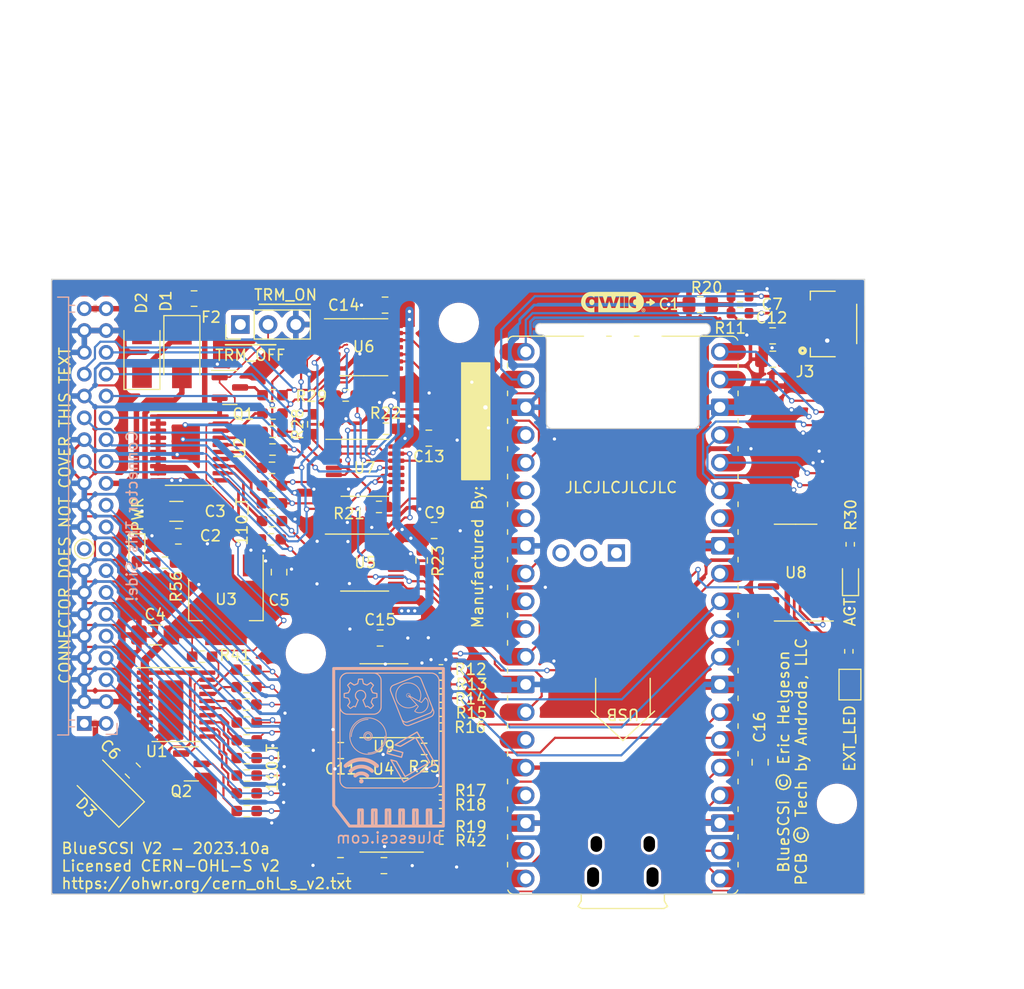
<source format=kicad_pcb>
(kicad_pcb (version 20240108) (generator "pcbnew") (generator_version "8.0")
  (layers (0 "F.Cu" signal) (31 "B.Cu" signal) (34 "B.Paste" user) (35 "F.Paste" user) (36 "B.SilkS" user "B.Silkscreen") (37 "F.SilkS" user "F.Silkscreen") (38 "B.Mask" user) (39 "F.Mask" user) (44 "Edge.Cuts" user))
  (net 0 "")
  (net 1 "GND")
  (net 2 "+2V8")
  (net 3 "+5V")
  (net 4 "iATN")
  (net 5 "oIO")
  (net 6 "oREQ")
  (net 7 "oSEL")
  (net 8 "oBSY")
  (net 9 "SD_CLK")
  (net 10 "oCD_iSEL")
  (net 11 "ATN")
  (net 12 "BSY")
  (net 13 "DBP")
  (net 14 "ACK")
  (net 15 "RST")
  (net 16 "MSG")
  (net 17 "SEL")
  (net 18 "CD")
  (net 19 "REQ")
  (net 20 "IO")
  (net 21 "DB7")
  (net 22 "DB6")
  (net 23 "DB5")
  (net 24 "DB4")
  (net 25 "DB3")
  (net 26 "DB2")
  (net 27 "DB1")
  (net 28 "DB0")
  (net 29 "+3V3")
  (net 30 "SEL_BUFF")
  (net 31 "BSY_BUFF")
  (net 32 "+5VP")
  (net 33 "oMSG_iBSY")
  (net 34 "+5F")
  (net 35 "SD_CMD_MOSI")
  (net 36 "DB4T")
  (net 37 "DB5T")
  (net 38 "DB6T")
  (net 39 "DB7T")
  (net 40 "DBPT")
  (net 41 "DB0T")
  (net 42 "DB1T")
  (net 43 "DB3T")
  (net 44 "DB2T")
  (net 45 "SD_D0_MISO")
  (net 47 "DBPTr")
  (net 48 "SD_D1")
  (net 49 "SD_D2")
  (net 50 "SD_D3_CS")
  (net 51 "iRST")
  (net 53 "iACK")
  (net 57 "TRM_ON_J")
  (net 58 "Net-(R12-Pad1)")
  (net 59 "Net-(R13-Pad1)")
  (net 60 "Net-(R14-Pad1)")
  (net 61 "Net-(R15-Pad1)")
  (net 62 "Net-(R16-Pad1)")
  (net 63 "Net-(R17-Pad1)")
  (net 64 "Net-(R18-Pad1)")
  (net 65 "Net-(R19-Pad1)")
  (net 66 "Net-(R42-Pad1)")
  (net 68 "+5VD")
  (net 69 "+5VA")
  (net 70 "Net-(D4-Pad2)")
  (net 71 "Net-(D5-Pad2)")
  (net 72 "Net-(R30-Pad1)")
  (net 73 "Net-(JP1-Pad1)")
  (net 78 "Net-(R57-Pad1)")
  (net 94 "SDA")
  (net 95 "SCL")
  (net 96 "Net-(Q1-Pad3)")
  (net 97 "Net-(R2-Pad1)")
  (net 98 "Net-(R3-Pad1)")
  (net 99 "Net-(R7-Pad1)")
  (net 100 "Net-(R8-Pad1)")
  (net 101 "Net-(R4-Pad1)")
  (net 102 "Net-(R5-Pad1)")
  (net 103 "Net-(R35-Pad1)")
  (net 104 "Net-(Q2-Pad3)")
  (net 105 "Net-(R1-Pad1)")
  (net 106 "Net-(R33-Pad1)")
  (net 107 "Net-(R34-Pad1)")
  (net 108 "Net-(R9-Pad1)")
  (net 109 "Net-(R10-Pad1)")
  (net 110 "Net-(R37-Pad1)")
  (net 111 "Net-(R40-Pad1)")
  (net 112 "Net-(R38-Pad1)")
  (net 113 "Net-(R39-Pad1)")
  (footprint "Capacitor_SMD:C_1206_3216Metric_Pad1.42x1.75mm_HandSolder" (layer "F.Cu") (at 111.506 93.345 180)
    (property "Reference" "C3")
    (property "Value" "20uF")
  )
  (footprint "Capacitor_SMD:C_1206_3216Metric_Pad1.42x1.75mm_HandSolder" (layer "F.Cu") (at 109.5645 104.6734 180)
    (property "Reference" "C4")
    (property "Value" "20uF")
  )
  (footprint "Package_TO_SOT_SMD:SOT-223-3_TabPin2" (layer "F.Cu") (at 116.05012 101.44932 -90)
    (property "Reference" "U3")
    (property "Value" "AMS1117-2.85")
  )
  (footprint "Capacitor_SMD:C_0805_2012Metric_Pad1.15x1.40mm_HandSolder" (layer "F.Cu") (at 111.6928 95.631 180)
    (property "Reference" "C2")
    (property "Value" "0.1uF")
  )
  (footprint "Capacitor_SMD:C_0805_2012Metric_Pad1.15x1.40mm_HandSolder" (layer "F.Cu") (at 120.919 98.9166 90)
    (property "Reference" "C5")
    (property "Value" "0.1uF")
  )
  (footprint "Capacitor_SMD:C_0805_2012Metric_Pad1.15x1.40mm_HandSolder" (layer "F.Cu") (at 107.5182 117.094 135)
    (property "Reference" "C6")
    (property "Value" "4.7uF")
  )
  (footprint "Diode_SMD:D_SMA" (layer "F.Cu") (at 112.014 78.8096 -90)
    (property "Reference" "D1")
    (property "Value" "D")
  )
  (footprint "Connector_PinHeader_2.54mm:PinHeader_1x03_P2.54mm_Vertical" (layer "F.Cu") (at 117.3734 76.2254 90)
    (property "Reference" "J1" (hide yes))
    (property "Value" "Conn_01x03_Male")
  )
  (footprint "Resistor_SMD:R_0402_1005Metric_Pad0.72x0.64mm_HandSolder" (layer "F.Cu") (at 135.7884 123.4694 180)
    (property "Reference" "R42")
    (property "Value" "1k")
  )
  (footprint "Resistor_SMD:R_0603_1608Metric_Pad0.98x0.95mm_HandSolder" (layer "F.Cu") (at 117.9519 115.951)
    (property "Reference" "R39" (hide yes))
    (property "Value" "110")
  )
  (footprint "Resistor_SMD:R_0402_1005Metric_Pad0.72x0.64mm_HandSolder" (layer "F.Cu") (at 135.7521 113.1062 180)
    (property "Reference" "R16")
    (property "Value" "1k")
  )
  (footprint "Package_SO:TSSOP-20_4.4x6.5mm_P0.65mm" (layer "F.Cu") (at 112.6998 87.5792)
    (property "Reference" "U2")
    (property "Value" "LVT245")
  )
  (footprint "Resistor_SMD:R_0603_1608Metric_Pad0.98x0.95mm_HandSolder" (layer "F.Cu") (at 120.2671 92.6084)
    (property "Reference" "R4" (hide yes))
    (property "Value" "110")
  )
  (footprint "Resistor_SMD:R_0603_1608Metric_Pad0.98x0.95mm_HandSolder" (layer "F.Cu") (at 117.9265 111.0488)
    (property "Reference" "R33" (hide yes))
    (property "Value" "110")
  )
  (footprint "Resistor_SMD:R_0603_1608Metric_Pad0.98x0.95mm_HandSolder" (layer "F.Cu") (at 117.9576 120.8024)
    (property "Reference" "R36" (hide yes))
    (property "Value" "110")
  )
  (footprint "MountingHole:MountingHole_3.2mm_M3" (layer "F.Cu") (at 123.3678 106.3752)
    (property "Reference" "H1" (hide yes))
    (property "Value" "MountingHole")
  )
  (footprint "Capacitor_SMD:C_0805_2012Metric_Pad1.18x1.45mm_HandSolder" (layer "F.Cu") (at 166.1629 79.4004 180)
    (property "Reference" "C12")
    (property "Value" "0.1uF")
  )
  (footprint "Resistor_SMD:R_0603_1608Metric_Pad0.98x0.95mm_HandSolder" (layer "F.Cu") (at 120.2671 90.9828)
    (property "Reference" "R5" (hide yes))
    (property "Value" "110")
  )
  (footprint "Resistor_SMD:R_0603_1608Metric_Pad0.98x0.95mm_HandSolder" (layer "F.Cu") (at 117.9303 107.8484)
    (property "Reference" "R35" (hide yes))
    (property "Value" "110")
  )
  (footprint "Resistor_SMD:R_0603_1608Metric_Pad0.98x0.95mm_HandSolder" (layer "F.Cu") (at 117.9576 112.6998)
    (property "Reference" "R1" (hide yes))
    (property "Value" "110")
  )
  (footprint "Capacitor_SMD:C_0805_2012Metric_Pad1.18x1.45mm_HandSolder" (layer "F.Cu") (at 159.5159 74.3966)
    (property "Reference" "C1")
    (property "Value" "0.1uF")
  )
  (footprint "Capacitor_SMD:C_0805_2012Metric_Pad1.18x1.45mm_HandSolder" (layer "F.Cu") (at 126.5467 125.8062 180)
    (property "Reference" "C8" (hide yes))
    (property "Value" "0.1uF")
  )
  (footprint "Resistor_SMD:R_0603_1608Metric_Pad0.98x0.95mm_HandSolder" (layer "F.Cu") (at 117.9557 117.5512)
    (property "Reference" "R38" (hide yes))
    (property "Value" "110")
  )
  (footprint "Resistor_SMD:R_0402_1005Metric_Pad0.72x0.64mm_HandSolder" (layer "F.Cu") (at 135.7509 118.9228 180)
    (property "Reference" "R17")
    (property "Value" "1k")
  )
  (footprint "Resistor_SMD:R_0603_1608Metric_Pad0.98x0.95mm_HandSolder" (layer "F.Cu") (at 120.3198 87.6808)
    (property "Reference" "R9" (hide yes))
    (property "Value" "110")
  )
  (footprint "Resistor_SMD:R_0402_1005Metric_Pad0.72x0.64mm_HandSolder" (layer "F.Cu") (at 135.7521 109.1946 180)
    (property "Reference" "R13")
    (property "Value" "1k")
  )
  (footprint "Capacitor_SMD:C_0805_2012Metric_Pad1.18x1.45mm_HandSolder" (layer "F.Cu") (at 166.1453 77.2668 180)
    (property "Reference" "C7")
    (property "Value" "4.7uF")
  )
  (footprint "Resistor_SMD:R_0603_1608Metric_Pad0.98x0.95mm_HandSolder" (layer "F.Cu") (at 117.9557 114.3254)
    (property "Reference" "R40" (hide yes))
    (property "Value" "110")
  )
  (footprint "Resistor_SMD:R_0402_1005Metric_Pad0.72x0.64mm_HandSolder" (layer "F.Cu") (at 173.1264 106.172 -90)
    (property "Reference" "R57" (hide yes))
    (property "Value" "470")
  )
  (footprint "Package_SO:TSSOP-20_4.4x6.5mm_P0.65mm" (layer "F.Cu") (at 130.5306 121.1834 180)
    (property "Reference" "U4")
    (property "Value" "LVT245")
  )
  (footprint "Resistor_SMD:R_0402_1005Metric_Pad0.72x0.64mm_HandSolder" (layer "F.Cu") (at 135.7763 120.1928 180)
    (property "Reference" "R18")
    (property "Value" "1k")
  )
  (footprint "LED_SMD:LED_0603_1608Metric_Pad1.05x0.95mm_HandSolder" (layer "F.Cu") (at 107.8881 97.0674 -90)
    (property "Reference" "D5" (hide yes))
    (property "Value" "LED")
  )
  (footprint "Resistor_SMD:R_0603_1608Metric" (layer "F.Cu") (at 163.1574 73.6346)
    (property "Reference" "R20")
    (property "Value" "4.7k")
  )
  (footprint "Package_TO_SOT_SMD:SOT-23" (layer "F.Cu") (at 116.4082 81.9912)
    (property "Reference" "Q1")
    (property "Value" "AO3401A")
  )
  (footprint "Capacitor_SMD:C_0805_2012Metric_Pad1.18x1.45mm_HandSolder" (layer "F.Cu") (at 130.175 104.9528)
    (property "Reference" "C15")
    (property "Value" "4.7uF")
  )
  (footprint "Resistor_SMD:R_0603_1608Metric_Pad0.98x0.95mm_HandSolder" (layer "F.Cu") (at 130.7084 85.7758)
    (property "Reference" "R22")
    (property "Value" "1k")
  )
  (footprint "Capacitor_SMD:C_0805_2012Metric_Pad1.18x1.45mm_HandSolder" (layer "F.Cu") (at 130.6322 74.4474)
    (property "Reference" "C14")
    (property "Value" "0.1uF")
  )
  (footprint "Package_SO:TSSOP-20_4.4x6.5mm_P0.65mm" (layer "F.Cu") (at 111.4806 111.0488)
    (property "Reference" "U1")
    (property "Value" "LVT245")
  )
  (footprint "Diode_SMD:D_SMA" (layer "F.Cu") (at 108.3564 78.7776 90)
    (property "Reference" "D2")
    (property "Value" "D")
  )
  (footprint "Resistor_SMD:R_0603_1608Metric_Pad0.98x0.95mm_HandSolder" (layer "F.Cu") (at 120.269 94.234)
    (property "Reference" "R3" (hide yes))
    (property "Value" "110")
  )
  (footprint "Resistor_SMD:R_0402_1005Metric_Pad0.72x0.64mm_HandSolder" (layer "F.Cu") (at 135.7521 111.76 180)
    (property "Reference" "R15")
    (property "Value" "1k")
  )
  (footprint "LED_SMD:LED_0603_1608Metric_Pad1.05x0.95mm_HandSolder" (layer "F.Cu") (at 173.2788 99.4016 90)
    (property "Reference" "D4" (hide yes))
    (property "Value" "LED")
  )
  (footprint "Capacitor_SMD:C_0805_2012Metric" (layer "F.Cu") (at 164.9984 116.332 -90)
    (property "Reference" "C16")
    (property "Value" "0.1uF")
  )
  (footprint "Resistor_SMD:R_0603_1608Metric" (layer "F.Cu") (at 163.1564 75.184 180)
    (property "Reference" "R11")
    (property "Value" "4.7k")
  )
  (footprint "Resistor_SMD:R_0603_1608Metric_Pad0.98x0.95mm_HandSolder" (layer "F.Cu") (at 110.4789 98.044 180)
    (property "Reference" "R56")
    (property "Value" "4.7k")
  )
  (footprint "MountingHole:MountingHole_3.2mm_M3" (layer "F.Cu") (at 137.3886 76.073)
    (property "Reference" "H5" (hide yes))
    (property "Value" "MountingHole")
  )
  (footprint "Diode_SMD:D_SMA" (layer "F.Cu") (at 105.0036 118.7196 135)
    (property "Reference" "D3")
    (property "Value" "D")
  )
  (footprint "Resistor_SMD:R_0603_1608Metric_Pad0.98x0.95mm_HandSolder" (layer "F.Cu") (at 120.3179 84.3788)
    (property "Reference" "R7" (hide yes))
    (property "Value" "110")
  )
  (footprint "Resistor_SMD:R_0402_1005Metric_Pad0.72x0.64mm_HandSolder" (layer "F.Cu") (at 173.2534 96.365 -90)
    (property "Reference" "R30")
    (property "Value" "470")
  )
  (footprint "Library:Raspberry_Pi_PicoW_SMT_THT" (layer "F.Cu") (at 152.4254 102.9462 180)
    (property "Reference" "RP1" (hide yes))
    (property "Value" "Pico_Footprint")
    (fp_line (start 7.5 26.81) (end -7.5 26.8) (stroke (width 0.1)) (layer "Edge.Cuts"))
    (fp_line (start 7.01 17.69) (end 7.01 25.3) (stroke (width 0.1)) (layer "Edge.Cuts"))
    (fp_line (start -6.49 17.19) (end 6.51 17.19) (stroke (width 0.1)) (layer "Edge.Cuts"))
    (fp_line (start -7 25.3) (end -6.99 17.69) (stroke (width 0.1)) (layer "Edge.Cuts"))
    (fp_arc (start 8 26.31) (mid 7.875281 26.685281) (end 7.5 26.81) (stroke (width 0.1)) (layer "Edge.Cuts"))
    (fp_arc (start 7.5 25.81) (mid 7.875281 25.934719) (end 8 26.31) (stroke (width 0.1)) (layer "Edge.Cuts"))
    (fp_arc (start 7.5 25.81) (mid 7.152345 25.653627) (end 7.01 25.3) (stroke (width 0.1)) (layer "Edge.Cuts"))
    (fp_arc (start 6.51 17.19) (mid 6.863553 17.336447) (end 7.01 17.69) (stroke (width 0.1)) (layer "Edge.Cuts"))
    (fp_arc (start -6.99 17.69) (mid -6.843553 17.336447) (end -6.49 17.19) (stroke (width 0.1)) (layer "Edge.Cuts"))
    (fp_arc (start -7 25.3) (mid -7.12472 25.67528) (end -7.5 25.8) (stroke (width 0.1)) (layer "Edge.Cuts"))
    (fp_arc (start -7.5 26.8) (mid -7.875278 26.675278) (end -8 26.3) (stroke (width 0.1)) (layer "Edge.Cuts"))
    (fp_arc (start -8 26.3) (mid -7.87528 25.92472) (end -7.5 25.8) (stroke (width 0.1)) (layer "Edge.Cuts"))
  )
  (footprint "LOGO" (layer "F.Cu") (at 151.491141 74.115145)
    (property "Reference" "G***" (hide yes))
    (property "Value" "LOGO" (hide yes))
  )
  (footprint "Resistor_SMD:R_0603_1608Metric_Pad0.98x0.95mm_HandSolder" (layer "F.Cu") (at 120.3198 86.0552)
    (property "Reference" "R8" (hide yes))
    (property "Value" "110")
  )
  (footprint "Resistor_SMD:R_0603_1608Metric_Pad0.98x0.95mm_HandSolder" (layer "F.Cu") (at 120.1674 95.9104)
    (property "Reference" "R2" (hide yes))
    (property "Value" "110")
  )
  (footprint "Library:TF-06_MicroSD" (layer "F.Cu") (at 172.704 87.0966 -90)
    (property "Reference" "SD2" (hide yes))
    (property "Value" "MicroSD-TF-06")
  )
  (footprint "Library:JST_SM04B-SRSS-TB(LF)(SN)" (layer "F.Cu") (at 169.2722 76.1746 90)
    (property "Reference" "J3")
    (property "Value" "SM04B-SRSS-TB(LF)(SN)")
  )
  (footprint "Resistor_SMD:R_0402_1005Metric_Pad0.72x0.64mm_HandSolder" (layer "F.Cu") (at 135.7509 107.7722 180)
    (property "Reference" "R12")
    (property "Value" "1k")
  )
  (footprint "Jumper:SolderJumper-2_P1.3mm_Open_Pad1.0x1.5mm" (layer "F.Cu") (at 173.228 109.22 -90)
    (property "Reference" "JP1" (hide yes))
    (property "Value" "Jumper_2_Open")
  )
  (footprint "Resistor_SMD:R_0402_1005Metric_Pad0.72x0.64mm_HandSolder" (layer "F.Cu") (at 135.8017 122.2248 180)
    (property "Reference" "R19")
    (property "Value" "1k")
  )
  (footprint "Capacitor_SMD:C_0805_2012Metric_Pad1.18x1.45mm_HandSolder" (layer "F.Cu") (at 130.5267 125.8062)
    (property "Reference" "C10" (hide yes))
    (property "Value" "4.7uF")
  )
  (footprint "Resistor_SMD:R_0603_1608Metric" (layer "F.Cu") (at 130.0734 92.9386 180)
    (property "Reference" "R21")
    (property "Value" "1k")
  )
  (footprint "Capacitor_SMD:C_0805_2012Metric_Pad1.18x1.45mm_HandSolder" (layer "F.Cu") (at 135.128 95.0976 180)
    (property "Reference" "C9")
    (property "Value" "0.1uF")
  )
  (footprint "Package_SO:SO-14_3.9x8.65mm_P1.27mm" (layer "F.Cu") (at 168.2496 98.9584 180)
    (property "Reference" "U8")
    (property "Value" "74HC14")
  )
  (footprint "Resistor_SMD:R_0603_1608Metric_Pad0.98x0.95mm_HandSolder" (layer "F.Cu") (at 120.269 89.3572)
    (property "Reference" "R10" (hide yes))
    (property "Value" "110")
  )
  (footprint "Package_TO_SOT_SMD:SOT-23" (layer "F.Cu") (at 112.8776 116.4844)
    (property "Reference" "Q2")
    (property "Value" "AO3401A")
  )
  (footprint "Resistor_SMD:R_0603_1608Metric_Pad0.98x0.95mm_HandSolder" (layer "F.Cu") (at 117.9303 109.4486)
    (property "Reference" "R34" (hide yes))
    (property "Value" "110")
  )
  (footprint "Resistor_SMD:R_0603_1608Metric_Pad0.98x0.95mm_HandSolder" (layer "F.Cu") (at 113.8663 106.6546 180)
    (property "Reference" "R41")
    (property "Value" "4.7k")
  )
  (footprint "Package_SO:TSSOP-14_4.4x5mm_P0.65mm" (layer "F.Cu") (at 128.8034 89.3572)
    (property "Reference" "U7")
    (property "Value" "LVT125")
  )
  (footprint "Resistor_SMD:R_0603_1608Metric_Pad0.98x0.95mm_HandSolder" (layer "F.Cu") (at 117.9557 119.1768)
    (property "Reference" "R37" (hide yes))
    (property "Value" "110")
  )
  (footprint "Fuse:Fuse_0805_2012Metric_Pad1.15x1.40mm_HandSolder" (layer "F.Cu") (at 113.1316 73.85 180)
    (property "Reference" "F2")
    (property "Value" "Polyfuse")
  )
  (footprint "MountingHole:MountingHole_3.2mm_M3" (layer "F.Cu") (at 172.0342 120.142)
    (property "Reference" "H3" (hide yes))
    (property "Value" "MountingHole")
  )
  (footprint "Resistor_SMD:R_0603_1608Metric_Pad0.98x0.95mm_HandSolder" (layer "F.Cu") (at 133.985 97.8389 90)
    (property "Reference" "R23")
    (property "Value" "1k")
  )
  (footprint "Resistor_SMD:R_0603_1608Metric_Pad0.98x0.95mm_HandSolder" (layer "F.Cu") (at 134.2117 115.1128)
    (property "Reference" "R25")
    (property "Value" "1k")
  )
  (footprint "Package_SO:TSSOP-14_4.4x5mm_P0.65mm" (layer "F.Cu") (at 128.7603 98.0394)
    (property "Reference" "U5")
    (property "Value" "LVT125")
  )
  (footprint "Resistor_SMD:R_0402_1005Metric_Pad0.72x0.64mm_HandSolder" (layer "F.Cu") (at 135.7521 110.4646 180)
    (property "Reference" "R14")
    (property "Value" "1k")
  )
  (footprint "Package_SO:TSSOP-20_4.4x6.5mm_P0.65mm" (layer "F.Cu") (at 130.5306 110.6932 180)
    (property "Reference" "U9")
    (property "Value" "LVT245")
  )
  (footprint "Package_SO:TSSOP-14_4.4x5mm_P0.65mm" (layer "F.Cu") (at 128.6764 78.3082)
    (property "Reference" "U6")
    (property "Value" "LVT125")
  )
  (footprint "Library:PowerBook_SCSI_40Pin_UpsideDown" (layer "F.Cu") (at 105.0732 112.7768 180)
    (property "Reference" "J2" (hide yes))
    (property "Value" "PB_SCSI_HD_Pins" (hide yes))
  )
  (footprint "Resistor_SMD:R_0603_1608Metric_Pad0.98x0.95mm_HandSolder" (layer "F.Cu") (at 120.3179 82.7024)
    (property "Reference" "R6" (hide yes))
    (property "Value" "110")
  )
  (footprint "Capacitor_SMD:C_0805_2012Metric_Pad1.18x1.45mm_HandSolder" (layer "F.Cu") (at 126.5682 115.2652 180)
    (property "Reference" "C11")
    (property "Value" "0.1uF")
  )
  (footprint "Capacitor_SMD:C_0805_2012Metric_Pad1.18x1.45mm_HandSolder" (layer "F.Cu") (at 134.6415 86.6394 180)
    (property "Reference" "C13")
    (property "Value" "0.1uF")
  )
  (footprint "Resistor_SMD:R_0603_1608Metric_Pad0.98x0.95mm_HandSolder" (layer "F.Cu") (at 127.0254 82.7278)
    (property "Reference" "R29")
    (property "Value" "1k")
  )
  (footprint "Resistor_SMD:R_0603_1608Metric_Pad0.98x0.95mm_HandSolder" (layer "F.Cu") (at 124.0536 85.3675 90)
    (property "Reference" "R28")
    (property "Value" "1k")
  )
  (footprint "LOGO" (layer "B.Cu") (at 130.9491 114.9594 180)
    (property "Reference" "G***" (hide yes))
    (property "Value" "LOGO" (hide yes))
  )
  (gr_line (start 154.94 73.9394) (end 154.94 74.422) (stroke (width 0.15)) (layer "F.SilkS"))
  (gr_line (start 155.0162 74.0918) (end 155.0416 74.2696) (stroke (width 0.15)) (layer "F.SilkS"))
  (gr_line (start 155.2702 74.2188) (end 155.0162 74.0918) (stroke (width 0.15)) (layer "F.SilkS"))
  (gr_rect (start 137.668 79.756) (end 140.208 90.424) (stroke (width 0.15)) (fill solid) (layer "F.SilkS"))
  (gr_line (start 155.2448 74.1934) (end 154.94 73.9394) (stroke (width 0.15)) (layer "F.SilkS"))
  (gr_line (start 154.6352 74.1934) (end 155.2448 74.1934) (stroke (width 0.2)) (layer "F.SilkS"))
  (gr_line (start 154.94 74.422) (end 155.2702 74.2188) (stroke (width 0.15)) (layer "F.SilkS"))
  (gr_line (start 116.01069 78.0796) (end 120.61571 78.0796) (stroke (width 0.15)) (layer "F.SilkS"))
  (gr_line (start 119.10314 74.3712) (end 123.77166 74.3712) (stroke (width 0.15)) (layer "F.SilkS"))
  (gr_line (start 100.076 128.4224) (end 100.076 72.0852) (stroke (width 0.1)) (layer "Edge.Cuts"))
  (gr_line (start 174.5742 128.4224) (end 100.076 128.4224) (stroke (width 0.1)) (layer "Edge.Cuts"))
  (gr_line (start 174.5742 72.0852) (end 174.5742 128.4224) (stroke (width 0.1)) (layer "Edge.Cuts"))
  (gr_line (start 100.076 72.0852) (end 174.5742 72.0852) (stroke (width 0.1)) (layer "Edge.Cuts"))
  (gr_text "bluescsi.com" (at 135.956021 123.8494 -0) (layer "B.SilkS") (effects (font (size 1 1)) (justify left bottom mirror)))
  (gr_text "Connector This Side!" (at 107.442 93.7768 90) (layer "B.SilkS") (effects (font (size 1 1)) (justify mirror)))
  (gr_text "TRM_ON" (at 121.5136 73.51014 0) (layer "F.SilkS") (effects (font (size 1 1))))
  (gr_text "JLCJLCJLCJLC" (at 152.2476 91.1606 0) (layer "F.SilkS") (effects (font (size 1 1))))
  (gr_text "CONNECTOR DOES NOT COVER THIS TEXT" (at 101.2952 93.726 90) (layer "F.SilkS") (effects (font (size 1 1))))
  (gr_text "ACT" (at 173.228 102.5652 90) (layer "F.SilkS") (effects (font (size 1 1))))
  (gr_text "BlueSCSI © Eric Helgeson\nPCB © Tech by Androda, LLC" (at 167.96 116.28 90) (layer "F.SilkS") (effects (font (size 1 1))))
  (gr_text "110_T" (at 120.2982 116.84 90) (layer "F.SilkS") (effects (font (size 1 1))))
  (gr_text "Manufactured By:" (at 139.7 104.14 90) (layer "F.SilkS") (effects (font (size 1 1)) (justify left bottom)))
  (gr_text "BlueSCSI V2 - 2023.10a\nLicensed CERN-OHL-S v2\nhttps://ohwr.org/cern_ohl_s_v2.txt" (at 100.89 128.03 0) (layer "F.SilkS") (effects (font (size 1 1)) (justify left bottom)))
  (gr_text "EXT_LED" (at 173.2026 114.1476 90) (layer "F.SilkS") (effects (font (size 1 1))))
  (gr_text "110_T" (at 117.5239 94.2848 90) (layer "F.SilkS") (effects (font (size 1 1))))
  (gr_text "PWR" (at 107.97292 93.62572 90) (layer "F.SilkS") (effects (font (size 1 1))))
  (gr_text "TRM_OFF" (at 118.27891 79.03718 0) (layer "F.SilkS") (effects (font (size 1 1))))
  (segment (start 163.7792 77.1906) (end 163.3474 77.1906) (width 0.4) (layer "F.Cu") (net 1))
  (segment (start 138.8618 106.4006) (end 137.541 105.0798) (width 0.2) (layer "F.Cu") (net 1))
  (segment (start 173.763992 86.083192) (end 173.77792 86.069263) (width 0.15) (layer "F.Cu") (net 1))
  (segment (start 161.3054 121.9062) (end 164.4788 121.9062) (width 1) (layer "F.Cu") (net 1))
  (segment (start 122.3772 99.949) (end 122.3772 100.6094) (width 0.33) (layer "F.Cu") (net 1))
  (segment (start 106.102489 95.751311) (end 106.1212 95.7326) (width 0.2) (layer "F.Cu") (net 1))
  (segment (start 130.1242 83.8708) (end 130.1242 83.3628) (width 0.33) (layer "F.Cu") (net 1))
  (segment (start 131.445 82.4992) (end 134.6708 82.4992) (width 0.33) (layer "F.Cu") (net 1))
  (segment (start 138.303 85.6996) (end 140.1064 85.6996) (width 0.33) (layer "F.Cu") (net 1))
  (segment (start 165.6334 72.9488) (end 167.2336 72.9488) (width 0.45) (layer "F.Cu") (net 1))
  (segment (start 160.2232 83.8708) (end 160.1216 83.9724) (width 0.45) (layer "F.Cu") (net 1))
  (segment (start 144.6276 100.3554) (end 144.5768 100.3046) (width 0.4) (layer "F.Cu") (net 1))
  (segment (start 123.0376 101.2698) (end 123.444 101.6762) (width 0.33) (layer "F.Cu") (net 1))
  (segment (start 164.1094 98.3488) (end 164.1094 95.2754) (width 0.33) (layer "F.Cu") (net 1))
  (segment (start 125.8139 80.2582) (end 126.9804 80.2582) (width 0.4) (layer "F.Cu") (net 1))
  (segment (start 165.7746 96.4184) (end 165.2524 96.4184) (width 0.25) (layer "F.Cu") (net 1))
  (segment (start 106.0196 87.7824) (end 106.0704 87.7316) (width 0.2) (layer "F.Cu") (net 1))
  (segment (start 161.163 75.9206) (end 160.8836 75.6412) (width 0.4) (layer "F.Cu") (net 1))
  (segment (start 118.35012 97.37208) (end 118.491 97.2312) (width 0.4) (layer "F.Cu") (net 1))
  (segment (start 109.8373 90.5042) (end 111.0956 90.5042) (width 0.4) (layer "F.Cu") (net 1))
  (segment (start 144.3228 100.3046) (end 140.7414 100.3046) (width 0.4) (layer "F.Cu") (net 1))
  (segment (start 119.4816 96.901) (end 119.5324 96.9518) (width 0.4) (layer "F.Cu") (net 1))
  (segment (start 130.3274 84.074) (end 130.1242 83.8708) (width 0.33) (layer "F.Cu") (net 1))
  (segment (start 132.573479 93.101878) (end 132.660557 93.0148) (width 0.33) (layer "F.Cu") (net 1))
  (segment (start 163.9062 79.8322) (end 163.9062 79.7814) (width 0.33) (layer "F.Cu") (net 1))
  (segment (start 126.3506 123.4584) (end 126.0602 123.7488) (width 0.4) (layer "F.Cu") (net 1))
  (segment (start 127.2632 96.7394) (end 127.2794 96.7232) (width 0.25) (layer "F.Cu") (net 1))
  (segment (start 160.1216 85.2678) (end 160.1216 85.5726) (width 0.45) (layer "F.Cu") (net 1))
  (segment (start 114.3508 92.696241) (end 114.3508 92.837) (width 0.4) (layer "F.Cu") (net 1))
  (segment (start 127.0508 84.8614) (end 126.6444 85.2678) (width 0.33) (layer "F.Cu") (net 1))
  (segment (start 125.8139 76.3582) (end 127.3106 76.3582) (width 0.4) (layer "F.Cu") (net 1))
  (segment (start 127.2852 91.3072) (end 127.3106 91.3072) (width 0.4) (layer "F.Cu") (net 1))
  (segment (start 166.074 92.3216) (end 166.074 90.5344) (width 0.45) (layer "F.Cu") (net 1))
  (segment (start 161.2392 76.708) (end 161.2646 76.708) (width 0.4) (layer "F.Cu") (net 1))
  (segment (start 133.5532 97.8662) (end 135.1534 97.8662) (width 0.25) (layer "F.Cu") (net 1))
  (segment (start 133.5532 97.8662) (end 135.0518 97.8662) (width 0.2) (layer "F.Cu") (net 1))
  (segment (start 129.6416 84.074) (end 130.3274 84.074) (width 0.33) (layer "F.Cu") (net 1))
  (segment (start 159.2442 96.5062) (end 159.1818 96.4438) (width 1) (layer "F.Cu") (net 1))
  (segment (start 143.5254 109.2062) (end 140.1688 109.2062) (width 1) (layer "F.Cu") (net 1))
  (segment (start 130.1242 83.2612) (end 130.8862 82.4992) (width 0.33) (layer "F.Cu") (net 1))
  (segment (start 129.7432 77.4954) (end 129.7432 76.3016) (width 0.4) (layer "F.Cu") (net 1))
  (segment (start 103.0732 91.7702) (end 103.0732 90.7768) (width 0.2) (layer "F.Cu") (net 1))
  (segment (start 169.1132 97.5106) (end 169.291 97.6884) (width 0.25) (layer "F.Cu") (net 1))
  (segment (start 129.413 94.8182) (end 130.857157 94.8182) (width 0.33) (layer "F.Cu") (net 1))
  (segment (start 165.1078 77.2668) (end 165.1078 77.3762) (width 0.45) (layer "F.Cu") (net 1))
  (segment (start 164.1856 101.6) (end 164.1856 99.0092) (width 0.33) (layer "F.Cu") (net 1))
  (segment (start 157.7594 75.6412) (end 144.0434 75.6412) (width 0.4) (layer "F.Cu") (net 1))
  (segment (start 159.475 109.2062) (end 159.385 109.2962) (width 1) (layer "F.Cu") (net 1))
  (segment (start 164.1348 79.4004) (end 164.1094 79.375) (width 0.33) (layer "F.Cu") (net 1))
  (segment (start 161.3054 83.8062) (end 160.2878 83.8062) (width 0.45) (layer "F.Cu") (net 1))
  (segment (start 138.8618 106.807) (end 138.8618 106.4006) (width 0.2) (layer "F.Cu") (net 1))
  (segment (start 124.9992 80.2582) (end 124.4854 80.772) (width 0.4) (layer "F.Cu") (net 1))
  (segment (start 126.690028 78.3082) (end 126.909739 78.088489) (width 0.15) (layer "F.Cu") (net 1))
  (segment (start 104.047711 97.802289) (end 106.158889 97.802289) (width 0.2) (layer "F.Cu") (net 1))
  (segment (start 127.6681 123.4584) (end 124.0172 123.4584) (width 0.4) (layer "F.Cu") (net 1))
  (segment (start 125.0696 85.3694) (end 125.095 85.344) (width 0.25) (layer "F.Cu") (net 1))
  (segment (start 169.1132 95.6056) (end 169.1132 97.5106) (width 0.25) (layer "F.Cu") (net 1))
  (segment (start 103.0732 86.7768) (end 101.981 87.869) (width 0.25) (layer "F.Cu") (net 1))
  (segment (start 124.4854 80.772) (end 123.6726 80.772) (width 0.4) (layer "F.Cu") (net 1))
  (segment (start 106.158889 97.802289) (end 106.2228 97.8662) (width 0.2) (layer "F.Cu") (net 1))
  (segment (start 127.3106 91.3072) (end 127.3302 91.2876) (width 0.4) (layer "F.Cu") (net 1))
  (segment (start 125.8978 96.7394) (end 127.2632 96.7394) (width 0.25) (layer "F.Cu") (net 1))
  (segment (start 134.8486 84.6074) (end 130.8608 84.6074) (width 0.33) (layer "F.Cu") (net 1))
  (segment (start 127.3106 76.3582) (end 127.3302 76.3778) (width 0.4) (layer "F.Cu") (net 1))
  (segment (start 165.7096 90.17) (end 163.957 90.17) (width 0.45) (layer "F.Cu") (net 1))
  (segment (start 122.3772 98.9584) (end 122.3772 99.949) (width 0.33) (layer "F.Cu") (net 1))
  (segment (start 166.074 90.5344) (end 165.7096 90.17) (width 0.45) (layer "F.Cu") (net 1))
  (segment (start 144.3736 128.1684) (end 141.3764 128.1684) (width 0.15) (layer "F.Cu") (net 1))
  (segment (start 160.401 95.1738) (end 163.7284 95.1738) (width 0.33) (layer "F.Cu") (net 1))
  (segment (start 119.6848 97.8916) (end 118.75784 97.8916) (width 0.75) (layer "F.Cu") (net 1))
  (segment (start 160.08088 80.02532) (end 163.64212 80.02532) (width 0.33) (layer "F.Cu") (net 1))
  (segment (start 165.354 72.6694) (end 161.3662 72.6694) (width 0.45) (layer "F.Cu") (net 1))
  (segment (start 136.1948 106.934) (end 136.4742 106.934) (width 0.4) (layer "F.Cu") (net 1))
  (segment (start 100.9396 120.0658) (end 100.9396 90.197477) (width 0.15) (layer "F.Cu") (net 1))
  (segment (start 140.8684 127.6604) (end 108.5342 127.6604) (width 0.15) (layer "F.Cu") (net 1))
  (segment (start 160.528 97.8154) (end 163.576 97.8154) (width 0.33) (layer "F.Cu") (net 1))
  (segment (start 158.6484 75.6412) (end 157.7594 75.6412) (width 0.4) (layer "F.Cu") (net 1))
  (segment (start 164.1094 79.5782) (end 164.1094 79.375) (width 0.33) (layer "F.Cu") (net 1))
  (segment (start 152.0444 107.061) (end 160.0454 99.06) (width 0.25) (layer "F.Cu") (net 1))
  (segment (start 163.576 97.8154) (end 164.0078 98.2472) (width 0.25) (layer "F.Cu") (net 1))
  (segment (start 140.753 109.2062) (end 139.573 108.0262) (width 0.2) (layer "F.Cu") (net 1))
  (segment (start 123.2408 85.3694) (end 123.444 85.3694) (width 0.25) (layer "F.Cu") (net 1))
  (segment (start 118.75784 97.8916) (end 118.35012 98.29932) (width 0.75) (layer "F.Cu") (net 1))
  (segment (start 134.08952 103.10152) (end 134.1374 103.1494) (width 0.33) (layer "F.Cu") (net 1))
  (segment (start 139.573 108.0262) (end 138.8618 107.315) (width 0.2) (layer "F.Cu") (net 1))
  (segment (start 125.9409 91.3072) (end 127.2852 91.3072) (width 0.4) (layer "F.Cu") (net 1))
  (segment (start 164.5412 98.9584) (end 165.7746 98.9584) (width 0.25) (layer "F.Cu") (net 1))
  (segment (start 144.5768 100.3046) (end 144.3228 100.3046) (width 0.4) (layer "F.Cu") (net 1))
  (segment (start 125.5307 113.6611) (end 125.5307 115.2652) (width 0.4) (layer "F.Cu") (net 1))
  (segment (start 111.0956 90.5042) (end 111.883 90.5042) (width 0.4) (layer "F.Cu") (net 1))
  (segment (start 162.2044 76.962) (end 161.163 75.9206) (width 0.4) (layer "F.Cu") (net 1))
  (segment (start 103.0732 101.7524) (end 106.0196 101.7524) (width 0.2) (layer "F.Cu") (net 1))
  (segment (start 104.061 89.789) (end 105.9688 89.789) (width 0.2) (layer "F.Cu") (net 1))
  (segment (start 163.3474 77.1906) (end 163.2204 77.0636) (width 0.4) (layer "F.Cu") (net 1))
  (segment (start 161.3054 96.5062) (end 159.2442 96.5062) (width 1) (layer "F.Cu") (net 1))
  (segment (start 135.679 85.4378) (end 134.8486 84.6074) (width 0.33) (layer "F.Cu") (net 1))
  (segment (start 165.1254 79.3242) (end 166.0906 78.359) (width 0.45) (layer "F.Cu") (net 1))
  (segment (start 144.0434 75.6412) (end 143.5608 76.1238) (width 0.4) (layer "F.Cu") (net 1))
  (segment (start 174.09884 92.202) (end 174.09884 86.41804) (width 0.15) (layer "F.Cu") (net 1))
  (segment (start 125.857 113.3348) (end 125.5307 113.6611) (width 0.4) (layer "F.Cu") (net 1))
  (segment (start 124.6632 78.3082) (end 123.4948 79.4766) (width 0.15) (layer "F.Cu") (net 1))
  (segment (start 106.0912 83.7646) (end 106.1212 83.7946) (width 0.2) (layer "F.Cu") (net 1))
  (segment (start 123.4948 79.4766) (end 123.4948 80.5942) (width 0.15) (layer "F.Cu") (net 1))
  (segment (start 123.0376 85.1662) (end 123.2408 85.3694) (width 0.25) (layer "F.Cu") (net 1))
  (segment (start 173.3042 94.1324) (end 174.09884 93.33776) (width 0.15) (layer "F.Cu") (net 1))
  (segment (start 103.0732 105.7656) (end 103.0732 103.759) (width 0.2) (layer "F.Cu") (net 1))
  (segment (start 137.348689 107.122689) (end 138.059889 107.122689) (width 0.4) (layer "F.Cu") (net 1))
  (segment (start 167.6594 73.3746) (end 173.1472 73.3746) (width 0.45) (layer "F.Cu") (net 1))
  (segment (start 160.1216 83.9724) (end 160.1216 85.2678) (width 0.45) (layer "F.Cu") (net 1))
  (segment (start 125.9409 91.3072) (end 124.7706 91.3072) (width 0.4) (layer "F.Cu") (net 1))
  (segment (start 126.9804 80.2582) (end 127.8382 79.4004) (width 0.4) (layer "F.Cu") (net 1))
  (segment (start 127.8382 79.4004) (end 128.3208 78.9178) (width 0.4) (layer "F.Cu") (net 1))
  (segment (start 160.08088 77.86632) (end 160.1216 77.8256) (width 0.45) (layer "F.Cu") (net 1))
  (segment (start 101.981 87.869) (end 101.981 89.6846) (width 0.25) (layer "F.Cu") (net 1))
  (segment (start 100.88196 73.966457) (end 102.052017 72.7964) (width 0.15) (layer "F.Cu") (net 1))
  (segment (start 163.1188 76.962) (end 162.2552 76.962) (width 0.4) (layer "F.Cu") (net 1))
  (segment (start 127.4572 85.2678) (end 128.4478 85.2678) (width 0.33) (layer "F.Cu") (net 1))
  (segment (start 146.1008 107.061) (end 152.0444 107.061) (width 0.25) (layer "F.Cu") (net 1))
  (segment (start 104.047711 95.751311) (end 103.0732 94.7768) (width 0.2) (layer "F.Cu") (net 1))
  (segment (start 137.541 105.0798) (end 137.3124 104.8512) (width 0.2) (layer "F.Cu") (net 1))
  (segment (start 104.047711 95.751311) (end 106.102489 95.751311) (width 0.2) (layer "F.Cu") (net 1))
  (segment (start 136.1948 106.934) (end 137.16 106.934) (width 0.4) (layer "F.Cu") (net 1))
  (segment (start 100.88196 90.139836) (end 100.88196 73.966457) (width 0.15) (layer "F.Cu") (net 1))
  (segment (start 103.0732 86.7768) (end 104.0788 87.7824) (width 0.2) (layer "F.Cu") (net 1))
  (segment (start 133.608439 101.6762) (end 134.08952 102.157281) (width 0.33) (layer "F.Cu") (net 1))
  (segment (start 158.4784 75.4712) (end 158.6484 75.6412) (width 0.4) (layer "F.Cu") (net 1))
  (segment (start 163.576 97.8154) (end 164.4396 98.679) (width 0.33) (layer "F.Cu") (net 1))
  (segment (start 127.6681 112.9682) (end 126.2236 112.9682) (width 0.4) (layer "F.Cu") (net 1))
  (segment (start 164.4396 98.679) (end 164.4396 98.8568) (width 0.25) (layer "F.Cu") (net 1))
  (segment (start 164.2872 101.4984) (end 164.1856 101.6) (width 0.33) (layer "F.Cu") (net 1))
  (segment (start 168.1226 99.0092) (end 168.1226 103.1748) (width 0.25) (layer "F.Cu") (net 1))
  (segment (start 165.7746 101.4984) (end 164.846 101.4984) (width 0.25) (layer "F.Cu") (net 1))
  (segment (start 154.18154 121.74574) (end 145.64006 121.74574) (width 0.4) (layer "F.Cu") (net 1))
  (segment (start 118.35012 98.29932) (end 118.35012 97.37208) (width 0.4) (layer "F.Cu") (net 1))
  (segment (start 135.679 86.6394) (end 135.679 85.4378) (width 0.33) (layer "F.Cu") (net 1))
  (segment (start 127.3706 99.9894) (end 127.381 99.9998) (width 0.4) (layer "F.Cu") (net 1))
  (segment (start 124.0172 123.4584) (end 123.952 123.3932) (width 0.4) (layer "F.Cu") (net 1))
  (segment (start 137.16 106.934) (end 137.348689 107.122689) (width 0.4) (layer "F.Cu") (net 1))
  (segment (start 141.3764 128.1684) (end 140.8684 127.6604) (width 0.15) (layer "F.Cu") (net 1))
  (segment (start 106.0704 99.7712) (end 106.0958 99.7458) (width 0.2) (layer "F.Cu") (net 1))
  (segment (start 114.3508 92.837) (end 114.3508 96.3168) (width 0.4) (layer "F.Cu") (net 1))
  (segment (start 135.1026 82.4992) (end 138.303 85.6996) (width 0.33) (layer "F.Cu") (net 1))
  (segment (start 163.2204 77.0636) (end 163.1188 76.962) (width 0.4) (layer "F.Cu") (net 1))
  (segment (start 145.3896 100.4062) (end 144.6784 100.4062) (width 0.4) (layer "F.Cu") (net 1))
  (segment (start 127.1016 78.0542) (end 127.143511 78.0542) (width 0.15) (layer "F.Cu") (net 1))
  (segment (start 133.6802 107.442) (end 133.7564 107.5182) (width 0.4) (layer "F.Cu") (net 1))
  (segment (start 162.9054 121.9062) (end 163.1812 121.9062) (width 0.15) (layer "F.Cu") (net 1))
  (segment (start 134.0104 107.2388) (end 133.8834 107.2388) (width 0.4) (layer "F.Cu") (net 1))
  (segment (start 169.4434 97.6884) (end 168.1226 99.0092) (width 0.25) (layer "F.Cu") (net 1))
  (segment (start 130.8608 84.6074) (end 130.3274 84.074) (width 0.33) (layer "F.Cu") (net 1))
  (segment (start 134.84282 106.934) (end 136.1948 106.934) (width 0.4) (layer "F.Cu") (net 1))
  (segment (start 161.3054 121.9062) (end 161.14494 121.74574) (width 0.4) (layer "F.Cu") (net 1))
  (segment (start 111.883 90.5042) (end 112.158759 90.5042) (width 0.4) (layer "F.Cu") (net 1))
  (segment (start 173.77792 84.7344) (end 173.77792 81.32192) (width 0.15) (layer "F.Cu") (net 1))
  (segment (start 114.3508 96.3168) (end 114.3508 96.3422) (width 0.4) (layer "F.Cu") (net 1))
  (segment (start 164.7952 123.5202) (end 164.7952 127.2032) (width 0.15) (layer "F.Cu") (net 1))
  (segment (start 103.0732 98.7768) (end 104.047711 97.802289) (width 0.2) (layer "F.Cu") (net 1))
  (segment (start 103.0732 109.7788) (end 103.0732 107.7722) (width 0.2) (layer "F.Cu") (net 1))
  (segment (start 133.3931 118.2584) (end 134.624 118.2584) (width 0.4) (layer "F.Cu") (net 1))
  (segment (start 132.969 97.2312) (end 132.969 97.282) (width 0.25) (layer "F.Cu") (net 1))
  (segment (start 169.291 97.6884) (end 170.7246 97.6884) (width 0.25) (layer "F.Cu") (net 1))
  (segment (start 128.4478 85.2678) (end 129.6416 84.074) (width 0.33) (layer "F.Cu") (net 1))
  (segment (start 170.7246 95.1484) (end 172.2882 95.1484) (width 0.15) (layer "F.Cu") (net 1))
  (segment (start 124.1102 91.3072) (end 124.1044 91.313) (width 0.4) (layer "F.Cu") (net 1))
  (segment (start 160.08088 83.93168) (end 160.08088 80.02532) (width 0.45) (layer "F.Cu") (net 1))
  (segment (start 119.5324 97.7392) (end 119.6848 97.8916) (width 0.4) (layer "F.Cu") (net 1))
  (segment (start 165.0884 83.8062) (end 165.1762 83.7184) (width 0.45) (layer "F.Cu") (net 1))
  (segment (start 118.491 97.2312) (end 119.2276 97.2312) (width 0.4) (layer "F.Cu") (net 1))
  (segment (start 163.1812 121.9062) (end 164.7952 123.5202) (width 0.15) (layer "F.Cu") (net 1))
  (segment (start 130.857157 94.8182) (end 132.573479 93.101878) (width 0.33) (layer "F.Cu") (net 1))
  (segment (start 160.3756 95.1484) (end 160.401 95.1738) (width 0.33) (layer "F.Cu") (net 1))
  (segment (start 125.8978 96.7394) (end 124.7556 96.7394) (width 0.25) (layer "F.Cu") (net 1))
  (segment (start 104.047711 97.802289) (end 104.047711 95.751311) (width 0.2) (layer "F.Cu") (net 1))
  (segment (start 112.158759 90.5042) (end 114.3508 92.696241) (width 0.4) (layer "F.Cu") (net 1))
  (segment (start 126.909739 78.088489) (end 127.067311 78.088489) (width 0.15) (layer "F.Cu") (net 1))
  (segment (start 138.8618 107.315) (end 138.8618 106.807) (width 0.2) (layer "F.Cu") (net 1))
  (segment (start 160.147 128.0922) (end 157.5054 125.4506) (width 0.15) (layer "F.Cu") (net 1))
  (segment (start 106.0196 105.7656) (end 106.045 105.791) (width 0.2) (layer "F.Cu") (net 1))
  (segment (start 124.7556 96.7394) (end 124.4346 96.4184) (width 0.25) (layer "F.Cu") (net 1))
  (segment (start 165.7746 101.4984) (end 164.2872 101.4984) (width 0.33) (layer "F.Cu") (net 1))
  (segment (start 132.969 97.282) (end 133.5532 97.8662) (width 0.25) (layer "F.Cu") (net 1))
  (segment (start 158.4784 74.3966) (end 158.4784 75.4712) (width 0.4) (layer "F.Cu") (net 1))
  (segment (start 102.052017 72.7964) (end 132.88126 72.7964) (width 0.15) (layer "F.Cu") (net 1))
  (segment (start 160.0454 98.3742) (end 160.0454 98.298) (width 0.33) (layer "F.Cu") (net 1))
  (segment (start 163.9062 128.0922) (end 160.147 128.0922) (width 0.15) (layer "F.Cu") (net 1))
  (segment (start 126.4666 101.6762) (end 133.608439 101.6762) (width 0.33) (layer "F.Cu") (net 1))
  (segment (start 144.6784 100.4062) (end 144.6276 100.3554) (width 0.4) (layer "F.Cu") (net 1))
  (segment (start 163.957 90.17) (end 160.3248 90.17) (width 0.45) (layer "F.Cu") (net 1))
  (segment (start 164.2364 98.9584) (end 164.1856 99.0092) (width 0.33) (layer "F.Cu") (net 1))
  (segment (start 127.143511 78.0542) (end 127.1778 78.088489) (width 0.15) (layer "F.Cu") (net 1))
  (segment (start 173.77792 86.069263) (end 173.77792 84.7344) (width 0.15) (layer "F.Cu") (net 1))
  (segment (start 161.3662 72.6694) (end 161.2138 72.8218) (width 0.45) (layer "F.Cu") (net 1))
  (segment (start 126.0348 116.9416) (end 125.1712 116.9416) (width 0.2) (layer "F.Cu") (net 1))
  (segment (start 103.0732 99.7712) (end 106.0704 99.7712) (width 0.2) (layer "F.Cu") (net 1))
  (segment (start 134.6708 82.4992) (end 135.1026 82.4992) (width 0.33) (layer "F.Cu") (net 1))
  (segment (start 134.00862 107.7682) (end 134.556389 107.220431) (width 0.4) (layer "F.Cu") (net 1))
  (segment (start 157.5054 125.4506) (end 147.0914 125.4506) (width 0.15) (layer "F.Cu") (net 1))
  (segment (start 160.1216 85.5726) (end 159.1056 86.5886) (width 0.45) (layer "F.Cu") (net 1))
  (segment (start 145.64006 121.74574) (end 145.5674 121.8184) (width 0.4) (layer "F.Cu") (net 1))
  (segment (start 124.7706 91.3072) (end 124.1102 91.3072) (width 0.4) (layer "F.Cu") (net 1))
  (segment (start 130.8862 82.4992) (end 131.445 82.4992) (width 0.33) (layer "F.Cu") (net 1))
  (segment (start 133.3931 107.2973) (end 133.6548 107.0356) (width 0.4) (layer "F.Cu") (net 1))
  (segment (start 106.1212 91.7702) (end 106.1466 91.7448) (width 0.2) (layer "F.Cu") (net 1))
  (segment (start 118.3386 96.901) (end 119.4816 96.901) (width 0.4) (layer "F.Cu") (net 1))
  (segment (start 164.7952 127.2032) (end 163.9062 128.0922) (width 0.15) (layer "F.Cu") (net 1))
  (segment (start 173.77792 81.32192) (end 173.5836 81.1276) (width 0.15) (layer "F.Cu") (net 1))
  (segment (start 128.3208 78.9178) (end 129.7432 77.4954) (width 0.4) (layer "F.Cu") (net 1))
  (segment (start 133.3931 107.7682) (end 134.00862 107.7682) (width 0.4) (layer "F.Cu") (net 1))
  (segment (start 103.0732 107.7722) (end 106.0196 107.7722) (width 0.2) (layer "F.Cu") (net 1))
  (segment (start 127.0508 84.8614) (end 127.4572 85.2678) (width 0.33) (layer "F.Cu") (net 1))
  (segment (start 104.0788 87.7824) (end 106.0196 87.7824) (width 0.2) (layer "F.Cu") (net 1))
  (segment (start 123.4948 80.5942) (end 123.6726 80.772) (width 0.15) (layer "F.Cu") (net 1))
  (segment (start 143.5254 96.5062) (end 140.3212 96.5062) (width 1) (layer "F.Cu") (net 1))
  (segment (start 127.366992 99.960001) (end 127.3706 99.9894) (width 0.4) (layer "F.Cu") (net 1))
  (segment (start 134.08952 102.362) (end 134.08952 103.10152) (width 0.33) (layer "F.Cu") (net 1))
  (segment (start 103.0732 103.759) (end 103.0732 101.7524) (width 0.2) (layer "F.Cu") (net 1))
  (segment (start 160.2878 83.8062) (end 160.2232 83.8708) (width 0.45) (layer "F.Cu") (net 1))
  (segment (start 174.09884 93.33776) (end 174.09884 92.202) (width 0.15) (layer "F.Cu") (net 1))
  (segment (start 100.9396 90.197477) (end 100.88196 90.139836) (width 0.15) (layer "F.Cu") (net 1))
  (segment (start 165.1254 79.4004) (end 164.1348 79.4004) (width 0.33) (layer "F.Cu") (net 1))
  (segment (start 133.7818 106.9086) (end 134.5438 106.9086) (width 0.4) (layer "F.Cu") (net 1))
  (segment (start 160.08088 80.02532) (end 160.08088 77.86632) (width 0.45) (layer "F.Cu") (net 1))
  (segment (start 169.5704 95.1484) (end 169.1132 95.6056) (width 0.25) (layer "F.Cu") (net 1))
  (segment (start 164.1094 77.8764) (end 163.8046 77.5716) (width 0.33) (layer "F.Cu") (net 1))
  (segment (start 101.981 89.6846) (end 103.0732 90.7768) (width 0.25) (layer "F.Cu") (net 1))
  (segment (start 162.2552 76.962) (end 162.2044 76.962) (width 0.4) (layer "F.Cu") (net 1))
  (segment (start 106.172 103.759) (end 106.2228 103.8098) (width 0.2) (layer "F.Cu") (net 1))
  (segment (start 106.0196 107.7722) (end 106.0704 107.823) (width 0.2) (layer "F.Cu") (net 1))
  (segment (start 134.624 118.2584) (end 134.9756 117.9068) (width 0.4) (layer "F.Cu") (net 1))
  (segment (start 160.8836 75.6412) (end 158.6484 75.6412) (width 0.4) (layer "F.Cu") (net 1))
  (segment (start 172.2882 95.1484) (end 173.3042 94.1324) (width 0.15) (layer "F.Cu") (net 1))
  (segment (start 122.0597 98.6409) (end 122.3264 98.9076) (width 0.75) (layer "F.Cu") (net 1))
  (segment (start 123.444 101.6762) (end 126.4666 101.6762) (width 0.33) (layer "F.Cu") (net 1))
  (segment (start 164.4788 121.9062) (end 164.4904 121.8946) (width 1) (layer "F.Cu") (net 1))
  (segment (start 164.4396 98.8568) (end 164.5412 98.9584) (width 0.25) (layer "F.Cu") (net 1))
  (segment (start 138.059889 107.122689) (end 138.2522 107.315) (width 0.4) (layer "F.Cu") (net 1))
  (segment (start 165.6334 72.9488) (end 165.354 72.6694) (width 0.45) (layer "F.Cu") (net 1))
  (segment (start 122.0597 98.6409) (end 122.3772 98.9584) (width 0.33) (layer "F.Cu") (net 1))
  (segment (start 119.2276 97.2312) (end 119.2276 97.5106) (width 0.4) (layer "F.Cu") (net 1))
  (segment (start 165.2524 96.4184) (end 164.1094 95.2754) (width 0.25) (layer "F.Cu") (net 1))
  (segment (start 147.0914 125.4506) (end 144.3736 128.1684) (width 0.15) (layer "F.Cu") (net 1))
  (segment (start 134.08952 102.157281) (end 134.08952 102.362) (width 0.33) (layer "F.Cu") (net 1))
  (segment (start 103.0732 99.7712) (end 103.0732 98.7768) (width 0.2) (layer "F.Cu") (net 1))
  (segment (start 133.7564 107.5182) (end 133.9596 107.5182) (width 0.4) (layer "F.Cu") (net 1))
  (segment (start 164.1856 98.425) (end 164.0078 98.2472) (width 0.33) (layer "F.Cu") (net 1))
  (segment (start 160.0454 99.06) (end 160.0454 98.3742) (width 0.25) (layer "F.Cu") (net 1))
  (segment (start 103.0732 103.759) (end 106.172 103.759) (width 0.2) (layer "F.Cu") (net 1))
  (segment (start 127.6681 123.4584) (end 126.3506 123.4584) (width 0.4) (layer "F.Cu") (net 1))
  (segment (start 165.1078 77.3762) (end 166.0906 78.359) (width 0.45) (layer "F.Cu") (net 1))
  (segment (start 140.1688 109.2062) (end 140.1318 109.1692) (width 1) (layer "F.Cu") (net 1))
  (segment (start 161.14494 121.74574) (end 154.18154 121.74574) (width 0.4) (layer "F.Cu") (net 1))
  (segment (start 133.8834 107.2388) (end 133.6802 107.442) (width 0.4) (layer "F.Cu") (net 1))
  (segment (start 164.0078 98.2472) (end 164.4396 98.679) (width 0.25) (layer "F.Cu") (net 1))
  (segment (start 119.5324 96.9518) (end 119.5324 97.7392) (width 0.4) (layer "F.Cu") (net 1))
  (segment (start 103.0732 91.7702) (end 106.1212 91.7702) (width 0.2) (layer "F.Cu") (net 1))
  (segment (start 124.3942 99.9894) (end 124.348 99.9894) (width 0.4) (layer "F.Cu") (net 1))
  (segment (start 123.6726 80.772) (end 123.6472 80.7466) (width 0.4) (layer "F.Cu") (net 1))
  (segment (start 103.0732 109.7788) (end 105.9688 109.7788) (width 0.2) (layer "F.Cu") (net 1))
  (segment (start 174.09884 86.41804) (end 173.763992 86.083192) (width 0.15) (layer "F.Cu") (net 1))
  (segment (start 134.2136 107.2388) (end 134.0104 107.2388) (width 0.4) (layer "F.Cu") (net 1))
  (segment (start 160.6804 77.2668) (end 161.2392 76.708) (width 0.4) (layer "F.Cu") (net 1))
  (segment (start 160.3248 90.17) (end 160.274 90.2208) (width 0.45) (layer "F.Cu") (net 1))
  (segment (start 106.0196 101.7524) (end 106.045 101.7778) (width 0.2) (layer "F.Cu") (net 1))
  (segment (start 163.64212 80.02532) (end 163.6776 80.0608) (width 0.33) (layer "F.Cu") (net 1))
  (segment (start 103.0732 82.7768) (end 104.061 83.7646) (width 0.2) (layer "F.Cu") (net 1))
  (segment (start 125.8978 99.9894) (end 127.366992 99.960001) (width 0.4) (layer "F.Cu") (net 1))
  (segment (start 160.1216 83.9724) (end 160.08088 83.93168) (width 0.45) (layer "F.Cu") (net 1))
  (segment (start 121.3104 97.8916) (end 122.0597 98.6409) (width 0.75) (layer "F.Cu") (net 1))
  (segment (start 137.3124 104.8512) (end 135.382 104.8512) (width 0.2) (layer "F.Cu") (net 1))
  (segment (start 126.2236 112.9682) (end 125.857 113.3348) (width 0.4) (layer "F.Cu") (net 1))
  (segment (start 165.1254 79.4004) (end 165.1254 79.3242) (width 0.45) (layer "F.Cu") (net 1))
  (segment (start 164.1602 87.6046) (end 160.3248 87.6046) (width 0.45) (layer "F.Cu") (net 1))
  (segment (start 162.9802 109.2062) (end 164.1856 108.0008) (width 0.33) (layer "F.Cu") (net 1))
  (segment (start 140.3212 96.5062) (end 140.2842 96.4692) (width 1) (layer "F.Cu") (net 1))
  (segment (start 160.1216 77.8256) (end 160.6804 77.2668) (width 0.4) (layer "F.Cu") (net 1))
  (segment (start 103.0732 93.8022) (end 106.0958 93.8022) (width 0.2) (layer "F.Cu") (net 1))
  (segment (start 103.0732 101.7524) (end 103.0732 99.7712) (width 0.2) (layer "F.Cu") (net 1))
  (segment (start 126.6444 85.2678) (end 125.3998 85.2678) (width 0.33) (layer "F.Cu") (net 1))
  (segment (start 103.0732 94.7768) (end 103.0732 93.8022) (width 0.2) (layer "F.Cu") (net 1))
  (segment (start 132.660557 93.0148) (end 133.223 93.0148) (width 0.33) (layer "F.Cu") (net 1))
  (segment (start 105.9688 109.7788) (end 105.9942 109.8042) (width 0.2) (layer "F.Cu") (net 1))
  (segment (start 103.0732 90.7768) (end 104.061 89.789) (width 0.2) (layer "F.Cu") (net 1))
  (segment (start 104.061 83.7646) (end 104.061 89.789) (width 0.2) (layer "F.Cu") (net 1))
  (segment (start 161.3054 109.2062) (end 159.475 109.2062) (width 1) (layer "F.Cu") (net 1))
  (segment (start 134.5438 106.9086) (end 134.2136 107.2388) (width 0.4) (layer "F.Cu") (net 1))
  (segment (start 163.6776 80.0608) (end 163.9062 79.8322) (width 0.33) (layer "F.Cu") (net 1))
  (segment (start 133.3931 107.7682) (end 133.3931 107.2973) (width 0.4) (layer "F.Cu") (net 1))
  (segment (start 143.5254 109.2062) (end 140.753 109.2062) (width 0.2) (layer "F.Cu") (net 1))
  (segment (start 125.8978 99.9894) (end 124.3942 99.9894) (width 0.4) (layer "F.Cu") (net 1))
  (segment (start 122.3772 100.6094) (end 123.0376 101.2698) (width 0.33) (layer "F.Cu") (net 1))
  (segment (start 124.348 99.9894) (end 124.333 99.9744) (width 0.4) (layer "F.Cu") (net 1))
  (segment (start 125.8139 78.3082) (end 126.690028 78.3082) (width 0.15) (layer "F.Cu") (net 1))
  (segment (start 103.0732 82.7768) (end 104.047711 81.802289) (width 0.2) (layer "F.Cu") (net 1))
  (segment (start 120.919 97.8916) (end 121.3104 97.8916) (width 0.75) (layer "F.Cu") (net 1))
  (segment (start 170.7246 97.6884) (end 169.4434 97.6884) (width 0.25) (layer "F.Cu") (net 1))
  (segment (start 162.9054 83.8062) (end 165.0884 83.8062) (width 0.45) (layer "F.Cu") (net 1))
  (segment (start 125.8139 78.3082) (end 124.6632 78.3082) (width 0.15) (layer "F.Cu") (net 1))
  (segment (start 104.047711 81.802289) (end 105.954511 81.802289) (width 0.2) (layer "F.Cu") (net 1))
  (segment (start 108.5342 127.6604) (end 100.9396 120.0658) (width 0.15) (layer "F.Cu") (net 1))
  (segment (start 130.1242 83.3628) (end 130.1242 83.2612) (width 0.33) (layer "F.Cu") (net 1))
  (segment (start 165.7746 98.9584) (end 164.2364 98.9584) (width 0.33) (layer "F.Cu") (net 1))
  (segment (start 134.556389 107.220431) (end 134.84282 106.934) (width 0.4) (layer "F.Cu") (net 1))
  (segment (start 103.0732 105.7656) (end 106.0196 105.7656) (width 0.2) (layer "F.Cu") (net 1))
  (segment (start 133.6548 107.0356) (end 133.7818 106.9086) (width 0.4) (layer "F.Cu") (net 1))
  (segment (start 125.8139 80.2582) (end 124.9992 80.2582) (width 0.4) (layer "F.Cu") (net 1))
  (segment (start 103.0732 93.8022) (end 103.0732 91.7702) (width 0.2) (layer "F.Cu") (net 1))
  (segment (start 127.067311 78.088489) (end 127.1016 78.0542) (width 0.15) (layer "F.Cu") (net 1))
  (segment (start 104.061 83.7646) (end 106.0912 83.7646) (width 0.2) (layer "F.Cu") (net 1))
  (segment (start 105.954511 81.802289) (end 105.9688 81.788) (width 0.2) (layer "F.Cu") (net 1))
  (segment (start 167.2336 72.9488) (end 167.6594 73.3746) (width 0.45) (layer "F.Cu") (net 1))
  (segment (start 120.919 97.8916) (end 119.6848 97.8916) (width 0.75) (layer "F.Cu") (net 1))
  (segment (start 163.9062 79.7814) (end 164.1094 79.5782) (width 0.33) (layer "F.Cu") (net 1))
  (segment (start 164.1856 99.0092) (end 164.1856 98.425) (width 0.33) (layer "F.Cu") (net 1))
  (segment (start 170.7246 95.1484) (end 169.5704 95.1484) (width 0.25) (layer "F.Cu") (net 1))
  (segment (start 162.9054 109.2062) (end 162.9802 109.2062) (width 0.33) (layer "F.Cu") (net 1))
  (segment (start 164.1856 98.425) (end 164.1094 98.3488) (width 0.33) (layer "F.Cu") (net 1))
  (segment (start 160.0454 98.298) (end 160.528 97.8154) (width 0.33) (layer "F.Cu") (net 1))
  (segment (start 125.8139 76.3582) (end 124.1748 76.3582) (width 0.4) (layer "F.Cu") (net 1))
  (segment (start 163.7284 95.1738) (end 163.83 95.2754) (width 0.33) (layer "F.Cu") (net 1))
  (segment (start 123.444 85.3694) (end 125.0696 85.3694) (width 0.25) (layer "F.Cu") (net 1))
  (segment (start 168.1226 103.1748) (end 167.6146 103.6828) (width 0.25) (layer "F.Cu") (net 1))
  (segment (start 163.83 95.2754) (end 164.1094 95.2754) (width 0.33) (layer "F.Cu") (net 1))
  (segment (start 164.1094 79.375) (end 164.1094 77.8764) (width 0.33) (layer "F.Cu") (net 1))
  (segment (start 103.0732 107.7722) (end 103.0732 105.7656) (width 0.2) (layer "F.Cu") (net 1))
  (segment (start 103.0732 110.7768) (end 103.0732 109.7788) (width 0.2) (layer "F.Cu") (net 1))
  (segment (start 125.1712 116.9416) (end 124.3838 116.1542) (width 0.2) (layer "F.Cu") (net 1))
  (segment (start 164.1856 108.0008) (end 164.1856 101.6) (width 0.33) (layer "F.Cu") (net 1))
  (via (at 121.4628 111.8362) (size 0.5) (drill 0.3) (layers "F.Cu" "B.Cu") (net 1))
  (via (at 137.2362 86.8172) (size 0.5) (drill 0.3) (layers "F.Cu" "B.Cu") (net 1))
  (via (at 121.3358 120.015) (size 0.5) (drill 0.3) (layers "F.Cu" "B.Cu") (net 1))
  (via (at 138.5824 81.5086) (size 0.5) (drill 0.3) (layers "F.Cu" "B.Cu") (net 1))
  (via (at 137.1854 125.9332) (size 0.5) (drill 0.3) (layers "F.Cu" "B.Cu") (net 1))
  (via (at 121.3866 116.7384) (size 0.5) (drill 0.3) (layers "F.Cu" "B.Cu") (net 1))
  (via (at 169.4688 84.6582) (size 0.5) (drill 0.3) (layers "F.Cu" "B.Cu") (net 1))
  (via (at 115.2652 79.8576) (size 0.5) (drill 0.3) (layers "F.Cu" "B.Cu") (net 1))
  (via (at 128.3208 78.9178) (size 0.5) (drill 0.3) (layers "F.Cu" "B.Cu") (net 1))
  (via (at 120.2436 121.8946) (size 0.5) (drill 0.3) (layers "F.Cu" "B.Cu") (net 1))
  (via (at 122.0597 98.6409) (size 0.5) (drill 0.3) (layers "F.Cu" "B.Cu") (net 1))
  (via (at 111.883 90.5042) (size 0.5) (drill 0.3) (layers "F.Cu" "B.Cu") (net 1))
  (via (at 114.3508 96.3168) (size 0.5) (drill 0.3) (layers "F.Cu" "B.Cu") (net 1))
  (via (at 124.0282 125.7808) (size 0.5) (drill 0.3) (layers "F.Cu" "B.Cu") (net 1))
  (via (at 168.9354 86.1822) (size 0.5) (drill 0.3) (layers "F.Cu" "B.Cu") (net 1))
  (via (at 124.3942 99.9894) (size 0.5) (drill 0.3) (layers "F.Cu" "B.Cu") (net 1))
  (via (at 130.6576 107.3404) (size 0.5) (drill 0.3) (layers "F.Cu" "B.Cu") (net 1))
  (via (at 118.3386 96.901) (size 0.5) (drill 0.3) (layers "F.Cu" "B.Cu") (net 1))
  (via (at 108.3564 93.3196) (size 0.5) (drill 0.3) (layers "F.Cu" "B.Cu") (net 1))
  (via (at 134.0104 107.2388) (size 0.5) (drill 0.3) (layers "F.Cu" "B.Cu") (net 1))
  (via (at 133.8072 93.1418) (size 0.5) (drill 0.3) (layers "F.Cu" "B.Cu") (net 1))
  (via (at 134.6708 82.4992) (size 0.5) (drill 0.3) (layers "F.Cu" "B.Cu") (net 1))
  (via (at 140.335 100.2792) (size 0.5) (drill 0.3) (layers "F.Cu" "B.Cu") (net 1))
  (via (at 119.6848 97.8916) (size 0.5) (drill 0.3) (layers "F.Cu" "B.Cu") (net 1))
  (via (at 127.41 104.13) (size 0.5) (drill 0.3) (layers "F.Cu" "B.Cu") (net 1))
  (via (at 111.0956 90.5042) (size 0.5) (drill 0.3) (layers "F.Cu" "B.Cu") (net 1))
  (via (at 137.5156 95.123) (size 0.5) (drill 0.3) (layers "F.Cu" "B.Cu") (net 1))
  (via (at 111.5822 88.138) (size 0.5) (drill 0.3) (layers "F.Cu" "B.Cu") (net 1))
  (via (at 126.0348 116.9416) (size 0.5) (drill 0.3) (layers "F.Cu" "B.Cu") (net 1))
  (via (at 173.1772 102.235) (size 0.5) (drill 0.3) (layers "F.Cu" "B.Cu") (net 1))
  (via (at 168.0718 91.3892) (size 0.5) (drill 0.3) (layers "F.Cu" "B.Cu") (net 1))
  (via (at 127.1778 94.361) (size 0.5) (drill 0.3) (layers "F.Cu" "B.Cu") (net 1))
  (via (at 166.0906 78.359) (size 0.5) (drill 0.3) (layers "F.Cu" "B.Cu") (net 1))
  (via (at 130.4544 115.6208) (size 0.5) (drill 0.3) (layers "F.Cu" "B.Cu") (net 1))
  (via (at 120.3452 114.808) (size 0.5) (drill 0.3) (layers "F.Cu" "B.Cu") (net 1))
  (via (at 140.1064 85.6996) (size 0.5) (drill 0.3) (layers "F.Cu" "B.Cu") (net 1))
  (via (at 139.827 83.82) (size 0.8) (drill 0.4) (layers "F.Cu" "B.Cu") (net 1))
  (via (at 132.715 104.9528) (size 0.5) (drill 0.3) (layers "F.Cu" "B.Cu") (net 1))
  (via (at 135.4328 117.5512) (size 0.5) (drill 0.3) (layers "F.Cu" "B.Cu") (net 1))
  (via (at 124.0536 115.2398) (size 0.5) (drill 0.3) (layers "F.Cu" "B.Cu") (net 1))
  (via (at 163.7792 77.1906) (size 0.5) (drill 0.3) (layers "F.Cu" "B.Cu") (net 1))
  (via (at 130.1242 83.3628) (size 0.5) (drill 0.3) (layers "F.Cu" "B.Cu") (net 1))
  (via (at 124.4092 96.0882) (size 0.5) (drill 0.3) (layers "F.Cu" "B.Cu") (net 1))
  (via (at 127.2286 96.1136) (size 0.5) (drill 0.3) (layers "F.Cu" "B.Cu") (net 1))
  (via (at 138.4808 110.4646) (size 0.5) (drill 0.3) (layers "F.Cu" "B.Cu") (net 1))
  (via (at 131.445 82.4992) (size 0.5) (drill 0.3) (layers "F.Cu" "B.Cu") (net 1))
  (via (at 133.1214 125.8062) (size 0.5) (drill 0.3) (layers "F.Cu" "B.Cu") (net 1))
  (via (at 134.5946 104.9274) (size 0.5) (drill 0.3) (layers "F.Cu" "B.Cu") (net 1))
  (via (at 122.3518 91.6432) (size 0.5) (drill 0.3) (layers "F.Cu" "B.Cu") (net 1))
  (via (at 146.1008 107.061) (size 0.5) (drill 0.3) (layers "F.Cu" "B.Cu") (net 1))
  (via (at 170.7134 88.773) (size 0.5) (drill 0.3) (layers "F.Cu" "B.Cu") (net 1))
  (via (at 124.1044 91.313) (size 0.5) (drill 0.3) (layers "F.Cu" "B.Cu") (net 1))
  (via (at 165.6334 72.9488) (size 0.5) (drill 0.3) (layers "F.Cu" "B.Cu") (net 1))
  (via (at 169.8498 88.9) (size 0.5) (drill 0.3) (layers "F.Cu" "B.Cu") (net 1))
  (via (at 109.2708 95.5802) (size 0.5) (drill 0.3) (layers "F.Cu" "B.Cu") (net 1))
  (via (at 112.3188 85.4202) (size 0.5) (drill 0.3) (layers "F.Cu" "B.Cu") (net 1))
  (via (at 133.3754 116.967) (size 0.5) (drill 0.3) (layers "F.Cu" "B.Cu") (net 1))
  (via (at 112.1156 86.741) (size 0.5) (drill 0.3) (layers "F.Cu" "B.Cu") (net 1))
  (via (at 167.8686 84.0486) (size 0.5) (drill 0.3) (layers "F.Cu" "B.Cu") (net 1))
  (via (at 127.0508 84.8614) (size 0.5) (drill 0.3) (layers "F.Cu" "B.Cu") (net 1))
  (via (at 129.413 94.8182) (size 0.5) (drill 0.3) (layers "F.Cu" "B.Cu") (net 1))
  (via (at 123.6726 80.772) (size 0.5) (drill 0.3) (layers "F.Cu" "B.Cu") (net 1))
  (via (at 136.1948 106.934) (size 0.5) (drill 0.3) (layers "F.Cu" "B.Cu") (net 1))
  (via (at 122.3772 94.0562) (size 0.5) (drill 0.3) (layers "F.Cu" "B.Cu") (net 1))
  (via (at 134.84282 106.934) (size 0.5) (drill 0.3) (layers "F.Cu" "B.Cu") (net 1))
  (via (at 130.5814 124.0536) (size 0.5) (drill 0.3) (layers "F.Cu" "B.Cu") (net 1))
  (via (at 171.1452 77.6986) (size 0.8) (drill 0.4) (layers "F.Cu" "B.Cu") (net 1))
  (via (at 170.4086 87.8332) (size 0.5) (drill 0.3) (layers "F.Cu" "B.Cu") (net 1))
  (via (at 121.3612 118.364) (size 0.5) (drill 0.3) (layers "F.Cu" "B.Cu") (net 1))
  (via (at 164.1602 87.6046) (size 0.5) (drill 0.3) (layers "F.Cu" "B.Cu") (net 1))
  (via (at 134.4422 116.9416) (size 0.5) (drill 0.3) (layers "F.Cu" "B.Cu") (net 1))
  (via (at 119.5324 96.9518) (size 0.5) (drill 0.3) (layers "F.Cu" "B.Cu") (net 1))
  (via (at 146.1516 86.7156) (size 0.5) (drill 0.3) (layers "F.Cu" "B.Cu") (net 1))
  (via (at 123.0376 85.1662) (size 0.5) (drill 0.3) (layers "F.Cu" "B.Cu") (net 1))
  (via (at 127.2852 91.3072) (size 0.5) (drill 0.3) (layers "F.Cu" "B.Cu") (net 1))
  (via (at 125.857 113.3348) (size 0.5) (drill 0.3) (layers "F.Cu" "B.Cu") (net 1))
  (via (at 128.4732 74.4474) (size 0.5) (drill 0.3) (layers "F.Cu" "B.Cu") (net 1))
  (via (at 132.969 97.2312) (size 0.5) (drill 0.3) (layers "F.Cu" "B.Cu") (net 1))
  (via (at 145.3134 100.3046) (size 0.5) (drill 0.3) (layers "F.Cu" "B.Cu") (net 1))
  (via (at 156.6164 74.3966) (size 0.5) (drill 0.3) (layers "F.Cu" "B.Cu") (net 1))
  (via (at 113.5634 100.0506) (size 0.5) (drill 0.3) (layers "F.Cu" "B.Cu") (net 1))
  (via (at 127.366992 99.960001) (size 0.5) (drill 0.3) (layers "F.Cu" "B.Cu") (net 1))
  (segment (start 106.1974 106.487477) (end 106.1974 106.7816) (width 0.25) (layer "B.Cu") (net 1))
  (segment (start 126.3396 88.9508) (end 126.61168 89.22288) (width 0.33) (layer "B.Cu") (net 1))
  (segment (start 127.8636 89.1032) (end 128.016 89.2556) (width 0.15) (layer "B.Cu") (net 1))
  (segment (start 104.072711 87.776311) (end 105.911911 87.776311) (width 0.25) (layer "B.Cu") (net 1))
  (segment (start 120.7008 111.887) (end 121.1072 111.887) (width 0.25) (layer "B.Cu") (net 1))
  (segment (start 127.8636 89.0524) (end 127.6604 89.2556) (width 0.15) (layer "B.Cu") (net 1))
  (segment (start 106.045 96.3168) (end 106.3244 96.5962) (width 0.25) (layer "B.Cu") (net 1))
  (segment (start 142.0876 78.0288) (end 142.0876 76.962) (width 0.25) (layer "B.Cu") (net 1))
  (segment (start 106.172 100.7618) (end 118.446211 113.036011) (width 0.25) (layer "B.Cu") (net 1))
  (segment (start 127.0508 84.8614) (end 127.0508 84.8868) (width 0.15) (layer "B.Cu") (net 1))
  (segment (start 159.974102 78.227098) (end 161.0106 77.1906) (width 0.25) (layer "B.Cu") (net 1))
  (segment (start 122.3518 95.5802) (end 122.2756 95.6564) (width 0.15) (layer "B.Cu") (net 1))
  (segment (start 160.62232 75.60852) (end 161.036 76.0222) (width 0.25) (layer "B.Cu") (net 1))
  (segment (start 105.487212 99.777289) (end 106.172 100.462077) (width 0.25) (layer "B.Cu") (net 1))
  (segment (start 160.401 120.6246) (end 160.274 120.4976) (width 0.4) (layer "B.Cu") (net 1))
  (segment (start 119.1768 111.887) (end 120.7008 111.887) (width 0.25) (layer "B.Cu") (net 1))
  (segment (start 115.08 76.7768) (end 115.9256 77.6224) (width 0.25) (layer "B.Cu") (net 1))
  (segment (start 130.186911 90.132689) (end 130.517111 90.132689) (width 0.15) (layer "B.Cu") (net 1))
  (segment (start 105.487212 107.777289) (end 106.1974 108.487477) (width 0.25) (layer "B.Cu") (net 1))
  (segment (start 144.9324 78.1812) (end 143.94992 77.19872) (width 0.25) (layer "B.Cu") (net 1))
  (segment (start 142.206511 120.565711) (end 142.1892 120.5484) (width 0.4) (layer "B.Cu") (net 1))
  (segment (start 128.940089 89.245911) (end 127.822489 89.245911) (width 0.25) (layer "B.Cu") (net 1))
  (segment (start 145.4404 125.0188) (end 144.78 125.6792) (width 0.4) (layer "B.Cu") (net 1))
  (segment (start 145.4404 123.2408) (end 145.4404 125.0188) (width 0.4) (layer "B.Cu") (net 1))
  (segment (start 104.072711 103.777289) (end 105.487212 103.777289) (width 0.25) (layer "B.Cu") (net 1))
  (segment (start 117.8306 118.4148) (end 120.8024 118.4148) (width 0.25) (layer "B.Cu") (net 1))
  (segment (start 142.24 79.6544) (end 142.0876 79.502) (width 0.25) (layer "B.Cu") (net 1))
  (segment (start 126.634711 89.245911) (end 126.3396 88.9508) (width 0.25) (layer "B.Cu") (net 1))
  (segment (start 104.072711 81.777289) (end 104.072711 80.280489) (width 0.25) (layer "B.Cu") (net 1))
  (segment (start 103.0732 106.7768) (end 104.072711 105.777289) (width 0.25) (layer "B.Cu") (net 1))
  (segment (start 131.8514 86.2584) (end 131.8514 82.8294) (width 0.25) (layer "B.Cu") (net 1))
  (segment (start 104.072711 95.776311) (end 105.504511 95.776311) (width 0.25) (layer "B.Cu") (net 1))
  (segment (start 142.0876 79.502) (end 142.0876 78.0288) (width 0.25) (layer "B.Cu") (net 1))
  (segment (start 132.969 97.2312) (end 133.6548 97.917) (width 0.25) (layer "B.Cu") (net 1))
  (segment (start 118.446211 113.036011) (end 121.087811 113.036011) (width 0.25) (layer "B.Cu") (net 1))
  (segment (start 143.5254 121.9062) (end 145.2002 121.9062) (width 0.4) (layer "B.Cu") (net 1))
  (segment (start 130.7084 89.9922) (end 130.7592 89.9414) (width 0.25) (layer "B.Cu") (net 1))
  (segment (start 142.9766 76.073) (end 142.9766 75.7682) (width 0.25) (layer "B.Cu") (net 1))
  (segment (start 103.0732 102.7768) (end 104.072711 101.777289) (width 0.25) (layer "B.Cu") (net 1))
  (segment (start 128.905 88.1126) (end 128.905 87.7062) (width 0.15) (layer "B.Cu") (net 1))
  (segment (start 163.3082 121.9062) (end 163.6141 122.2121) (width 0.4) (layer "B.Cu") (net 1))
  (segment (start 142.9766 75.752038) (end 144.281238 74.4474) (width 0.25) (layer "B.Cu") (net 1))
  (segment (start 104.072711 93.776311) (end 105.507705 93.776311) (width 0.25) (layer "B.Cu") (net 1))
  (segment (start 122.2756 95.6564) (end 121.8946 95.6564) (width 0.15) (layer "B.Cu") (net 1))
  (segment (start 127.8636 89.2048) (end 127.822489 89.245911) (width 0.25) (layer "B.Cu") (net 1))
  (segment (start 123.616889 89.07726) (end 124.251349 88.4428) (width 0.33) (layer "B.Cu") (net 1))
  (segment (start 127.822489 89.245911) (end 126.634711 89.245911) (width 0.25) (layer "B.Cu") (net 1))
  (segment (start 103.0732 94.7768) (end 104.072711 95.776311) (width 0.25) (layer "B.Cu") (net 1))
  (segment (start 106.3244 97.1804) (end 119.38 110.236) (width 0.25) (layer "B.Cu") (net 1))
  (segment (start 105.504511 95.776311) (end 106.045 96.3168) (width 0.25) (layer "B.Cu") (net 1))
  (segment (start 144.78 125.6792) (end 144.7546 125.7046) (width 0.4) (layer "B.Cu") (net 1))
  (segment (start 106.4006 95.1738) (end 119.634 108.4072) (width 0.25) (layer "B.Cu") (net 1))
  (segment (start 129.032 88.2396) (end 128.905 88.1126) (width 0.15) (layer "B.Cu") (net 1))
  (segment (start 122.3772 94.0562) (end 122.61228 94.29128) (width 0.15) (layer "B.Cu") (net 1))
  (segment (start 144.9324 80.3402) (end 144.9324 78.1812) (width 0.25) (layer "B.Cu") (net 1))
  (segment (start 144.320842 75.60852) (end 160.62232 75.60852) (width 0.25) (layer "B.Cu") (net 1))
  (segment (start 106.1974 98.9076) (end 118.7196 111.4298) (width 0.25) (layer "B.Cu") (net 1))
  (segment (start 127.8636 87.6808) (end 127.8636 89.0524) (width 0.15) (layer "B.Cu") (net 1))
  (segment (start 162.6616 120.523) (end 162.56 120.6246) (width 0.4) (layer "B.Cu") (net 1))
  (segment (start 127.0508 84.8868) (end 127.1778 85.0138) (width 0.15) (layer "B.Cu") (net 1))
  (segment (start 130.506036 87.707036) (end 131.02408 87.188992) (width 0.15) (layer "B.Cu") (net 1))
  (segment (start 122.7582 91.8464) (end 122.7582 93.6752) (width 0.33) (layer "B.Cu") (net 1))
  (segment (start 106.6292 79.8576) (end 115.2652 79.8576) (width 0.25) (layer "B.Cu") (net 1))
  (segment (start 136.285511 107.024711) (end 137.885711 107.024711) (width 0.4) (layer "B.Cu") (net 1))
  (segment (start 104.072711 83.776311) (end 119.336311 83.776311) (width 0.25) (layer "B.Cu") (net 1))
  (segment (start 164.3126 125.6792) (end 164.3126 126.5174) (width 0.4) (layer "B.Cu") (net 1))
  (segment (start 106.1974 108.839) (end 117.3734 120.015) (width 0.25) (layer "B.Cu") (net 1))
  (segment (start 128.1176 90.4748) (end 128.2954 90.4748) (width 0.15) (layer "B.Cu") (net 1))
  (segment (start 122.3518 91.6432) (end 122.1232 91.6432) (width 0.25) (layer "B.Cu") (net 1))
  (segment (start 112.1918 86.8172) (end 114.9096 86.8172) (width 0.25) (layer "B.Cu") (net 1))
  (segment (start 143.5254 83.8062) (end 144.9324 82.3992) (width 0.4) (layer "B.Cu") (net 1))
  (segment (start 128.905 88.1126) (end 128.9685 88.1761) (width 0.25) (layer "B.Cu") (net 1))
  (segment (start 144.9324 80.3402) (end 144.5768 79.9846) (width 0.4) (layer "B.Cu") (net 1))
  (segment (start 142.9766 75.7682) (end 142.9766 75.752038) (width 0.25) (layer "B.Cu") (net 1))
  (segment (start 128.778 90.2208) (end 128.866111 90.132689) (width 0.15) (layer "B.Cu") (net 1))
  (segment (start 138.4808 110.4646) (end 137.8712 109.855) (width 0.25) (layer "B.Cu") (net 1))
  (segment (start 103.0732 92.7768) (end 104.072711 91.777289) (width 0.25) (layer "B.Cu") (net 1))
  (segment (start 129.713982 88.5698) (end 129.6162 88.5698) (width 0.25) (layer "B.Cu") (net 1))
  (segment (start 145.4404 121.666) (end 145.4404 123.2408) (width 0.4) (layer "B.Cu") (net 1))
  (segment (start 130.517111 90.132689) (end 130.5306 90.1192) (width 0.15) (layer "B.Cu") (net 1))
  (segment (start 129.3622 88.8238) (end 129.3622 88.5698) (width 0.15) (layer "B.Cu") (net 1))
  (segment (start 164.3126 122.9106) (end 164.3126 123.2916) (width 0.4) (layer "B.Cu") (net 1))
  (segment (start 105.507705 93.776311) (end 106.4006 94.669206) (width 0.25) (layer "B.Cu") (net 1))
  (segment (start 122.0724 88.3666) (end 119.9642 88.3666) (width 0.25) (layer "B.Cu") (net 1))
  (segment (start 123.6726 86.7156) (end 123.6726 80.772) (width 0.25) (layer "B.Cu") (net 1))
  (segment (start 104.072711 101.777289) (end 105.508683 101.777289) (width 0.25) (layer "B.Cu") (net 1))
  (segment (start 119.9896 108.7628) (end 121.5136 108.7628) (width 0.25) (layer "B.Cu") (net 1))
  (segment (start 103.0732 108.7768) (end 104.072711 107.777289) (width 0.25) (layer "B.Cu") (net 1))
  (segment (start 105.487212 97.777289) (end 106.1974 98.487477) (width 0.25) (layer "B.Cu") (net 1))
  (segment (start 122.3518 91.6432) (end 122.555 91.6432) (width 0.33) (layer "B.Cu") (net 1))
  (segment (start 103.0732 92.7768) (end 104.072711 93.776311) (width 0.25) (layer "B.Cu") (net 1))
  (segment (start 103.0732 100.7768) (end 104.072711 99.777289) (width 0.25) (layer "B.Cu") (net 1))
  (segment (start 143.5254 83.8062) (end 143.5254 83.81) (width 0.4) (layer "B.Cu") (net 1))
  (segment (start 130.186911 90.132689) (end 130.264689 90.132689) (width 0.15) (layer "B.Cu") (net 1))
  (segment (start 121.1072 111.887) (end 121.1326 111.9124) (width 0.25) (layer "B.Cu") (net 1))
  (segment (start 112.1156 86.741) (end 112.1918 86.8172) (width 0.25) (layer "B.Cu") (net 1))
  (segment (start 123.616889 90.825489) (end 123.616889 89.07726) (width 0.33) (layer "B.Cu") (net 1))
  (segment (start 164.3126 123.2916) (end 164.211 123.19) (width 0.4) (layer "B.Cu") (net 1))
  (segment (start 106.1974 106.7816) (end 117.8306 118.4148) (width 0.25) (layer "B.Cu") (net 1))
  (segment (start 104.072711 97.777289) (end 105.487212 97.777289) (width 0.25) (layer "B.Cu") (net 1))
  (segment (start 129.8448 88.5698) (end 129.9464 88.4682) (width 0.15) (layer "B.Cu") (net 1))
  (segment (start 130.704582 87.5792) (end 129.713982 88.5698) (width 0.25) (layer "B.Cu") (net 1))
  (segment (start 129.3622 88.5698) (end 129.6416 88.5698) (width 0.15) (layer "B.Cu") (net 1))
  (segment (start 130.5814 90.1192) (end 130.7084 89.9922) (width 0.15) (layer "B.Cu") (net 1))
  (segment (start 127.8636 85.5218) (end 127.8636 87.6808) (width 0.15) (layer "B.Cu") (net 1))
  (segment (start 123.4694 86.9188) (end 123.6726 86.7156) (width 0.25) (layer "B.Cu") (net 1))
  (segment (start 145.4404 121.0564) (end 144.8816 120.4976) (width 0.4) (layer "B.Cu") (net 1))
  (segment (start 142.748 76.3016) (end 142.9766 76.073) (width 0.25) (layer "B.Cu") (net 1))
  (segment (start 128.905 87.7062) (end 128.905 87.6046) (width 0.15) (layer "B.Cu") (net 1))
  (segment (start 161.3054 84.043004) (end 159.974102 85.374302) (width 0.25) (layer "B.Cu") (net 1))
  (segment (start 164.3126 123.2916) (end 164.3126 125.6792) (width 0.4) (layer "B.Cu") (net 1))
  (segment (start 122.61228 94.29128) (end 122.61228 95.2246) (width 0.15) (layer "B.Cu") (net 1))
  (segment (start 121.8946 95.6564) (end 121.840052 95.6564) (width 0.15) (layer "B.Cu") (net 1))
  (segment (start 122.250518 86.9188) (end 123.0376 86.9188) (width 0.25) (layer "B.Cu") (net 1))
  (segment (start 119.4308 88.3666) (end 116.4844 85.4202) (width 0.25) (layer "B.Cu") (net 1))
  (segment (start 159.974102 85.374302) (end 159.974102 78.227098) (width 0.25) (layer "B.Cu") (net 1))
  (segment (start 165.9636 74.3966) (end 165.989 74.3712) (width 0.25) (layer "B.Cu") (net 1))
  (segment (start 127.8636 89.0524) (end 127.8636 89.1032) (width 0.15) (layer "B.Cu") (net 1))
  (segment (start 122.1232 91.6432) (end 121.158 90.678) (width 0.25) (layer "B.Cu") (net 1))
  (segment (start 162.56 120.6246) (end 160.401 120.6246) (width 0.4) (layer "B.Cu") (net 1))
  (segment (start 122.61228 95.31972) (end 122.3518 95.5802) (width 0.15) (layer "B.Cu") (net 1))
  (segment (start 131.02408 87.188992) (end 131.02408 87.08572) (width 0.15) (layer "B.Cu") (net 1))
  (segment (start 161.3054 121.9062) (end 163.3082 121.9062) (width 0.4) (layer "B.Cu") (net 1))
  (segment (start 137.8712 109.855) (end 136.652 109.855) (width 0.25) (layer "B.Cu") (net 1))
  (segment (start 129.6416 88.5698) (end 129.8448 88.5698) (width 0.15) (layer "B.Cu") (net 1))
  (segment (start 143.94992 77.19872) (end 143.94992 75.979442) (width 0.25) (layer "B.Cu") (net 1))
  (segment (start 103.0732 98.7768) (end 104.072711 97.777289) (width 0.25) (layer "B.Cu") (net 1))
  (segment (start 105.487212 103.777289) (end 106.2736 104.563677) (width 0.25) (layer "B.Cu") (net 1))
  (segment (start 127.1778 85.0138) (end 127.3556 85.0138) (width 0.25) (layer "B.Cu") (net 1))
  (segment (start 130.5306 90.1192) (end 130.5814 90.1192) (width 0.15) (layer "B.Cu") (net 1))
  (segment (start 159.974102 85.374302) (end 158.9532 86.395204) (width 0.25) (layer "B.Cu") (net 1))
  (segment (start 105.487212 105.777289) (end 106.1974 106.487477) (width 0.25) (layer "B.Cu") (net 1))
  (segment (start 130.7084 89.9922) (end 130.7084 87.9094) (width 0.15) (layer "B.Cu") (net 1))
  (segment (start 106.2736 88.138) (end 111.5822 88.138) (width 0.25) (layer "B.Cu") (net 1))
  (segment (start 127.8636 85.5218) (end 127.8636 89.2048) (width 0.25) (layer "B.Cu") (net 1))
  (segment (start 163.6141 122.2121) (end 164.3126 122.9106) (width 0.4) (layer "B.Cu") (net 1))
  (segment (start 144.7546 125.7046) (end 142.4178 125.7046) (width 0.4) (layer "B.Cu") (net 1))
  (segment (start 114.245452 88.0618) (end 113.6396 88.0618) (width 0.15) (layer "B.Cu") (net 1))
  (segment (start 131.02408 87.08572) (end 131.8514 86.2584) (width 0.15) (layer "B.Cu") (net 1))
  (segment (start 120.269 84.709) (end 120.269 84.937282) (width 0.25) (layer "B.Cu") (net 1))
  (segment (start 122.6312 88.3666) (end 122.0724 88.3666) (width 0.25) (layer "B.Cu") (net 1))
  (segment (start 128.905 87.6046) (end 128.905 88.1126) (width 0.25) (layer "B.Cu") (net 1))
  (segment (start 138.0998 107.2388) (end 138.4808 107.6198) (width 0.4) (layer "B.Cu") (net 1))
  (segment (start 128.2954 90.4748) (end 128.524 90.4748) (width 0.25) (layer "B.Cu") (net 1))
  (segment (start 133.6548 97.917) (end 133.6548 100.6856) (width 0.25) (layer "B.Cu") (net 1))
  (segment (start 130.7592 89.9414) (end 130.7592 87.5792) (width 0.25) (layer "B.Cu") (net 1))
  (segment (start 123.0376 87.9602) (end 122.6312 88.3666) (width 0.25) (layer "B.Cu") (net 1))
  (segment (start 115.9256 77.6224) (end 118.745 77.6224) (width 0.25) (layer "B.Cu") (net 1))
  (segment (start 130.7592 87.5792) (end 130.704582 87.5792) (width 0.25) (layer "B.Cu") (net 1))
  (segment (start 159.8676 123.19) (end 159.7914 123.2662) (width 0.4) (layer "B.Cu") (net 1))
  (segment (start 105.911911 87.776311) (end 106.2736 88.138) (width 0.25) (layer "B.Cu") (net 1))
  (segment (start 130.506036 87.908564) (end 130.506036 87.707036) (width 0.15) (layer "B.Cu") (net 1))
  (segment (start 122.7582 93.6752) (end 122.3772 94.0562) (width 0.33) (layer "B.Cu") (net 1))
  (segment (start 144.5768 79.9846) (end 142.494 79.9846) (width 0.4) (layer "B.Cu") (net 1))
  (segment (start 145.4404 123.2408) (end 142.0114 123.2408) (width 0.4) (layer "B.Cu") (net 1))
  (segment (start 105.0732 76.7768) (end 113.7486 76.7768) (width 0.25) (layer "B.Cu") (net 1))
  (segment (start 103.0732 86.7768) (end 104.072711 87.776311) (width 0.25) (layer "B.Cu") (net 1))
  (segment (start 106.2736 104.563677) (end 106.2736 104.9274) (width 0.25) (layer "B.Cu") (net 1))
  (segment (start 164.65168 72.9488) (end 164.52468 73.0758) (width 0.45) (layer "B.Cu") (net 1))
  (segment (start 104.072711 105.777289) (end 105.487212 105.777289) (width 0.25) (layer "B.Cu") (net 1))
  (segment (start 129.9464 88.4682) (end 130.2766 88.4682) (width 0.25) (layer "B.Cu") (net 1))
  (segment (start 103.0732 82.7768) (end 104.072711 81.777289) (width 0.25) (layer "B.Cu") (net 1))
  (segment (start 112.3188 85.4202) (end 112.2426 85.4202) (width 0.25) (layer "B.Cu") (net 1))
  (segment (start 122.0724 88.3666) (end 119.4308 88.3666) (width 0.25) (layer "B.Cu") (net 1))
  (segment (start 136.1948 106.934) (end 136.285511 107.024711) (width 0.4) (layer "B.Cu") (net 1))
  (segment (start 106.1974 108.487477) (end 106.1974 108.839) (width 0.25) (layer "B.Cu") (net 1))
  (segment (start 114.9096 86.8172) (end 115.2398 86.8172) (width 0.25) (layer "B.Cu") (net 1))
  (segment (start 143.764 73.0758) (end 140.4112 76.4286) (width 0.45) (layer "B.Cu") (net 1))
  (segment (start 142.0876 76.962) (end 142.748 76.3016) (width 0.25) (layer "B.Cu") (net 1))
  (segment (start 145.4404 121.666) (end 145.4404 121.0564) (width 0.4) (layer "B.Cu") (net 1))
  (segment (start 124.1044 91.313) (end 123.616889 90.825489) (width 0.33) (layer "B.Cu") (net 1))
  (segment (start 122.61228 95.2246) (end 122.61228 95.31972) (width 0.15) (layer "B.Cu") (net 1))
  (segment (start 164.52468 73.0758) (end 143.764 73.0758) (width 0.45) (layer "B.Cu") (net 1))
  (segment (start 142.494 79.9084) (end 142.24 79.6544) (width 0.25) (layer "B.Cu") (net 1))
  (segment (start 145.2002 121.9062) (end 145.4404 121.666) (width 0.4) (layer "B.Cu") (net 1))
  (segment (start 118.7196 111.4298) (end 119.1768 111.887) (width 0.25) (layer "B.Cu") (net 1))
  (segment (start 138.4808 107.6198) (end 138.557 107.6198) (width 0.4) (layer "B.Cu") (net 1))
  (segment (start 143.94992 75.979442) (end 144.320842 75.60852) (width 0.25) (layer "B.Cu") (net 1))
  (segment (start 106.172 100.462077) (end 106.172 100.7618) (width 0.25) (layer "B.Cu") (net 1))
  (segment (start 113.7486 76.7768) (end 115.08 76.7768) (width 0.25) (layer "B.Cu") (net 1))
  (segment (start 117.3734 120.015) (end 120.7008 120.015) (width 0.25) (layer "B.Cu") (net 1))
  (segment (start 119.336311 83.776311) (end 120.269 84.709) (width 0.25) (layer "B.Cu") (net 1))
  (segment (start 164.3126 126.5174) (end 164.2872 126.5428) (width 0.4) (layer "B.Cu") (net 1))
  (segment (start 104.072711 99.777289) (end 105.487212 99.777289) (width 0.25) (layer "B.Cu") (net 1))
  (segment (start 123.0376 86.9188) (end 123.0376 87.9602) (width 0.25) (layer "B.Cu") (net 1))
  (segment (start 144.281238 74.4474) (end 144.6022 74.4474) (width 0.25) (layer "B.Cu") (net 1))
  (segment (start 104.072711 80.280489) (end 104.575911 79.777289) (width 0.25) (layer "B.Cu") (net 1))
  (segment (start 121.087811 113.036011) (end 121.1072 113.0554) (width 0.25) (layer "B.Cu") (net 1))
  (segment (start 137.885711 107.024711) (end 138.0998 107.2388) (width 0.4) (layer "B.Cu") (net 1))
  (segment (start 118.0338 114.808) (end 120.3452 114.808) (width 0.25) (layer "B.Cu") (net 1))
  (segment (start 128.866111 90.132689) (end 130.186911 90.132689) (width 0.15) (layer "B.Cu") (net 1))
  (segment (start 127.2852 91.3072) (end 128.1176 90.4748) (width 0.15) (layer "B.Cu") (net 1))
  (segment (start 127.3556 85.0138) (end 127.8636 85.5218) (width 0.25) (layer "B.Cu") (net 1))
  (segment (start 121.840052 95.6564) (end 121.473626 95.289974) (width 0.15) (layer "B.Cu") (net 1))
  (segment (start 163.6141 121.4755) (end 162.6616 120.523) (width 0.4) (layer "B.Cu") (net 1))
  (segment (start 118.11 116.7638) (end 120.777 116.7638) (width 0.25) (layer "B.Cu") (net 1))
  (segment (start 126.9238 89.2556) (end 126.8984 89.2302) (width 0.15) (layer "B.Cu") (net 1))
  (segment (start 163.6141 122.2121) (end 163.6141 121.4755) (width 0.4) (layer "B.Cu") (net 1))
  (segment (start 164.211 123.19) (end 159.8676 123.19) (width 0.4) (layer "B.Cu") (net 1))
  (segment (start 113.7486 76.7768) (end 115.4102 76.7768) (width 0.25) (layer "B.Cu") (net 1))
  (segment (start 130.7592 87.3506) (end 131.8514 86.2584) (width 0.25) (layer "B.Cu") (net 1))
  (segment (start 164.3126 125.6792) (end 160.2486 125.6792) (width 0.4) (layer "B.Cu") (net 1))
  (segment (start 104.575911 79.777289) (end 106.548889 79.777289) (width 0.25) (layer "B.Cu") (net 1))
  (segment (start 128.524 90.4748) (end 128.778 90.2208) (width 0.25) (layer "B.Cu") (net 1))
  (segment (start 106.1974 98.487477) (end 106.1974 98.9076) (width 0.25) (layer "B.Cu") (net 1))
  (segment (start 105.508683 101.777289) (end 106.2482 102.516806) (width 0.25) (layer "B.Cu") (net 1))
  (segment (start 129.4384 87.0712) (end 128.905 87.6046) (width 0.25) (layer "B.Cu") (net 1))
  (segment (start 106.2482 102.516806) (end 106.2482 103.0224) (width 0.25) (layer "B.Cu") (net 1))
  (segment (start 119.38 110.236) (end 120.7516 110.236) (width 0.25) (layer "B.Cu") (net 1))
  (segment (start 130.264689 90.132689) (end 130.2766 90.1446) (width 0.15) (layer "B.Cu") (net 1))
  (segment (start 104.072711 107.777289) (end 105.487212 107.777289) (width 0.25) (layer "B.Cu") (net 1))
  (segment (start 144.813489 120.565711) (end 142.206511 120.565711) (width 0.4) (layer "B.Cu") (net 1))
  (segment (start 143.5254 83.81) (end 144.7038 84.9884) (width 0.4) (layer "B.Cu") (net 1))
  (segment (start 106.2736 104.9274) (end 118.11 116.7638) (width 0.25) (layer "B.Cu") (net 1))
  (segment (start 106.3244 96.5962) (end 106.3244 97.1804) (width 0.25) (layer "B.Cu") (net 1))
  (segment (start 103.0732 104.7768) (end 104.072711 103.777289) (width 0.25) (layer "B.Cu") (net 1))
  (segment (start 129.6162 88.5698) (end 129.3622 88.8238) (width 0.25) (layer "B.Cu") (net 1))
  (segment (start 131.8514 86.2584) (end 131.8514 83.1596) (width 0.15) (layer "B.Cu") (net 1))
  (segment (start 161.3054 83.8062) (end 161.3054 84.043004) (width 0.25) (layer "B.Cu") (net 1))
  (segment (start 144.8816 120.4976) (end 144.813489 120.565711) (width 0.4) (layer "B.Cu") (net 1))
  (segment (start 106.2482 103.0224) (end 118.0338 114.808) (width 0.25) (layer "B.Cu") (net 1))
  (segment (start 116.4844 85.4202) (end 112.3188 85.4202) (width 0.25) (layer "B.Cu") (net 1))
  (segment (start 130.7084 87.9094) (end 130.506036 87.707036) (width 0.15) (layer "B.Cu") (net 1))
  (segment (start 129.3622 88.5698) (end 129.032 88.2396) (width 0.15) (layer "B.Cu") (net 1))
  (segment (start 104.072711 91.777289) (end 106.063311 91.777289) (width 0.25) (layer "B.Cu") (net 1))
  (segment (start 129.3622 88.8238) (end 128.940089 89.245911) (width 0.25) (layer "B.Cu") (net 1))
  (segment (start 124.251349 88.4428) (end 124.6124 88.4428) (width 0.33) (layer "B.Cu") (net 1))
  (segment (start 165.6334 72.9488) (end 164.65168 72.9488) (width 0.45) (layer "B.Cu") (net 1))
  (segment (start 129.713982 88.5698) (end 129.6416 88.5698) (width 0.25) (layer "B.Cu") (net 1))
  (segment (start 142.494 79.9846) (end 142.494 79.9084) (width 0.25) (layer "B.Cu") (net 1))
  (segment (start 156.6164 74.3966) (end 165.9636 74.3966) (width 0.25) (layer "B.Cu") (net 1))
  (segment (start 128.016 89.2556) (end 128.3208 89.2556) (width 0.15) (layer "B.Cu") (net 1))
  (segment (start 144.9324 82.3992) (end 144.9324 80.3402) (width 0.4) (layer "B.Cu") (net 1))
  (segment (start 129.9464 88.4682) (end 130.506036 87.908564) (width 0.15) (layer "B.Cu") (net 1))
  (segment (start 106.4006 94.669206) (end 106.4006 95.1738) (width 0.25) (layer "B.Cu") (net 1))
  (segment (start 115.2398 86.8172) (end 115.4684 87.0458) (width 0.25) (layer "B.Cu") (net 1))
  (segment (start 103.0732 82.7768) (end 104.072711 83.776311) (width 0.25) (layer "B.Cu") (net 1))
  (segment (start 122.555 91.6432) (end 122.7582 91.8464) (width 0.33) (layer "B.Cu") (net 1))
  (segment (start 119.634 108.4072) (end 119.9896 108.7628) (width 0.25) (layer "B.Cu") (net 1))
  (segment (start 158.9532 86.395204) (end 158.9532 86.741) (width 0.25) (layer "B.Cu") (net 1))
  (segment (start 123.0376 86.9188) (end 123.4694 86.9188) (width 0.25) (layer "B.Cu") (net 1))
  (segment (start 126.61168 89.22288) (end 126.634711 89.22288) (width 0.33) (layer "B.Cu") (net 1))
  (segment (start 127.6604 89.2556) (end 126.9238 89.2556) (width 0.15) (layer "B.Cu") (net 1))
  (segment (start 121.473626 95.289974) (end 114.245452 88.0618) (width 0.15) (layer "B.Cu") (net 1))
  (segment (start 130.7592 87.5792) (end 130.7592 87.3506) (width 0.25) (layer "B.Cu") (net 1))
  (segment (start 106.548889 79.777289) (end 106.6292 79.8576) (width 0.25) (layer "B.Cu") (net 1))
  (segment (start 120.269 84.937282) (end 122.250518 86.9188) (width 0.25) (layer "B.Cu") (net 1))
  (segment (start 131.445 76.2643) (end 131.5389 76.3582) (width 0.15) (layer "F.Cu") (net 2))
  (segment (start 133.0452 85.2932) (end 133.604 85.852) (width 0.15) (layer "F.Cu") (net 2))
  (segment (start 113.0086 108.1238) (end 112.78288 108.34952) (width 0.25) (layer "F.Cu") (net 2))
  (segment (start 109.8373 84.6542) (end 109.8373 89.4665) (width 0.45) (layer "F.Cu") (net 2))
  (segment (start 134.5692 95.9104) (end 134.5692 95.25) (width 0.15) (layer "F.Cu") (net 2))
  (segment (start 131.6659 87.4072) (end 132.8362 87.4072) (width 0.2) (layer "F.Cu") (net 2))
  (segment (start 132.7658 102.4636) (end 133.35 102.4636) (width 0.75) (layer "F.Cu") (net 2))
  (segment (start 133.604 85.852) (end 133.604 86.6394) (width 0.15) (layer "F.Cu") (net 2))
  (segment (start 131.6209 85.7523) (end 132.08 85.2932) (width 0.15) (layer "F.Cu") (net 2))
  (segment (start 116.05012 98.29932) (end 116.05012 93.21552) (width 0.75) (layer "F.Cu") (net 2))
  (segment (start 132.1943 95.0087) (end 132.6388 94.5642) (width 0.15) (layer "F.Cu") (net 2))
  (segment (start 112.78288 108.34952) (end 112.78288 114.59792) (width 0.25) (layer "F.Cu") (net 2))
  (segment (start 114.3431 108.1238) (end 113.0086 108.1238) (width 0.4) (layer "F.Cu") (net 2))
  (segment (start 110.9472 104.6734) (end 108.6181 107.0025) (width 0.75) (layer "F.Cu") (net 2))
  (segment (start 116.05012 99.08788) (end 116.05012 98.29932) (width 0.75) (layer "F.Cu") (net 2))
  (segment (start 133.2484 74.4474) (end 133.2484 74.3204) (width 0.2) (layer "F.Cu") (net 2))
  (segment (start 131.6209 85.7758) (end 131.6209 85.7523) (width 0.15) (layer "F.Cu") (net 2))
  (segment (start 115.4707 82.9412) (end 115.4707 84.5626) (width 0.45) (layer "F.Cu") (net 2))
  (segment (start 132.5626 73.6346) (end 131.4196 73.6346) (width 0.2) (layer "F.Cu") (net 2))
  (segment (start 129.1375 124.0751) (end 129.1375 124.2529) (width 0.75) (layer "F.Cu") (net 2))
  (segment (start 133.148 96.0894) (end 133.985 96.9264) (width 0.15) (layer "F.Cu") (net 2))
  (segment (start 131.6228 96.0894) (end 131.6228 95.504) (width 0.15) (layer "F.Cu") (net 2))
  (segment (start 117.2464 100.076) (end 120.7846 100.076) (width 0.75) (layer "F.Cu") (net 2))
  (segment (start 112.4712 114.9096) (end 111.156328 114.9096) (width 0.25) (layer "F.Cu") (net 2))
  (segment (start 111.156328 114.9096) (end 110.8456 115.220328) (width 0.25) (layer "F.Cu") (net 2))
  (segment (start 128.9304 125.8062) (end 128.2573 125.1331) (width 0.75) (layer "F.Cu") (net 2))
  (segment (start 131.6228 96.0894) (end 133.148 96.0894) (width 0.15) (layer "F.Cu") (net 2))
  (segment (start 112.9538 104.6988) (end 113.05328 104.59932) (width 0.15) (layer "F.Cu") (net 2))
  (segment (start 129.1375 113.9483) (end 129.1375 115.2437) (width 0.75) (layer "F.Cu") (net 2))
  (segment (start 115.5623 84.6542) (end 109.8373 84.6542) (width 0.45) (layer "F.Cu") (net 2))
  (segment (start 126.6483 102.4636) (end 129.3114 102.4636) (width 0.75) (layer "F.Cu") (net 2))
  (segment (start 109.8373 89.4665) (end 109.8373 89.8542) (width 0.45) (layer "F.Cu") (net 2))
  (segment (start 129.1375 113.9483) (end 127.2071 113.9483) (width 0.75) (layer "F.Cu") (net 2))
  (segment (start 116.05012 104.59932) (end 113.05328 104.59932) (width 0.75) (layer "F.Cu") (net 2))
  (segment (start 132.1181 95.0087) (end 132.1943 95.0087) (width 0.15) (layer "F.Cu") (net 2))
  (segment (start 132.1943 95.0087) (end 132.5118 94.6912) (width 0.33) (layer "F.Cu") (net 2))
  (segment (start 121.0564 100.079) (end 120.919 99.9416) (width 0.75) (layer "F.Cu") (net 2))
  (segment (start 110.8456 115.220328) (end 110.8456 116.3399) (width 0.25) (layer "F.Cu") (net 2))
  (segment (start 129.1375 115.2437) (end 127.6272 115.2437) (width 0.75) (layer "F.Cu") (net 2))
  (segment (start 131.6228 95.504) (end 132.1181 95.0087) (width 0.15) (layer "F.Cu") (net 2))
  (segment (start 132.6896 73.7616) (end 132.5626 73.6346) (width 0.2) (layer "F.Cu") (net 2))
  (segment (start 128.2573 125.1331) (end 127.5842 125.8062) (width 0.75) (layer "F.Cu") (net 2))
  (segment (start 129.1375 124.2529) (end 128.2573 125.1331) (width 0.75) (layer "F.Cu") (net 2))
  (segment (start 134.5692 96.3422) (end 134.5692 95.9104) (width 0.15) (layer "F.Cu") (net 2))
  (segment (start 132.1562 102.4636) (end 132.7658 102.4636) (width 0.75) (layer "F.Cu") (net 2))
  (segment (start 132.5118 94.6912) (end 133.3754 94.6912) (width 0.33) (layer "F.Cu") (net 2))
  (segment (start 110.8456 116.3399) (end 111.9401 117.4344) (width 0.25) (layer "F.Cu") (net 2))
  (segment (start 131.6209 87.3622) (end 131.6659 87.4072) (width 0.2) (layer "F.Cu") (net 2))
  (segment (start 120.7846 100.076) (end 120.919 99.9416) (width 0.75) (layer "F.Cu") (net 2))
  (segment (start 116.05012 98.29932) (end 116.05012 98.87972) (width 0.75) (layer "F.Cu") (net 2))
  (segment (start 133.2484 74.3204) (end 132.6896 73.7616) (width 0.2) (layer "F.Cu") (net 2))
  (segment (start 127.6272 115.2437) (end 127.6057 115.2652) (width 0.75) (layer "F.Cu") (net 2))
  (segment (start 129.11752 124.23292) (end 127.6681 124.23292) (width 0.75) (layer "F.Cu") (net 2))
  (segment (start 132.8362 87.4072) (end 133.604 86.6394) (width 0.2) (layer "F.Cu") (net 2))
  (segment (start 129.1375 124.0751) (end 129.1375 125.4545) (width 0.75) (layer "F.Cu") (net 2))
  (segment (start 129.1375 104.9528) (end 129.1375 113.9483) (width 0.75) (layer "F.Cu") (net 2))
  (segment (start 121.0564 102.4636) (end 126.6483 102.4636) (width 0.75) (layer "F.Cu") (net 2))
  (segment (start 111.052 104.6734) (end 111.052 104.086) (width 0.75) (layer "F.Cu") (net 2))
  (segment (start 129.1375 102.6375) (end 129.3114 102.4636) (width 0.75) (layer "F.Cu") (net 2))
  (segment (start 121.0564 102.4636) (end 121.0564 100.079) (width 0.75) (layer "F.Cu") (net 2))
  (segment (start 112.9538 106.6546) (end 112.9538 104.6988) (width 0.15) (layer "F.Cu") (net 2))
  (segment (start 116.05012 98.87972) (end 117.2464 100.076) (width 0.75) (layer "F.Cu") (net 2))
  (segment (start 112.3011 89.4665) (end 109.8373 89.4665) (width 0.75) (layer "F.Cu") (net 2))
  (segment (start 129.4892 125.8062) (end 128.9304 125.8062) (width 0.75) (layer "F.Cu") (net 2))
  (segment (start 133.2484 76.3524) (end 133.2484 74.4474) (width 0.2) (layer "F.Cu") (net 2))
  (segment (start 129.1375 115.2437) (end 129.1375 124.0751) (width 0.75) (layer "F.Cu") (net 2))
  (segment (start 133.5571 94.5642) (end 134.0905 95.0976) (width 0.15) (layer "F.Cu") (net 2))
  (segment (start 129.4892 125.8062) (end 127.5842 125.8062) (width 0.75) (layer "F.Cu") (net 2))
  (segment (start 116.05012 93.21552) (end 112.3011 89.4665) (width 0.75) (layer "F.Cu") (net 2))
  (segment (start 111.12608 104.59932) (end 111.052 104.6734) (width 0.75) (layer "F.Cu") (net 2))
  (segment (start 108.6181 107.0025) (end 108.6181 113.19928) (width 0.75) (layer "F.Cu") (net 2))
  (segment (start 113.05328 104.59932) (end 111.12608 104.59932) (width 0.75) (layer "F.Cu") (net 2))
  (segment (start 133.985 96.9264) (end 134.5692 96.3422) (width 0.15) (layer "F.Cu") (net 2))
  (segment (start 132.08 85.2932) (end 133.0452 85.2932) (width 0.15) (layer "F.Cu") (net 2))
  (segment (start 111.052 104.086) (end 116.05012 99.08788) (width 0.75) (layer "F.Cu") (net 2))
  (segment (start 113.0086 108.1238) (end 108.6181 108.1238) (width 0.4) (layer "F.Cu") (net 2))
  (segment (start 131.5389 76.3582) (end 133.2426 76.3582) (width 0.2) (layer "F.Cu") (net 2))
  (segment (start 118.92068 104.59932) (end 121.0564 102.4636) (width 0.75) (layer "F.Cu") (net 2))
  (segment (start 129.3114 102.4636) (end 132.1562 102.4636) (width 0.75) (layer "F.Cu") (net 2))
  (segment (start 133.2426 76.3582) (end 133.2484 76.3524) (width 0.2) (layer "F.Cu") (net 2))
  (segment (start 116.05012 104.59932) (end 118.92068 104.59932) (width 0.75) (layer "F.Cu") (net 2))
  (segment (start 132.6388 94.5642) (end 133.5571 94.5642) (width 0.15) (layer "F.Cu") (net 2))
  (segment (start 129.1375 125.4545) (end 129.4892 125.8062) (width 0.75) (layer "F.Cu") (net 2))
  (segment (start 111.052 104.6734) (end 110.9472 104.6734) (width 0.75) (layer "F.Cu") (net 2))
  (segment (start 115.4707 84.5626) (end 115.5623 84.6542) (width 0.45) (layer "F.Cu") (net 2))
  (segment (start 129.1375 124.2529) (end 129.11752 124.23292) (width 0.75) (layer "F.Cu") (net 2))
  (segment (start 131.4196 73.6346) (end 131.4196 76.1238) (width 0.2) (layer "F.Cu") (net 2))
  (segment (start 131.6209 85.7758) (end 131.6209 87.3622) (width 0.2) (layer "F.Cu") (net 2))
  (segment (start 112.78288 114.59792) (end 112.4712 114.9096) (width 0.25) (layer "F.Cu") (net 2))
  (segment (start 129.1375 104.9528) (end 129.1375 102.6375) (width 0.75) (layer "F.Cu") (net 2))
  (via (at 132.1943 95.0087) (size 0.5) (drill 0.3) (layers "F.Cu" "B.Cu") (net 2))
  (via (at 132.8674 75.7682) (size 0.5) (drill 0.3) (layers "F.Cu" "B.Cu") (net 2))
  (via (at 132.8674 85.5472) (size 0.5) (drill 0.3) (layers "F.Cu" "B.Cu") (net 2))
  (via (at 132.461 86.6648) (size 0.5) (drill 0.3) (layers "F.Cu" "B.Cu") (net 2))
  (via (at 132.7658 102.4636) (size 0.5) (drill 0.3) (layers "F.Cu" "B.Cu") (net 2))
  (via (at 132.1562 102.4636) (size 0.5) (drill 0.3) (layers "F.Cu" "B.Cu") (net 2))
  (via (at 133.35 102.4636) (size 0.5) (drill 0.3) (layers "F.Cu" "B.Cu") (net 2))
  (via (at 132.8674 75.0316) (size 0.5) (drill 0.3) (layers "F.Cu" "B.Cu") (net 2))
  (via (at 132.9944 95.8088) (size 0.5) (drill 0.3) (layers "F.Cu" "B.Cu") (net 2))
  (segment (start 131.6736 87.4522) (end 132.461 86.6648) (width 0.75) (layer "B.Cu") (net 2))
  (segment (start 132.8674 75.0316) (end 132.8674 74.9554) (width 0.75) (layer "B.Cu") (net 2))
  (segment (start 131.6736 94.488) (end 131.6736 87.4522) (width 0.75) (layer "B.Cu") (net 2))
  (segment (start 133.8326 102.4636) (end 134.6962 101.6) (width 0.75) (layer "B.Cu") (net 2))
  (segment (start 133.35 102.4636) (end 133.8326 102.4636) (width 0.75) (layer "B.Cu") (net 2))
  (segment (start 132.8674 85.5472) (end 132.8674 75.7682) (width 0.75) (layer "B.Cu") (net 2))
  (segment (start 132.9944 95.8088) (end 132.1943 95.0087) (width 0.75) (layer "B.Cu") (net 2))
  (segment (start 134.6962 97.5106) (end 132.9944 95.8088) (width 0.75) (layer "B.Cu") (net 2))
  (segment (start 132.8674 75.7682) (end 132.8674 75.0316) (width 0.75) (layer "B.Cu") (net 2))
  (segment (start 132.461 86.6648) (end 132.8674 86.2584) (width 0.75) (layer "B.Cu") (net 2))
  (segment (start 132.1943 95.0087) (end 131.6736 94.488) (width 0.75) (layer "B.Cu") (net 2))
  (segment (start 134.6962 101.6) (end 134.6962 97.5106) (width 0.75) (layer "B.Cu") (net 2))
  (segment (start 132.1562 102.4636) (end 133.35 102.4636) (width 0.75) (layer "B.Cu") (net 2))
  (segment (start 132.8674 86.2584) (end 132.8674 85.5472) (width 0.75) (layer "B.Cu") (net 2))
  (segment (start 112.014 82.4992) (end 111.3536 83.1596) (width 0.5) (layer "F.Cu") (net 3))
  (segment (start 107.8484 89.789) (end 106.8606 90.7768) (width 0.5) (layer "F.Cu") (net 3))
  (segment (start 107.8484 84.139192) (end 107.8484 89.789) (width 0.5) (layer "F.Cu") (net 3))
  (segment (start 108.827992 83.1596) (end 107.8484 84.139192) (width 0.5) (layer "F.Cu") (net 3))
  (segment (start 106.8606 90.7768) (end 105.0732 90.7768) (width 0.5) (layer "F.Cu") (net 3))
  (segment (start 111.3536 83.1596) (end 108.827992 83.1596) (width 0.5) (layer "F.Cu") (net 3))
  (segment (start 112.014 80.8096) (end 112.014 82.4992) (width 0.5) (layer "F.Cu") (net 3))
  (segment (start 140.6906 106.8578) (end 140.6906 107.3404) (width 0.2) (layer "F.Cu") (net 4))
  (segment (start 132.222 99.9894) (end 132.6642 100.4316) (width 0.2) (layer "F.Cu") (net 4))
  (segment (start 144.9832 108.5596) (end 144.9832 110.2884) (width 0.2) (layer "F.Cu") (net 4))
  (segment (start 144.9832 110.2884) (end 143.5254 111.7462) (width 0.2) (layer "F.Cu") (net 4))
  (segment (start 132.6642 100.4316) (end 134.2644 100.4316) (width 0.2) (layer "F.Cu") (net 4))
  (segment (start 134.2644 100.4316) (end 140.6906 106.8578) (width 0.2) (layer "F.Cu") (net 4))
  (segment (start 131.6228 99.9894) (end 132.222 99.9894) (width 0.2) (layer "F.Cu") (net 4))
  (segment (start 144.3482 107.9246) (end 144.9832 108.5596) (width 0.2) (layer "F.Cu") (net 4))
  (segment (start 140.6906 107.3404) (end 141.2748 107.9246) (width 0.2) (layer "F.Cu") (net 4))
  (segment (start 141.2748 107.9246) (end 144.3482 107.9246) (width 0.2) (layer "F.Cu") (net 4))
  (segment (start 131.6228 99.9894) (end 132.232273 99.9894) (width 0.2) (layer "F.Cu") (net 4))
  (segment (start 144.3736 82.5246) (end 141.9352 82.5246) (width 0.2) (layer "F.Cu") (net 5))
  (segment (start 145.128719 85.762713) (end 144.78 85.413994) (width 0.2) (layer "F.Cu") (net 5))
  (segment (start 145.1356 97.436) (end 145.1356 97.3582) (width 0.2) (layer "F.Cu") (net 5))
  (segment (start 131.5389 77.0082) (end 132.4818 77.0082) (width 0.2) (layer "F.Cu") (net 5))
  (segment (start 143.5254 99.0462) (end 145.1356 97.436) (width 0.2) (layer "F.Cu") (net 5))
  (segment (start 132.4818 77.0082) (end 132.8928 77.4192) (width 0.2) (layer "F.Cu") (net 5))
  (segment (start 144.78 85.413994) (end 144.78 82.931) (width 0.2) (layer "F.Cu") (net 5))
  (segment (start 141.9098 82.55) (end 138.0236 82.55) (width 0.2) (layer "F.Cu") (net 5))
  (segment (start 132.8928 77.4192) (end 132.6538 77.6582) (width 0.2) (layer "F.Cu") (net 5))
  (segment (start 141.9352 82.5246) (end 141.9098 82.55) (width 0.2) (layer "F.Cu") (net 5))
  (segment (start 145.128719 97.351319) (end 145.128719 85.762713) (width 0.2) (layer "F.Cu") (net 5))
  (segment (start 132.6538 77.6582) (end 131.5389 77.6582) (width 0.2) (layer "F.Cu") (net 5))
  (segment (start 144.78 82.931) (end 144.3736 82.5246) (width 0.2) (layer "F.Cu") (net 5))
  (segment (start 145.1356 97.3582) (end 145.128719 97.351319) (width 0.2) (layer "F.Cu") (net 5))
  (segment (start 138.0236 82.55) (end 132.8928 77.4192) (width 0.2) (layer "F.Cu") (net 5))
  (segment (start 131.5389 78.9582) (end 132.5014 78.9582) (width 0.2) (layer "F.Cu") (net 6))
  (segment (start 143.5254 88.8862) (end 144.7292 87.6824) (width 0.2) (layer "F.Cu") (net 6))
  (segment (start 132.6342 79.6082) (end 131.5389 79.6082) (width 0.2) (layer "F.Cu") (net 6))
  (segment (start 144.7292 85.9282) (end 143.8402 85.0392) (width 0.2) (layer "F.Cu") (net 6))
  (segment (start 138.5824 85.0392) (end 132.8928 79.3496) (width 0.2) (layer "F.Cu") (net 6))
  (segment (start 143.8402 85.0392) (end 138.5824 85.0392) (width 0.2) (layer "F.Cu") (net 6))
  (segment (start 132.5014 78.9582) (end 132.8928 79.3496) (width 0.2) (layer "F.Cu") (net 6))
  (segment (start 144.7292 87.6824) (end 144.7292 85.9282) (width 0.2) (layer "F.Cu") (net 6))
  (segment (start 132.8928 79.3496) (end 132.6342 79.6082) (width 0.2) (layer "F.Cu") (net 6))
  (segment (start 127.0762 89.3572) (end 127.3048 89.5858) (width 0.2) (layer "F.Cu") (net 7))
  (segment (start 130.0358 93.726) (end 131.292427 93.726) (width 0.2) (layer "F.Cu") (net 7))
  (segment (start 131.292427 93.726) (end 132.841827 92.1766) (width 0.2) (layer "F.Cu") (net 7))
  (segment (start 127.3048 89.5858) (end 127.3048 89.662) (width 0.2) (layer "F.Cu") (net 7))
  (segment (start 127.2286 88.6206) (end 127.3048 88.5444) (width 0.2) (layer "F.Cu") (net 7))
  (segment (start 129.6435 85.9282) (end 129.7959 85.7758) (width 0.2) (layer "F.Cu") (net 7))
  (segment (start 127.3048 89.662) (end 126.9596 90.0072) (width 0.2) (layer "F.Cu") (net 7))
  (segment (start 127.2032 85.9282) (end 129.6435 85.9282) (width 0.2) (layer "F.Cu") (net 7))
  (segment (start 125.9409 89.3572) (end 127.0762 89.3572) (width 0.2) (layer "F.Cu") (net 7))
  (segment (start 127.3048 88.6968) (end 127.3048 89.662) (width 0.2) (layer "F.Cu") (net 7))
  (segment (start 126.9596 90.0072) (end 125.9409 90.0072) (width 0.2) (layer "F.Cu") (net 7))
  (segment (start 129.2484 91.383206) (end 129.2484 92.9386) (width 0.2) (layer "F.Cu") (net 7))
  (segment (start 129.2484 92.9386) (end 130.0358 93.726) (width 0.2) (layer "F.Cu") (net 7))
  (segment (start 140.1358 92.1766) (end 141.9254 93.9662) (width 0.2) (layer "F.Cu") (net 7))
  (segment (start 132.841827 92.1766) (end 140.1358 92.1766) (width 0.2) (layer "F.Cu") (net 7))
  (segment (start 127.450994 89.5858) (end 129.2484 91.383206) (width 0.2) (layer "F.Cu") (net 7))
  (segment (start 127.2286 88.6206) (end 127.3048 88.6968) (width 0.2) (layer "F.Cu") (net 7))
  (segment (start 127.3048 89.5858) (end 127.450994 89.5858) (width 0.2) (layer "F.Cu") (net 7))
  (via (at 127.2286 88.6206) (size 0.5) (drill 0.3) (layers "F.Cu" "B.Cu") (net 7))
  (via (at 127.2032 85.9282) (size 0.5) (drill 0.3) (layers "F.Cu" "B.Cu") (net 7))
  (segment (start 127.2032 85.9282) (end 127.2286 85.9536) (width 0.2) (layer "B.Cu") (net 7))
  (segment (start 127.2286 85.9536) (end 127.2286 88.6206) (width 0.2) (layer "B.Cu") (net 7))
  (segment (start 131.6228 98.6894) (end 132.7808 98.6894) (width 0.2) (layer "F.Cu") (net 8))
  (segment (start 132.8166 98.6536) (end 132.7808 98.6894) (width 0.2) (layer "F.Cu") (net 8))
  (segment (start 144.8054 103.4034) (end 144.8054 105.3862) (width 0.2) (layer "F.Cu") (net 8))
  (segment (start 133.985 98.7514) (end 133.985 98.977594) (width 0.2) (layer "F.Cu") (net 8))
  (segment (start 129.8356 96.7394) (end 130.3112 96.7394) (width 0.2) (layer "F.Cu") (net 8))
  (segment (start 130.3112 96.7394) (end 130.5306 96.52) (width 0.2) (layer "F.Cu") (net 8))
  (segment (start 169.7482 102.7684) (end 170.7246 102.7684) (width 0.25) (layer "F.Cu") (net 8))
  (segment (start 131.6228 97.3894) (end 132.3144 97.3894) (width 0.2) (layer "F.Cu") (net 8))
  (segment (start 130.003 87.4072) (end 130.653 88.0572) (width 0.2) (layer "F.Cu") (net 8))
  (segment (start 132.882267 88.072999) (end 132.9182 88.0872) (width 0.2) (layer "F.Cu") (net 8))
  (segment (start 132.7808 98.6894) (end 133.923 98.6894) (width 0.2) (layer "F.Cu") (net 8))
  (segment (start 137.877406 102.87) (end 144.272 102.87) (width 0.2) (layer "F.Cu") (net 8))
  (segment (start 130.5306 95.8088) (end 132.428272 93.911128) (width 0.2) (layer "F.Cu") (net 8))
  (segment (start 152.6016 105.3862) (end 159.3088 98.679) (width 0.2) (layer "F.Cu") (net 8))
  (segment (start 131.6659 88.0572) (end 132.8882 88.0572) (width 0.2) (layer "F.Cu") (net 8))
  (segment (start 169.3672 102.3874) (end 169.7482 102.7684) (width 0.25) (layer "F.Cu") (net 8))
  (segment (start 125.9409 87.4072) (end 130.003 87.4072) (width 0.2) (layer "F.Cu") (net 8))
  (segment (start 130.8666 97.3894) (end 131.6228 97.3894) (width 0.2) (layer "F.Cu") (net 8))
  (segment (start 125.8978 98.0394) (end 127.6396 98.0394) (width 0.2) (layer "F.Cu") (net 8))
  (segment (start 130.2166 96.7394) (end 130.8666 97.3894) (width 0.2) (layer "F.Cu") (net 8))
  (segment (start 144.8054 105.3862) (end 143.5254 106.6662) (width 0.2) (layer "F.Cu") (net 8))
  (segment (start 133.985 98.977594) (end 137.877406 102.87) (width 0.2) (layer "F.Cu") (net 8))
  (segment (start 132.8166 97.8916) (end 132.8166 98.6536) (width 0.2) (layer "F.Cu") (net 8))
  (segment (start 129.8356 96.7394) (end 131.6228 96.7394) (width 0.2) (layer "F.Cu") (net 8))
  (segment (start 130.653 88.0572) (end 131.6659 88.0572) (width 0.2) (layer "F.Cu") (net 8))
  (segment (start 144.272 102.87) (end 144.8054 103.4034) (width 0.2) (layer "F.Cu") (net 8))
  (segment (start 132.8882 88.0572) (end 132.882267 88.072999) (width 0.2) (layer "F.Cu") (net 8))
  (segment (start 127.6396 98.0394) (end 128.9396 96.7394) (width 0.2) (layer "F.Cu") (net 8))
  (segment (start 144.8054 105.3862) (end 152.6016 105.3862) (width 0.2) (layer "F.Cu") (net 8))
  (segment (start 170.7388 103.7336) (end 170.7388 102.7826) (width 0.2) (layer "F.Cu") (net 8))
  (segment (start 170.7246 100.2284) (end 169.8498 100.2284) (width 0.25) (layer "F.Cu") (net 8))
  (segment (start 132.428272 93.911128) (end 132.915019 93.911128) (width 0.2) (layer "F.Cu") (net 8))
  (segment (start 169.8498 100.2284) (end 169.3672 100.711) (width 0.25) (layer "F.Cu") (net 8))
  (segment (start 133.923 98.6894) (end 133.985 98.7514) (width 0.2) (layer "F.Cu") (net 8))
  (segment (start 170.7388 102.7826) (end 170.7246 102.7684) (width 0.2) (layer "F.Cu") (net 8))
  (segment (start 128.9396 96.7394) (end 129.8356 96.7394) (width 0.2) (layer "F.Cu") (net 8))
  (segment (start 132.3144 97.3894) (end 132.8166 97.8916) (width 0.2) (layer "F.Cu") (net 8))
  (segment (start 169.3672 100.711) (end 169.3672 102.3874) (width 0.25) (layer "F.Cu") (net 8))
  (segment (start 130.5306 96.52) (end 130.5306 95.8088) (width 0.2) (layer "F.Cu") (net 8))
  (segment (start 129.8356 96.7394) (end 130.2166 96.7394) (width 0.2) (layer "F.Cu") (net 8))
  (via (at 132.882267 88.072999) (size 0.5) (drill 0.3) (layers "F.Cu" "B.Cu") (net 8))
  (via (at 170.7388 103.7336) (size 0.5) (drill 0.3) (layers "F.Cu" "B.Cu") (net 8))
  (via (at 159.3088 98.679) (size 0.5) (drill 0.3) (layers "F.Cu" "B.Cu") (net 8))
  (via (at 132.915019 93.911128) (size 0.5) (drill 0.3) (layers "F.Cu" "B.Cu") (net 8))
  (segment (start 132.915019 93.911128) (end 132.8674 93.853) (width 0.2) (layer "B.Cu") (net 8))
  (segment (start 132.882267 88.072999) (end 132.882267 93.838133) (width 0.2) (layer "B.Cu") (net 8))
  (segment (start 160.0962 100.3046) (end 159.3342 99.5426) (width 0.2) (layer "B.Cu") (net 8))
  (segment (start 166.0906 100.3046) (end 160.0962 100.3046) (width 0.2) (layer "B.Cu") (net 8))
  (segment (start 170.7388 103.7336) (end 169.5196 103.7336) (width 0.2) (layer "B.Cu") (net 8))
  (segment (start 169.5196 103.7336) (end 166.0906 100.3046) (width 0.2) (layer "B.Cu") (net 8))
  (segment (start 132.882267 93.838133) (end 132.915019 93.911128) (width 0.2) (layer "B.Cu") (net 8))
  (segment (start 159.3342 98.7044) (end 159.3088 98.679) (width 0.2) (layer "B.Cu") (net 8))
  (segment (start 159.3342 99.5426) (end 159.3342 98.7044) (width 0.2) (layer "B.Cu") (net 8))
  (segment (start 161.3054 93.9662) (end 162.0028 93.2688) (width 0.2) (layer "F.Cu") (net 9))
  (segment (start 162.0028 93.2688) (end 171.6278 93.2688) (width 0.2) (layer "F.Cu") (net 9))
  (segment (start 173.0248 87.8078) (end 172.8636 87.6466) (width 0.2) (layer "F.Cu") (net 9))
  (segment (start 171.6278 93.2688) (end 173.0248 91.8718) (width 0.2) (layer "F.Cu") (net 9))
  (segment (start 172.8636 87.6466) (end 172.164 87.6466) (width 0.2) (layer "F.Cu") (net 9))
  (segment (start 173.0248 91.8718) (end 173.0248 87.8078) (width 0.2) (layer "F.Cu") (net 9))
  (segment (start 129.5146 87.9567) (end 129.4141 88.0572) (width 0.2) (layer "F.Cu") (net 10))
  (segment (start 131.1656 83.7184) (end 131.445 83.9978) (width 0.2) (layer "F.Cu") (net 10))
  (segment (start 131.445 83.9978) (end 135.8646 83.9978) (width 0.2) (layer "F.Cu") (net 10))
  (segment (start 129.4141 88.0572) (end 125.9409 88.0572) (width 0.2) (layer "F.Cu") (net 10))
  (segment (start 135.8646 83.9978) (end 138.213 86.3462) (width 0.2) (layer "F.Cu") (net 10))
  (segment (start 138.213 86.3462) (end 141.9254 86.3462) (width 0.2) (layer "F.Cu") (net 10))
  (segment (start 124.0536 86.822406) (end 124.0536 86.28) (width 0.2) (layer "F.Cu") (net 10))
  (segment (start 125.9409 88.0572) (end 125.288394 88.0572) (width 0.2) (layer "F.Cu") (net 10))
  (segment (start 125.288394 88.0572) (end 124.0536 86.822406) (width 0.2) (layer "F.Cu") (net 10))
  (via (at 129.5146 87.9567) (size 0.5) (drill 0.3) (layers "F.Cu" "B.Cu") (net 10))
  (via (at 131.1656 83.7184) (size 0.5) (drill 0.3) (layers "F.Cu" "B.Cu") (net 10))
  (segment (start 129.5435 87.9567) (end 129.5146 87.9567) (width 0.2) (layer "B.Cu") (net 10))
  (segment (start 131.1656 86.3346) (end 129.5435 87.9567) (width 0.2) (layer "B.Cu") (net 10))
  (segment (start 131.1656 83.7184) (end 131.1656 86.3346) (width 0.2) (layer "B.Cu") (net 10))
  (segment (start 123.3678 99.8728) (end 124.6124 101.1174) (width 0.2) (layer "F.Cu") (net 11))
  (segment (start 121.0799 95.9104) (end 121.95715 96.78765) (width 0.2) (layer "F.Cu") (net 11))
  (segment (start 123.3678 98.1983) (end 123.3678 99.8728) (width 0.2) (layer "F.Cu") (net 11))
  (segment (start 130.6068 99.3394) (end 131.6228 99.3394) (width 0.2) (layer "F.Cu") (net 11))
  (segment (start 121.95715 96.78765) (end 123.3678 98.1983) (width 0.2) (layer "F.Cu") (net 11))
  (segment (start 124.6124 101.1174) (end 128.8288 101.1174) (width 0.2) (layer "F.Cu") (net 11))
  (segment (start 128.8288 101.1174) (end 130.6068 99.3394) (width 0.2) (layer "F.Cu") (net 11))
  (via (at 121.95715 96.78765) (size 0.5) (drill 0.3) (layers "F.Cu" "B.Cu") (net 11))
  (segment (start 104.047711 89.751311) (end 114.211511 89.751311) (width 0.2) (layer "B.Cu") (net 11))
  (segment (start 121.24785 96.78765) (end 121.95715 96.78765) (width 0.2) (layer "B.Cu") (net 11))
  (segment (start 103.0732 88.7768) (end 104.047711 89.751311) (width 0.2) (layer "B.Cu") (net 11))
  (segment (start 114.211511 89.751311) (end 121.24785 96.78765) (width 0.2) (layer "B.Cu") (net 11))
  (segment (start 125.8139 78.9582) (end 124.9276 78.9582) (width 0.2) (layer "F.Cu") (net 12))
  (segment (start 121.1815 89.3572) (end 122.9614 89.3572) (width 0.2) (layer "F.Cu") (net 12))
  (segment (start 122.9614 89.3572) (end 122.9868 89.3318) (width 0.2) (layer "F.Cu") (net 12))
  (segment (start 124.9276 78.9582) (end 124.1552 79.7306) (width 0.2) (layer "F.Cu") (net 12))
  (segment (start 123.4855 93.1164) (end 128.143 93.1164) (width 0.2) (layer "F.Cu") (net 12))
  (segment (start 131.6228 98.0394) (end 129.1798 98.0394) (width 0.2) (layer "F.Cu") (net 12))
  (segment (start 128.143 93.1164) (end 128.1557 93.1291) (width 0.2) (layer "F.Cu") (net 12))
  (segment (start 128.1557 93.1291) (end 128.1684 93.1418) (width 0.2) (layer "F.Cu") (net 12))
  (segment (start 123.444 93.1579) (end 123.4855 93.1164) (width 0.2) (layer "F.Cu") (net 12))
  (segment (start 129.1798 98.0394) (end 128.905 97.7646) (width 0.2) (layer "F.Cu") (net 12))
  (via (at 124.1552 79.7306) (size 0.5) (drill 0.3) (layers "F.Cu" "B.Cu") (net 12))
  (via (at 128.905 97.7646) (size 0.5) (drill 0.3) (layers "F.Cu" "B.Cu") (net 12))
  (via (at 123.444 93.1579) (size 0.5) (drill 0.3) (layers "F.Cu" "B.Cu") (net 12))
  (via (at 122.9868 89.3318) (size 0.5) (drill 0.3) (layers "F.Cu" "B.Cu") (net 12))
  (via (at 128.1557 93.1291) (size 0.5) (drill 0.3) (layers "F.Cu" "B.Cu") (net 12))
  (segment (start 124.4346 87.4268) (end 124.4346 80.01) (width 0.2) (layer "B.Cu") (net 12))
  (segment (start 128.1557 93.1291) (end 128.1557 97.0153) (width 0.2) (layer "B.Cu") (net 12))
  (segment (start 114.4308 88.7768) (end 105.0732 88.7768) (width 0.2) (layer "B.Cu") (net 12))
  (segment (start 123.3424 93.0563) (end 123.444 93.1579) (width 0.2) (layer "B.Cu") (net 12))
  (segment (start 123.444 93.1579) (end 123.444 95.2754) (width 0.2) (layer "B.Cu") (net 12))
  (segment (start 122.9868 90.85233) (end 123.3424 91.20793) (width 0.2) (layer "B.Cu") (net 12))
  (segment (start 124.4346 80.01) (end 124.1552 79.7306) (width 0.2) (layer "B.Cu") (net 12))
  (segment (start 122.6312 96.0882) (end 121.7422 96.0882) (width 0.2) (layer "B.Cu") (net 12))
  (segment (start 123.3424 91.20793) (end 123.3424 93.0563) (width 0.2) (layer "B.Cu") (net 12))
  (segment (start 121.7422 96.0882) (end 114.4308 88.7768) (width 0.2) (layer "B.Cu") (net 12))
  (segment (start 122.9868 88.8746) (end 124.4346 87.4268) (width 0.2) (layer "B.Cu") (net 12))
  (segment (start 122.9868 89.3318) (end 122.9868 88.8746) (width 0.2) (layer "B.Cu") (net 12))
  (segment (start 122.9868 89.3318) (end 122.9868 90.85233) (width 0.2) (layer "B.Cu") (net 12))
  (segment (start 123.444 95.2754) (end 122.6312 96.0882) (width 0.2) (layer "B.Cu") (net 12))
  (segment (start 128.1557 97.0153) (end 128.905 97.7646) (width 0.2) (layer "B.Cu") (net 12))
  (segment (start 120.3198 108.0262) (end 122.301 110.0074) (width 0.15) (layer "F.Cu") (net 13))
  (segment (start 125.0188 110.0074) (end 126.65608 108.37012) (width 0.15) (layer "F.Cu") (net 13))
  (segment (start 119.0206 108.0262) (end 118.8428 107.8484) (width 0.15) (layer "F.Cu") (net 13))
  (segment (start 127.050949 107.7682) (end 127.6681 107.7682) (width 0.15) (layer "F.Cu") (net 13))
  (segment (start 126.65608 108.163069) (end 127.050949 107.7682) (width 0.15) (layer "F.Cu") (net 13))
  (segment (start 126.65608 108.37012) (end 126.65608 108.163069) (width 0.15) (layer "F.Cu") (net 13))
  (segment (start 120.3198 108.0262) (end 119.0206 108.0262) (width 0.15) (layer "F.Cu") (net 13))
  (segment (start 122.301 110.0074) (end 125.0188 110.0074) (width 0.15) (layer "F.Cu") (net 13))
  (via (at 120.3198 108.0262) (size 0.5) (drill 0.3) (layers "F.Cu" "B.Cu") (net 13))
  (segment (start 120.3198 108.0262) (end 120.3198 108.0234) (width 0.15) (layer "B.Cu") (net 13))
  (segment (start 120.3198 108.0234) (end 105.0732 92.7768) (width 0.15) (layer "B.Cu") (net 13))
  (segment (start 124.333 98.3488) (end 124.6736 98.6894) (width 0.2) (layer "F.Cu") (net 14))
  (segment (start 124.6736 98.6894) (end 125.8978 98.6894) (width 0.2) (layer "F.Cu") (net 14))
  (segment (start 121.1815 94.234) (end 122.05875 95.11125) (width 0.2) (layer "F.Cu") (net 14))
  (segment (start 124.333 97.3855) (end 124.333 98.3488) (width 0.2) (layer "F.Cu") (net 14))
  (segment (start 122.05875 95.11125) (end 124.333 97.3855) (width 0.2) (layer "F.Cu") (net 14))
  (via (at 122.05875 95.11125) (size 0.5) (drill 0.3) (layers "F.Cu" "B.Cu") (net 14))
  (segment (start 114.2473 87.2998) (end 122.05875 95.11125) (width 0.2) (layer "B.Cu") (net 14))
  (segment (start 105.5962 87.2998) (end 114.2473 87.2998) (width 0.2) (layer "B.Cu") (net 14))
  (segment (start 105.0732 86.7768) (end 105.5962 87.2998) (width 0.2) (layer "B.Cu") (net 14))
  (segment (start 129.7132 90.6572) (end 130.3632 90.0072) (width 0.2) (layer "F.Cu") (net 15))
  (segment (start 127.4064 92.6084) (end 128.1557 91.8591) (width 0.2) (layer "F.Cu") (net 15))
  (segment (start 129.7132 90.6572) (end 131.6659 90.6572) (width 0.2) (layer "F.Cu") (net 15))
  (segment (start 122.1232 92.6084) (end 127.4064 92.6084) (width 0.2) (layer "F.Cu") (net 15))
  (segment (start 121.1796 92.6084) (end 122.1232 92.6084) (width 0.2) (layer "F.Cu") (net 15))
  (segment (start 129.6116 90.6572) (end 129.7132 90.6572) (width 0.2) (layer "F.Cu") (net 15))
  (segment (start 130.3632 90.0072) (end 131.6659 90.0072) (width 0.2) (layer "F.Cu") (net 15))
  (segment (start 128.1557 91.8591) (end 128.2446 91.7702) (width 0.2) (layer "F.Cu") (net 15))
  (via (at 122.1232 92.6084) (size 0.5) (drill 0.3) (layers "F.Cu" "B.Cu") (net 15))
  (via (at 128.1557 91.8591) (size 0.5) (drill 0.3) (layers "F.Cu" "B.Cu") (net 15))
  (via (at 129.7132 90.6572) (size 0.5) (drill 0.3) (layers "F.Cu" "B.Cu") (net 15))
  (segment (start 105.476857 85.802289) (end 104.098689 85.802289) (width 0.2) (layer "B.Cu") (net 15))
  (segment (start 122.1232 92.6084) (end 115.6462 86.1314) (width 0.2) (layer "B.Cu") (net 15))
  (segment (start 104.098689 85.802289) (end 103.0732 84.7768) (width 0.2) (layer "B.Cu") (net 15))
  (segment (start 128.1557 91.8591) (end 129.3576 90.6572) (width 0.2) (layer "B.Cu") (net 15))
  (segment (start 105.805968 86.1314) (end 105.476857 85.802289) (width 0.2) (layer "B.Cu") (net 15))
  (segment (start 129.3576 90.6572) (end 129.7132 90.6572) (width 0.2) (layer "B.Cu") (net 15))
  (segment (start 115.6462 86.1314) (end 105.805968 86.1314) (width 0.2) (layer "B.Cu") (net 15))
  (segment (start 122.301 87.6808) (end 122.5804 87.6808) (width 0.2) (layer "F.Cu") (net 16))
  (segment (start 121.2323 87.6808) (end 122.301 87.6808) (width 0.2) (layer "F.Cu") (net 16))
  (segment (start 122.5804 87.6808) (end 124.2314 89.3318) (width 0.2) (layer "F.Cu") (net 16))
  (segment (start 131.6659 89.3572) (end 130.1496 89.3572) (width 0.2) (layer "F.Cu") (net 16))
  (via (at 130.1496 89.3572) (size 0.5) (drill 0.3) (layers "F.Cu" "B.Cu") (net 16))
  (via (at 124.2314 89.3318) (size 0.5) (drill 0.3) (layers "F.Cu" "B.Cu") (net 16))
  (via (at 122.301 87.6808) (size 0.5) (drill 0.3) (layers "F.Cu" "B.Cu") (net 16))
  (segment (start 129.8194 89.6874) (end 124.587 89.6874) (width 0.2) (layer "B.Cu") (net 16))
  (segment (start 105.0732 84.7768) (end 119.397 84.7768) (width 0.2) (layer "B.Cu") (net 16))
  (segment (start 124.587 89.6874) (end 124.2314 89.3318) (width 0.2) (layer "B.Cu") (net 16))
  (segment (start 130.1496 89.3572) (end 129.8194 89.6874) (width 0.2) (layer "B.Cu") (net 16))
  (segment (start 119.397 84.7768) (end 122.301 87.6808) (width 0.2) (layer "B.Cu") (net 16))
  (segment (start 125.8139 77.0082) (end 124.744 77.0082) (width 0.2) (layer "F.Cu") (net 17))
  (segment (start 122.1694 90.6572) (end 125.9409 90.6572) (width 0.2) (layer "F.Cu") (net 17))
  (segment (start 120.2944 90.0976) (end 121.1796 90.9828) (width 0.2) (layer "F.Cu") (net 17))
  (segment (start 120.2944 83.5914) (end 120.2944 90.0976) (width 0.2) (layer "F.Cu") (net 17))
  (segment (start 120.2944 81.4578) (end 120.2944 83.5914) (width 0.2) (layer "F.Cu") (net 17))
  (segment (start 121.5052 90.6572) (end 122.1694 90.6572) (width 0.2) (layer "F.Cu") (net 17))
  (segment (start 121.1796 90.9828) (end 121.5052 90.6572) (width 0.2) (layer "F.Cu") (net 17))
  (segment (start 124.744 77.0082) (end 120.2944 81.4578) (width 0.2) (layer "F.Cu") (net 17))
  (via (at 120.2944 83.5914) (size 0.5) (drill 0.3) (layers "F.Cu" "B.Cu") (net 17))
  (via (at 122.1694 90.6572) (size 0.5) (drill 0.3) (layers "F.Cu" "B.Cu") (net 17))
  (segment (start 105.0732 82.7768) (end 119.4798 82.7768) (width 0.2) (layer "B.Cu") (net 17))
  (segment (start 119.4798 82.7768) (end 120.2944 83.5914) (width 0.2) (layer "B.Cu") (net 17))
  (segment (start 122.3264 86.1822) (end 124.8514 88.7072) (width 0.2) (layer "F.Cu") (net 18))
  (segment (start 121.2323 86.0552) (end 122.1994 86.0552) (width 0.2) (layer "F.Cu") (net 18))
  (segment (start 124.8514 88.7072) (end 125.9409 88.7072) (width 0.2) (layer "F.Cu") (net 18))
  (segment (start 122.1994 86.0552) (end 122.3264 86.1822) (width 0.2) (layer "F.Cu") (net 18))
  (via (at 122.3264 86.1822) (size 0.5) (drill 0.3) (layers "F.Cu" "B.Cu") (net 18))
  (segment (start 105.0732 80.7768) (end 118.4196 80.7768) (width 0.2) (layer "B.Cu") (net 18))
  (segment (start 118.4196 80.7768) (end 122.3264 84.6836) (width 0.2) (layer "B.Cu") (net 18))
  (segment (start 122.3264 84.6836) (end 122.3264 86.1822) (width 0.2) (layer "B.Cu") (net 18))
  (segment (start 121.9708 83.5152) (end 122.38408 83.10192) (width 0.2) (layer "F.Cu") (net 19))
  (segment (start 121.2304 84.3788) (end 121.2304 84.2556) (width 0.2) (layer "F.Cu") (net 19))
  (segment (start 125.336686 81.52712) (end 127.292486 81.52712) (width 0.2) (layer "F.Cu") (net 19))
  (segment (start 128.561406 80.2582) (end 131.5389 80.2582) (width 0.2) (layer "F.Cu") (net 19))
  (segment (start 123.761887 83.101919) (end 125.336686 81.52712) (width 0.2) (layer "F.Cu") (net 19))
  (segment (start 122.38408 83.10192) (end 123.761887 83.101919) (width 0.2) (layer "F.Cu") (net 19))
  (segment (start 121.2304 84.2556) (end 121.9708 83.5152) (width 0.2) (layer "F.Cu") (net 19))
  (segment (start 127.292486 81.52712) (end 128.561406 80.2582) (width 0.2) (layer "F.Cu") (net 19))
  (via (at 121.9708 83.5152) (size 0.5) (drill 0.3) (layers "F.Cu" "B.Cu") (net 19))
  (segment (start 117.2324 78.7768) (end 121.9708 83.5152) (width 0.2) (layer "B.Cu") (net 19))
  (segment (start 105.0732 78.7768) (end 117.2324 78.7768) (width 0.2) (layer "B.Cu") (net 19))
  (segment (start 127.127 81.1276) (end 125.1712 81.1276) (width 0.2) (layer "F.Cu") (net 20))
  (segment (start 124.079 82.2198) (end 122.3264 82.2198) (width 0.2) (layer "F.Cu") (net 20))
  (segment (start 129.9464 78.3082) (end 127.127 81.1276) (width 0.2) (layer "F.Cu") (net 20))
  (segment (start 125.1712 81.1276) (end 124.079 82.2198) (width 0.2) (layer "F.Cu") (net 20))
  (segment (start 122.3264 82.2198) (end 121.713 82.2198) (width 0.2) (layer "F.Cu") (net 20))
  (segment (start 131.5389 78.3082) (end 129.9464 78.3082) (width 0.2) (layer "F.Cu") (net 20))
  (segment (start 121.713 82.2198) (end 121.2304 82.7024) (width 0.2) (layer "F.Cu") (net 20))
  (via (at 122.3264 82.2198) (size 0.5) (drill 0.3) (layers "F.Cu" "B.Cu") (net 20))
  (segment (start 118.4402 78.3336) (end 122.3264 82.2198) (width 0.2) (layer "B.Cu") (net 20))
  (segment (start 106.4768 78.3336) (end 118.4402 78.3336) (width 0.2) (layer "B.Cu") (net 20))
  (segment (start 104.544311 77.802289) (end 105.945489 77.802289) (width 0.2) (layer "B.Cu") (net 20))
  (segment (start 105.945489 77.802289) (end 106.4768 78.3336) (width 0.2) (layer "B.Cu") (net 20))
  (segment (start 104.047711 79.340289) (end 104.047711 78.298889) (width 0.2) (layer "B.Cu") (net 20))
  (segment (start 103.0732 80.3148) (end 104.047711 79.340289) (width 0.2) (layer "B.Cu") (net 20))
  (segment (start 104.047711 78.298889) (end 104.544311 77.802289) (width 0.2) (layer "B.Cu") (net 20))
  (segment (start 103.0732 80.7768) (end 103.0732 80.3148) (width 0.2) (layer "B.Cu") (net 20))
  (segment (start 125.540504 110.5154) (end 126.987704 109.0682) (width 0.15) (layer "F.Cu") (net 21))
  (segment (start 121.3612 110.5154) (end 125.540504 110.5154) (width 0.15) (layer "F.Cu") (net 21))
  (segment (start 126.987704 109.0682) (end 127.6681 109.0682) (width 0.15) (layer "F.Cu") (net 21))
  (segment (start 118.8428 109.4486) (end 120.2944 109.4486) (width 0.15) (layer "F.Cu") (net 21))
  (segment (start 120.2944 109.4486) (end 121.3612 110.5154) (width 0.15) (layer "F.Cu") (net 21))
  (via (at 120.2944 109.4486) (size 0.5) (drill 0.3) (layers "F.Cu" "B.Cu") (net 21))
  (segment (start 119.745 109.4486) (end 105.0732 94.7768) (width 0.15) (layer "B.Cu") (net 21))
  (segment (start 120.2944 109.4486) (end 119.745 109.4486) (width 0.15) (layer "B.Cu") (net 21))
  (segment (start 120.269 111.0488) (end 118.839 111.0488) (width 0.15) (layer "F.Cu") (net 22))
  (segment (start 125.5014 111.0488) (end 120.269 111.0488) (width 0.15) (layer "F.Cu") (net 22))
  (segment (start 126.832 109.7182) (end 125.5014 111.0488) (width 0.15) (layer "F.Cu") (net 22))
  (segment (start 127.6681 109.7182) (end 126.832 109.7182) (width 0.15) (layer "F.Cu") (net 22))
  (via (at 120.269 111.0488) (size 0.5) (drill 0.3) (layers "F.Cu" "B.Cu") (net 22))
  (segment (start 119.3452 111.0488) (end 105.0732 96.7768) (width 0.15) (layer "B.Cu") (net 22))
  (segment (start 120.269 111.0488) (end 119.3452 111.0488) (width 0.15) (layer "B.Cu") (net 22))
  (segment (start 120.0815 112.6998) (end 120.3198 112.4615) (width 0.15) (layer "F.Cu") (net 23))
  (segment (start 124.8664 112.6998) (end 126.548 111.0182) (width 0.15) (layer "F.Cu") (net 23))
  (segment (start 126.548 111.0182) (end 127.6681 111.0182) (width 0.15) (layer "F.Cu") (net 23))
  (segment (start 120.3198 112.4615) (end 120.5581 112.6998) (width 0.15) (layer "F.Cu") (net 23))
  (segment (start 118.8701 112.6998) (end 120.0815 112.6998) (width 0.15) (layer "F.Cu") (net 23))
  (segment (start 120.5581 112.6998) (end 124.8664 112.6998) (width 0.15) (layer "F.Cu") (net 23))
  (via (at 120.3198 112.4615) (size 0.5) (drill 0.3) (layers "F.Cu" "B.Cu") (net 23))
  (segment (start 120.3198 112.4615) (end 118.7579 112.4615) (width 0.15) (layer "B.Cu") (net 23))
  (segment (start 118.7579 112.4615) (end 105.0732 98.7768) (width 0.15) (layer "B.Cu") (net 23))
  (segment (start 120.269 113.6396) (end 120.3706 113.538) (width 0.15) (layer "F.Cu") (net 24))
  (segment (start 120.3706 113.538) (end 124.7902 113.538) (width 0.15) (layer "F.Cu") (net 24))
  (segment (start 126.01 112.3182) (end 127.6681 112.3182) (width 0.15) (layer "F.Cu") (net 24))
  (segment (start 124.7902 113.538) (end 126.01 112.3182) (width 0.15) (layer "F.Cu") (net 24))
  (segment (start 119.554 113.6396) (end 118.8682 114.3254) (width 0.15) (layer "F.Cu") (net 24))
  (segment (start 120.269 113.6396) (end 119.554 113.6396) (width 0.15) (layer "F.Cu") (net 24))
  (via (at 120.269 113.6396) (size 0.5) (drill 0.3) (layers "F.Cu" "B.Cu") (net 24))
  (segment (start 120.269 113.6396) (end 117.936 113.6396) (width 0.15) (layer "B.Cu") (net 24))
  (segment (start 117.936 113.6396) (end 105.0732 100.7768) (width 0.15) (layer "B.Cu") (net 24))
  (segment (start 120.2182 115.951) (end 123.19 115.951) (width 0.15) (layer "F.Cu") (net 25))
  (segment (start 125.4974 118.2584) (end 127.6681 118.2584) (width 0.15) (layer "F.Cu") (net 25))
  (segment (start 118.8644 115.951) (end 120.2182 115.951) (width 0.15) (layer "F.Cu") (net 25))
  (segment (start 123.19 115.951) (end 125.4974 118.2584) (width 0.15) (layer "F.Cu") (net 25))
  (via (at 120.2182 115.951) (size 0.5) (drill 0.3) (layers "F.Cu" "B.Cu") (net 25))
  (segment (start 118.2474 115.951) (end 105.0732 102.7768) (width 0.15) (layer "B.Cu") (net 25))
  (segment (start 120.2182 115.951) (end 118.2474 115.951) (width 0.15) (layer "B.Cu") (net 25))
  (segment (start 120.2182 117.5512) (end 123.0122 117.5512) (width 0.15) (layer "F.Cu") (net 26))
  (segment (start 125.0194 119.5584) (end 127.6681 119.5584) (width 0.15) (layer "F.Cu") (net 26))
  (segment (start 123.0122 117.5512) (end 125.0194 119.5584) (width 0.15) (layer "F.Cu") (net 26))
  (segment (start 118.8682 117.5512) (end 120.2182 117.5512) (width 0.15) (layer "F.Cu") (net 26))
  (via (at 120.2182 117.5512) (size 0.5) (drill 0.3) (layers "F.Cu" "B.Cu") (net 26))
  (segment (start 120.2182 117.5512) (end 117.8476 117.5512) (width 0.15) (layer "B.Cu") (net 26))
  (segment (start 117.8476 117.5512) (end 105.0732 104.7768) (width 0.15) (layer "B.Cu") (net 26))
  (segment (start 122.7328 119.1768) (end 125.0644 121.5084) (width 0.15) (layer "F.Cu") (net 27))
  (segment (start 125.0644 121.5084) (end 127.6681 121.5084) (width 0.15) (layer "F.Cu") (net 27))
  (segment (start 120.1928 119.1768) (end 122.7328 119.1768) (width 0.15) (layer "F.Cu") (net 27))
  (segment (start 118.8682 119.1768) (end 120.1928 119.1768) (width 0.15) (layer "F.Cu") (net 27))
  (via (at 120.1928 119.1768) (size 0.5) (drill 0.3) (layers "F.Cu" "B.Cu") (net 27))
  (segment (start 117.4732 119.1768) (end 105.0732 106.7768) (width 0.15) (layer "B.Cu") (net 27))
  (segment (start 120.1928 119.1768) (end 117.4732 119.1768) (width 0.15) (layer "B.Cu") (net 27))
  (segment (start 120.2182 120.8024) (end 122.7074 120.8024) (width 0.15) (layer "F.Cu") (net 28))
  (segment (start 124.7134 122.8084) (end 127.6681 122.8084) (width 0.15) (layer "F.Cu") (net 28))
  (segment (start 122.7074 120.8024) (end 124.7134 122.8084) (width 0.15) (layer "F.Cu") (net 28))
  (segment (start 118.8701 120.8024) (end 120.2182 120.8024) (width 0.15) (layer "F.Cu") (net 28))
  (via (at 120.2182 120.8024) (size 0.5) (drill 0.3) (layers "F.Cu" "B.Cu") (net 28))
  (segment (start 120.2182 120.8024) (end 117.0988 120.8024) (width 0.15) (layer "B.Cu") (net 28))
  (segment (start 117.0988 120.8024) (end 105.0732 108.7768) (width 0.15) (layer "B.Cu") (net 28))
  (segment (start 162.2806 74.3966) (end 162.3314 74.3458) (width 0.45) (layer "F.Cu") (net 29))
  (segment (start 171.91648 93.81832) (end 173.57432 92.16048) (width 0.5) (layer "F.Cu") (net 29))
  (segment (start 165.3032 103.2398) (end 165.3032 114.3) (width 0.75) (layer "F.Cu") (net 29))
  (segment (start 163.195 76.0476) (end 165.9636 76.0476) (width 0.25) (layer "F.Cu") (net 29))
  (segment (start 167.2844 102.7684) (end 167.4876 102.5652) (width 0.5) (layer "F.Cu") (net 29))
  (segment (start 173.2534 82.2198) (end 170.434 79.4004) (width 0.5) (layer "F.Cu") (net 29))
  (segment (start 165.3032 114.3) (end 164.0586 115.5446) (width 0.75) (layer "F.Cu") (net 29))
  (segment (start 167.775 76.6746) (end 169.2722 76.6746) (width 0.5) (layer "F.Cu") (net 29))
  (segment (start 170.434 79.4004) (end 167.2004 79.4004) (width 0.5) (layer "F.Cu") (net 29))
  (segment (start 159.9184 115.5446) (end 163.703 115.5446) (width 0.4) (layer "F.Cu") (net 29))
  (segment (start 172.9088 86.1966) (end 173.2534 85.852) (width 0.5) (layer "F.Cu") (net 29))
  (segment (start 167.4876 95.6564) (end 169.32568 93.81832) (width 0.5) (layer "F.Cu") (net 29))
  (segment (start 173.2534 85.852) (end 173.2534 82.2198) (width 0.5) (layer "F.Cu") (net 29))
  (segment (start 162.3314 74.3458) (end 162.3314 73.6356) (width 0.45) (layer "F.Cu") (net 29))
  (segment (start 167.1828 77.2668) (end 167.775 76.6746) (width 0.5) (layer "F.Cu") (net 29))
  (segment (start 158.6368 116.8262) (end 159.9184 115.5446) (width 0.4) (layer "F.Cu") (net 29))
  (segment (start 143.5254 116.8262) (end 158.6368 116.8262) (width 0.4) (layer "F.Cu") (net 29))
  (segment (start 172.164 86.1966) (end 172.9088 86.1966) (width 0.5) (layer "F.Cu") (net 29))
  (segment (start 167.2004 77.2844) (end 167.1828 77.2668) (width 0.5) (layer "F.Cu") (net 29))
  (segment (start 165.7746 102.7684) (end 165.3032 103.2398) (width 0.75) (layer "F.Cu") (net 29))
  (segment (start 167.2004 79.4004) (end 167.2004 77.2844) (width 0.5) (layer "F.Cu") (net 29))
  (segment (start 162.3314 73.6356) (end 162.3324 73.6346) (width 0.45) (layer "F.Cu") (net 29))
  (segment (start 169.32568 93.81832) (end 171.91648 93.81832) (width 0.5) (layer "F.Cu") (net 29))
  (segment (start 164.0586 115.5446) (end 163.703 115.5446) (width 0.75) (layer "F.Cu") (net 29))
  (segment (start 160.5534 74.3966) (end 162.2806 74.3966) (width 0.45) (layer "F.Cu") (net 29))
  (segment (start 165.9636 76.0476) (end 167.1828 77.2668) (width 0.25) (layer "F.Cu") (net 29))
  (segment (start 173.57432 86.86212) (end 172.9088 86.1966) (width 0.5) (layer "F.Cu") (net 29))
  (segment (start 165.7746 102.7684) (end 167.2844 102.7684) (width 0.5) (layer "F.Cu") (net 29))
  (segment (start 167.4876 102.5652) (end 167.4876 95.6564) (width 0.5) (layer "F.Cu") (net 29))
  (segment (start 162.3314 75.184) (end 163.195 76.0476) (width 0.25) (layer "F.Cu") (net 29))
  (segment (start 162.3314 75.184) (end 162.3314 74.3458) (width 0.45) (layer "F.Cu") (net 29))
  (segment (start 173.57432 92.16048) (end 173.57432 86.86212) (width 0.5) (layer "F.Cu") (net 29))
  (segment (start 143.5254 116.8262) (end 143.5646 116.8654) (width 0.45) (layer "B.Cu") (net 29))
  (segment (start 122.9233 84.1375) (end 123.7361 84.1375) (width 0.2) (layer "F.Cu") (net 30))
  (segment (start 122.936 81.4832) (end 122.936 79.502) (width 0.2) (layer "F.Cu") (net 30))
  (segment (start 122.936 79.502) (end 124.7798 77.6582) (width 0.2) (layer "F.Cu") (net 30))
  (segment (start 124.7798 77.6582) (end 125.8139 77.6582) (width 0.2) (layer "F.Cu") (net 30))
  (segment (start 123.7361 84.1375) (end 124.0536 84.455) (width 0.2) (layer "F.Cu") (net 30))
  (via (at 122.9233 84.1375) (size 0.5) (drill 0.3) (layers "F.Cu" "B.Cu") (net 30))
  (via (at 122.936 81.4832) (size 0.5) (drill 0.3) (layers "F.Cu" "B.Cu") (net 30))
  (segment (start 122.936 84.1248) (end 122.9233 84.1375) (width 0.2) (layer "B.Cu") (net 30))
  (segment (start 122.936 81.4832) (end 122.936 84.1248) (width 0.2) (layer "B.Cu") (net 30))
  (segment (start 122.9233 84.1375) (end 122.9106 84.1502) (width 0.2) (layer "B.Cu") (net 30))
  (segment (start 126.466406 79.6082) (end 127.127 78.947606) (width 0.2) (layer "F.Cu") (net 31))
  (segment (start 126.4666 82.7278) (end 126.9238 82.2706) (width 0.2) (layer "F.Cu") (net 31))
  (segment (start 127.127 78.947606) (end 127.127 78.613) (width 0.2) (layer "F.Cu") (net 31))
  (segment (start 125.8139 79.6082) (end 126.466406 79.6082) (width 0.2) (layer "F.Cu") (net 31))
  (segment (start 126.1129 82.7278) (end 126.4666 82.7278) (width 0.2) (layer "F.Cu") (net 31))
  (via (at 126.9238 82.2706) (size 0.5) (drill 0.3) (layers "F.Cu" "B.Cu") (net 31))
  (via (at 127.127 78.613) (size 0.5) (drill 0.3) (layers "F.Cu" "B.Cu") (net 31))
  (segment (start 127.127 78.613) (end 127.127 82.0674) (width 0.2) (layer "B.Cu") (net 31))
  (segment (start 127.127 82.0674) (end 126.9238 82.2706) (width 0.2) (layer "B.Cu") (net 31))
  (segment (start 113.3094 127.0254) (end 141.8862 127.0254) (width 0.5) (layer "F.Cu") (net 32))
  (segment (start 108.3564 80.4672) (end 112.014 76.8096) (width 0.5) (layer "F.Cu") (net 32))
  (segment (start 112.014 76.8096) (end 112.014 73.9426) (width 0.5) (layer "F.Cu") (net 32))
  (segment (start 112.1066 73.85) (end 111.6626 73.406) (width 0.5) (layer "F.Cu") (net 32))
  (segment (start 111.6626 73.406) (end 102.1842 73.406) (width 0.5) (layer "F.Cu") (net 32))
  (segment (start 101.40648 74.18372) (end 101.40648 89.922573) (width 0.5) (layer "F.Cu") (net 32))
  (segment (start 106.417814 119.643954) (end 108.242984 117.818784) (width 0.4) (layer "F.Cu") (net 32))
  (segment (start 102.1842 73.406) (end 101.40648 74.18372) (width 0.5) (layer "F.Cu") (net 32))
  (segment (start 112.014 73.9426) (end 112.1066 73.85) (width 0.5) (layer "F.Cu") (net 32))
  (segment (start 101.40648 89.922573) (end 101.4984 90.014493) (width 0.5) (layer "F.Cu") (net 32))
  (segment (start 141.8862 127.0254) (end 141.9254 126.9862) (width 0.5) (layer "F.Cu") (net 32))
  (segment (start 108.3564 80.7776) (end 108.3564 80.4672) (width 0.5) (layer "F.Cu") (net 32))
  (segment (start 103.065014 120.133814) (end 106.417814 120.133814) (width 0.5) (layer "F.Cu") (net 32))
  (segment (start 106.417814 120.133814) (end 106.417814 119.643954) (width 0.4) (layer "F.Cu") (net 32))
  (segment (start 106.417814 120.133814) (end 113.3094 127.0254) (width 0.5) (layer "F.Cu") (net 32))
  (segment (start 101.4984 90.014493) (end 101.4984 118.5672) (width 0.5) (layer "F.Cu") (net 32))
  (segment (start 101.4984 118.5672) (end 103.065014 120.133814) (width 0.5) (layer "F.Cu") (net 32))
  (segment (start 140.3974 91.4262) (end 141.9254 91.4262) (width 0.2) (layer "F.Cu") (net 33))
  (segment (start 128.0922 82.8821) (end 127.9379 82.7278) (width 0.2) (layer "F.Cu") (net 33))
  (segment (start 137.6784 88.7072) (end 140.3974 91.4262) (width 0.2) (layer "F.Cu") (net 33))
  (segment (start 128.6868 88.7072) (end 131.6659 88.7072) (width 0.2) (layer "F.Cu") (net 33))
  (segment (start 131.6659 88.7072) (end 137.6784 88.7072) (width 0.2) (layer "F.Cu") (net 33))
  (segment (start 128.651 88.6714) (end 128.6256 88.6968) (width 0.2) (layer "F.Cu") (net 33))
  (segment (start 128.651 88.6714) (end 128.6868 88.7072) (width 0.2) (layer "F.Cu") (net 33))
  (segment (start 128.0922 84.5566) (end 128.0922 82.8821) (width 0.2) (layer "F.Cu") (net 33))
  (via (at 128.0922 84.5566) (size 0.5) (drill 0.3) (layers "F.Cu" "B.Cu") (net 33))
  (via (at 128.651 88.6714) (size 0.5) (drill 0.3) (layers "F.Cu" "B.Cu") (net 33))
  (segment (start 128.397 84.8614) (end 128.0922 84.5566) (width 0.2) (layer "B.Cu") (net 33))
  (segment (start 128.397 88.4174) (end 128.397 84.8614) (width 0.2) (layer "B.Cu") (net 33))
  (segment (start 128.651 88.6714) (end 128.397 88.4174) (width 0.2) (layer "B.Cu") (net 33))
  (segment (start 108.6358 84.341062) (end 108.6358 90.9066) (width 0.5) (layer "F.Cu") (net 34))
  (segment (start 112.9935 95.3553) (end 112.7178 95.631) (width 0.5) (layer "F.Cu") (net 34))
  (segment (start 112.9935 93.345) (end 112.9935 94.3499) (width 0.5) (layer "F.Cu") (net 34))
  (segment (start 109.080662 83.8962) (end 108.6358 84.341062) (width 0.5) (layer "F.Cu") (net 34))
  (segment (start 112.9935 94.3499) (end 112.9935 95.3553) (width 0.5) (layer "F.Cu") (net 34))
  (segment (start 111.4187 91.7702) (end 112.9935 93.345) (width 0.5) (layer "F.Cu") (net 34))
  (segment (start 112.9935 94.3499) (end 112.9935 97.1693) (width 0.5) (layer "F.Cu") (net 34))
  (segment (start 112.9935 97.1693) (end 113.75012 97.92592) (width 0.5) (layer "F.Cu") (net 34))
  (segment (start 114.1058 74.676) (end 114.1058 83.5316) (width 0.5) (layer "F.Cu") (net 34))
  (segment (start 111.3914 98.044) (end 113.4948 98.044) (width 0.25) (layer "F.Cu") (net 34))
  (segment (start 108.6358 90.9066) (end 109.4994 91.7702) (width 0.5) (layer "F.Cu") (net 34))
  (segment (start 113.75012 97.92592) (end 113.75012 98.29932) (width 0.5) (layer "F.Cu") (net 34))
  (segment (start 113.4948 98.044) (end 113.75012 98.29932) (width 0.25) (layer "F.Cu") (net 34))
  (segment (start 114.1058 83.5316) (end 113.7412 83.8962) (width 0.5) (layer "F.Cu") (net 34))
  (segment (start 113.7412 83.8962) (end 109.080662 83.8962) (width 0.5) (layer "F.Cu") (net 34))
  (segment (start 109.4994 91.7702) (end 111.4187 91.7702) (width 0.5) (layer "F.Cu") (net 34))
  (segment (start 172.164 85.4466) (end 169.044667 85.4466) (width 0.2) (layer "F.Cu") (net 35))
  (segment (start 169.044667 85.4466) (end 168.984933 85.386866) (width 0.2) (layer "F.Cu") (net 35))
  (via (at 168.984933 85.386866) (size 0.5) (drill 0.3) (layers "F.Cu" "B.Cu") (net 35))
  (segment (start 159.766 86.2838) (end 160.9344 85.1154) (width 0.2) (layer "B.Cu") (net 35))
  (segment (start 168.7068 85.1154) (end 168.984933 85.386866) (width 0.2) (layer "B.Cu") (net 35))
  (segment (start 160.9344 85.1154) (end 168.7068 85.1154) (width 0.2) (layer "B.Cu") (net 35))
  (segment (start 159.766 89.8868) (end 159.766 86.2838) (width 0.2) (layer "B.Cu") (net 35))
  (segment (start 161.3054 91.4262) (end 159.766 89.8868) (width 0.2) (layer "B.Cu") (net 35))
  (segment (start 168.984933 85.386866) (end 168.9608 85.3694) (width 0.2) (layer "B.Cu") (net 35))
  (segment (start 135.0166 112.9682) (end 135.1546 113.1062) (width 0.2) (layer "F.Cu") (net 36))
  (segment (start 133.3931 112.9682) (end 135.0166 112.9682) (width 0.2) (layer "F.Cu") (net 36))
  (segment (start 135.0628 111.6682) (end 135.1546 111.76) (width 0.2) (layer "F.Cu") (net 37))
  (segment (start 133.3931 111.6682) (end 135.0628 111.6682) (width 0.2) (layer "F.Cu") (net 37))
  (segment (start 133.3931 110.3682) (end 135.0582 110.3682) (width 0.2) (layer "F.Cu") (net 38))
  (segment (start 135.0582 110.3682) (end 135.1546 110.4646) (width 0.2) (layer "F.Cu") (net 38))
  (segment (start 134.631 109.7182) (end 135.1546 109.1946) (width 0.2) (layer "F.Cu") (net 39))
  (segment (start 133.3931 109.7182) (end 134.631 109.7182) (width 0.2) (layer "F.Cu") (net 39))
  (segment (start 133.3931 108.4182) (end 134.5074 108.4182) (width 0.2) (layer "F.Cu") (net 40))
  (segment (start 134.5074 108.4182) (end 135.1534 107.7722) (width 0.2) (layer "F.Cu") (net 40))
  (segment (start 135.1799 123.4584) (end 135.1909 123.4694) (width 0.2) (layer "F.Cu") (net 41))
  (segment (start 133.3931 123.4584) (end 135.1799 123.4584) (width 0.2) (layer "F.Cu") (net 41))
  (segment (start 135.1378 122.1584) (end 135.2042 122.2248) (width 0.2) (layer "F.Cu") (net 42))
  (segment (start 133.3931 122.1584) (end 135.1378 122.1584) (width 0.2) (layer "F.Cu") (net 42))
  (segment (start 135.139 118.9084) (end 135.1534 118.9228) (width 0.2) (layer "F.Cu") (net 43))
  (segment (start 133.3931 118.9084) (end 135.139 118.9084) (width 0.2) (layer "F.Cu") (net 43))
  (segment (start 133.3931 120.2084) (end 135.1632 120.2084) (width 0.2) (layer "F.Cu") (net 44))
  (segment (start 135.1632 120.2084) (end 135.1788 120.1928) (width 0.2) (layer "F.Cu") (net 44))
  (segment (start 172.164 89.8466) (end 169.3232 89.8466) (width 0.2) (layer "F.Cu") (net 45))
  (segment (start 169.3232 89.8466) (end 169.3164 89.8398) (width 0.2) (layer "F.Cu") (net 45))
  (via (at 169.3164 89.8398) (size 0.5) (drill 0.3) (layers "F.Cu" "B.Cu") (net 45))
  (segment (start 168.3628 88.8862) (end 169.3164 89.8398) (width 0.2) (layer "B.Cu") (net 45))
  (segment (start 169.3164 89.8398) (end 169.3672 89.8906) (width 0.2) (layer "B.Cu") (net 45))
  (segment (start 161.3054 88.8862) (end 168.3628 88.8862) (width 0.2) (layer "B.Cu") (net 45))
  (segment (start 132.2324 113.3856) (end 132.1562 113.3094) (width 0.2) (layer "F.Cu") (net 47))
  (segment (start 133.3931 113.6182) (end 133.3931 115.0189) (width 0.2) (layer "F.Cu") (net 47))
  (segment (start 132.465 113.6182) (end 132.2324 113.3856) (width 0.2) (layer "F.Cu") (net 47))
  (segment (start 132.1562 109.4232) (end 132.1562 107.1626) (width 0.2) (layer "F.Cu") (net 47))
  (segment (start 132.8928 106.426) (end 132.9436 106.3752) (width 0.2) (layer "F.Cu") (net 47))
  (segment (start 133.3931 113.6182) (end 132.465 113.6182) (width 0.2) (layer "F.Cu") (net 47))
  (segment (start 152.4524 107.8992) (end 161.3054 99.0462) (width 0.2) (layer "F.Cu") (net 47))
  (segment (start 152.4524 107.8992) (end 145.4912 107.8992) (width 0.2) (layer "F.Cu") (net 47))
  (segment (start 132.08 123.6218) (end 132.5666 124.1084) (width 0.2) (layer "F.Cu") (net 47))
  (segment (start 133.3931 115.0189) (end 133.2992 115.1128) (width 0.2) (layer "F.Cu") (net 47))
  (segment (start 132.08 116.332) (end 132.08 123.6218) (width 0.2) (layer "F.Cu") (net 47))
  (segment (start 132.5666 124.1084) (end 133.3931 124.1084) (width 0.2) (layer "F.Cu") (net 47))
  (segment (start 132.1562 113.3094) (end 132.1562 109.4232) (width 0.2) (layer "F.Cu") (net 47))
  (segment (start 133.2992 115.1128) (end 132.08 116.332) (width 0.2) (layer "F.Cu") (net 47))
  (segment (start 145.4912 107.8992) (end 145.4658 107.9246) (width 0.2) (layer "F.Cu") (net 47))
  (segment (start 132.1562 107.1626) (end 132.8928 106.426) (width 0.2) (layer "F.Cu") (net 47))
  (segment (start 132.9436 106.3752) (end 137.541 106.3752) (width 0.2) (layer "F.Cu") (net 47))
  (via (at 137.541 106.3752) (size 0.5) (drill 0.3) (layers "F.Cu" "B.Cu") (net 47))
  (via (at 145.4658 107.9246) (size 0.5) (drill 0.3) (layers "F.Cu" "B.Cu") (net 47))
  (segment (start 141.7066 107.9246) (end 143.0528 107.9246) (width 0.2) (layer "B.Cu") (net 47))
  (segment (start 143.0528 107.9246) (end 145.4658 107.9246) (width 0.2) (layer "B.Cu") (net 47))
  (segment (start 140.2334 106.4514) (end 140.1572 106.3752) (width 0.2) (layer "B.Cu") (net 47))
  (segment (start 140.2334 106.4514) (end 141.7066 107.9246) (width 0.2) (layer "B.Cu") (net 47))
  (segment (start 140.1572 106.3752) (end 137.541 106.3752) (width 0.2) (layer "B.Cu") (net 47))
  (segment (start 168.6414 90.9466) (end 168.6306 90.9574) (width 0.2) (layer "F.Cu") (net 48))
  (segment (start 172.164 90.9466) (end 168.6414 90.9466) (width 0.2) (layer "F.Cu") (net 48))
  (via (at 168.6306 90.9574) (size 0.5) (drill 0.3) (layers "F.Cu" "B.Cu") (net 48))
  (segment (start 167.894 90.2208) (end 168.6306 90.9574) (width 0.2) (layer "B.Cu") (net 48))
  (segment (start 160.16552 89.50272) (end 160.8836 90.2208) (width 0.2) (layer "B.Cu") (net 48))
  (segment (start 161.3054 86.3462) (end 160.16552 87.48608) (width 0.2) (layer "B.Cu") (net 48))
  (segment (start 168.6306 90.9574) (end 168.7068 91.0336) (width 0.2) (layer "B.Cu") (net 48))
  (segment (start 160.8836 90.2208) (end 167.894 90.2208) (width 0.2) (layer "B.Cu") (net 48))
  (segment (start 160.16552 87.48608) (end 160.16552 89.50272) (width 0.2) (layer "B.Cu") (net 48))
  (segment (start 167.894 83.2104) (end 172.1278 83.2104) (width 0.2) (layer "F.Cu") (net 49))
  (segment (start 172.1278 83.2104) (end 172.164 83.2466) (width 0.2) (layer "F.Cu") (net 49))
  (via (at 167.894 83.2104) (size 0.5) (drill 0.3) (layers "F.Cu" "B.Cu") (net 49))
  (segment (start 161.3054 81.2662) (end 165.9498 81.2662) (width 0.2) (layer "B.Cu") (net 49))
  (segment (start 165.9498 81.2662) (end 167.894 83.2104) (width 0.2) (layer "B.Cu") (net 49))
  (segment (start 170.1165 84.2391) (end 172.0565 84.2391) (width 0.2) (layer "F.Cu") (net 50))
  (segment (start 172.0565 84.2391) (end 172.164 84.3466) (width 0.2) (layer "F.Cu") (net 50))
  (via (at 170.1165 84.2391) (size 0.5) (drill 0.3) (layers "F.Cu" "B.Cu") (net 50))
  (segment (start 161.3054 78.7262) (end 164.6036 78.7262) (width 0.2) (layer "B.Cu") (net 50))
  (segment (start 170.1165 84.2391) (end 170.2054 84.328) (width 0.2) (layer "B.Cu") (net 50))
  (segment (start 164.6036 78.7262) (end 170.1165 84.2391) (width 0.2) (layer "B.Cu") (net 50))
  (segment (start 131.273 91.3072) (end 131.6659 91.3072) (width 0.2) (layer "F.Cu") (net 51))
  (segment (start 130.8984 92.9386) (end 130.8984 91.6818) (width 0.2) (layer "F.Cu") (net 51))
  (segment (start 130.8984 91.6818) (end 131.273 91.3072) (width 0.2) (layer "F.Cu") (net 51))
  (segment (start 138.5686 104.1262) (end 143.5254 104.1262) (width 0.2) (layer "F.Cu") (net 53))
  (segment (start 134.1882 99.7458) (end 138.5686 104.1262) (width 0.2) (layer "F.Cu") (net 53))
  (segment (start 125.8978 99.3394) (end 129.7686 99.3394) (width 0.2) (layer "F.Cu") (net 53))
  (segment (start 132.842 99.7458) (end 134.1882 99.7458) (width 0.2) (layer "F.Cu") (net 53))
  (segment (start 129.7686 99.3394) (end 129.794 99.3394) (width 0.2) (layer "F.Cu") (net 53))
  (via (at 129.7686 99.3394) (size 0.5) (drill 0.3) (layers "F.Cu" "B.Cu") (net 53))
  (via (at 132.842 99.7458) (size 0.5) (drill 0.3) (layers "F.Cu" "B.Cu") (net 53))
  (segment (start 132.4356 99.3394) (end 129.7686 99.3394) (width 0.2) (layer "B.Cu") (net 53))
  (segment (start 132.842 99.7458) (end 132.4356 99.3394) (width 0.2) (layer "B.Cu") (net 53))
  (segment (start 113.1824 115.0366) (end 112.6846 115.5344) (width 0.15) (layer "F.Cu") (net 57))
  (segment (start 116.69964 92.92524) (end 116.69964 95.92244) (width 0.15) (layer "F.Cu") (net 57))
  (segment (start 115.3668 108.4834) (end 115.3668 107.2426) (width 0.15) (layer "F.Cu") (net 57))
  (segment (start 113.1824 109.1946) (end 113.1824 115.0366) (width 0.15) (layer "F.Cu") (net 57))
  (segment (start 114.7788 106.6546) (end 115.3376 106.0958) (width 0.15) (layer "F.Cu") (net 57))
  (segment (start 119.9134 77.5462) (end 119.9134 76.2254) (width 0.15) (layer "F.Cu") (net 57))
  (segment (start 116.4184 81.0412) (end 119.9134 77.5462) (width 0.15) (layer "F.Cu") (net 57))
  (segment (start 112.6846 115.5344) (end 111.9401 115.5344) (width 0.15) (layer "F.Cu") (net 57))
  (segment (start 115.5623 85.3042) (end 114.5176 85.3042) (width 0.15) (layer "F.Cu") (net 57))
  (segment (start 114.2492 90.4748) (end 116.69964 92.92524) (width 0.15) (layer "F.Cu") (net 57))
  (segment (start 118.5926 106.0958) (end 121.3485 103.3399) (width 0.15) (layer "F.Cu") (net 57))
  (segment (start 115.4707 81.0412) (end 115.4707 81.5617) (width 0.15) (layer "F.Cu") (net 57))
  (segment (start 116.3972 85.3042) (end 115.5623 85.3042) (width 0.15) (layer "F.Cu") (net 57))
  (segment (start 114.3431 108.7738) (end 113.6032 108.7738) (width 0.15) (layer "F.Cu") (net 57))
  (segment (start 115.0764 108.7738) (end 115.3668 108.4834) (width 0.15) (layer "F.Cu") (net 57))
  (segment (start 115.4707 81.5617) (end 116.8654 82.9564) (width 0.15) (layer "F.Cu") (net 57))
  (segment (start 111.9178 115.5567) (end 111.9401 115.5344) (width 0.25) (layer "F.Cu") (net 57))
  (segment (start 116.8654 84.836) (end 116.3972 85.3042) (width 0.15) (layer "F.Cu") (net 57))
  (segment (start 115.4707 81.0412) (end 116.4184 81.0412) (width 0.15) (layer "F.Cu") (net 57))
  (segment (start 115.3668 107.2426) (end 114.7788 106.6546) (width 0.15) (layer "F.Cu") (net 57))
  (segment (start 114.3431 108.7738) (end 115.0764 108.7738) (width 0.15) (layer "F.Cu") (net 57))
  (segment (start 114.2492 85.5726) (end 114.2492 90.4748) (width 0.15) (layer "F.Cu") (net 57))
  (segment (start 113.6032 108.7738) (end 113.1824 109.1946) (width 0.15) (layer "F.Cu") (net 57))
  (segment (start 116.69964 95.92244) (end 117.1575 96.3803) (width 0.15) (layer "F.Cu") (net 57))
  (segment (start 117.1575 96.3803) (end 117.1702 96.393) (width 0.15) (layer "F.Cu") (net 57))
  (segment (start 114.5176 85.3042) (end 114.2492 85.5726) (width 0.15) (layer "F.Cu") (net 57))
  (segment (start 115.3376 106.0958) (end 118.5926 106.0958) (width 0.15) (layer "F.Cu") (net 57))
  (segment (start 121.3485 103.3399) (end 121.3866 103.3018) (width 0.15) (layer "F.Cu") (net 57))
  (segment (start 116.8654 82.9564) (end 116.8654 84.836) (width 0.15) (layer "F.Cu") (net 57))
  (via (at 117.1575 96.3803) (size 0.5) (drill 0.3) (layers "F.Cu" "B.Cu") (net 57))
  (via (at 121.3485 103.3399) (size 0.5) (drill 0.3) (layers "F.Cu" "B.Cu") (net 57))
  (segment (start 117.1575 96.3803) (end 117.1575 99.1489) (width 0.15) (layer "B.Cu") (net 57))
  (segment (start 117.1575 99.1489) (end 121.3485 103.3399) (width 0.15) (layer "B.Cu") (net 57))
  (segment (start 137.3886 107.7722) (end 137.414 107.7468) (width 0.2) (layer "F.Cu") (net 58))
  (segment (start 136.3484 107.7722) (end 137.3886 107.7722) (width 0.2) (layer "F.Cu") (net 58))
  (via (at 137.3886 107.7722) (size 0.5) (drill 0.3) (layers "F.Cu" "B.Cu") (net 58))
  (segment (start 152.3254 110.5662) (end 161.3054 101.5862) (width 0.2) (layer "B.Cu") (net 58))
  (segment (start 140.1826 110.5662) (end 152.3254 110.5662) (width 0.2) (layer "B.Cu") (net 58))
  (segment (start 137.3886 107.7722) (end 140.1826 110.5662) (width 0.2) (layer "B.Cu") (net 58))
  (segment (start 136.3496 109.1946) (end 137.3886 109.1946) (width 0.2) (layer "F.Cu") (net 59))
  (via (at 137.3886 109.1946) (size 0.5) (drill 0.3) (layers "F.Cu" "B.Cu") (net 59))
  (segment (start 137.3886 109.1946) (end 138.1252 109.1946) (width 0.2) (layer "B.Cu") (net 59))
  (segment (start 152.3 113.1316) (end 161.3054 104.1262) (width 0.2) (layer "B.Cu") (net 59))
  (segment (start 142.0622 113.1316) (end 152.3 113.1316) (width 0.2) (layer "B.Cu") (net 59))
  (segment (start 138.1252 109.1946) (end 142.0622 113.1316) (width 0.2) (layer "B.Cu") (net 59))
  (segment (start 136.3496 110.4646) (end 137.5156 110.4646) (width 0.2) (layer "F.Cu") (net 60))
  (via (at 137.5156 110.4646) (size 0.5) (drill 0.3) (layers "F.Cu" "B.Cu") (net 60))
  (segment (start 137.5156 110.4646) (end 142.748 115.697) (width 0.2) (layer "B.Cu") (net 60))
  (segment (start 142.748 115.697) (end 152.2746 115.697) (width 0.2) (layer "B.Cu") (net 60))
  (segment (start 152.2746 115.697) (end 161.3054 106.6662) (width 0.2) (layer "B.Cu") (net 60))
  (segment (start 161.3054 111.7462) (end 160.174 112.8776) (width 0.2) (layer "F.Cu") (net 61))
  (segment (start 160.174 112.8776) (end 137.4672 112.8776) (width 0.2) (layer "F.Cu") (net 61))
  (segment (start 137.4672 112.8776) (end 136.3496 111.76) (width 0.2) (layer "F.Cu") (net 61))
  (segment (start 161.116 114.0968) (end 146.2024 114.0968) (width 0.2) (layer "F.Cu") (net 62))
  (segment (start 146.2024 114.0968) (end 144.8562 115.443) (width 0.2) (layer "F.Cu") (net 62))
  (segment (start 161.3054 114.2862) (end 161.116 114.0968) (width 0.2) (layer "F.Cu") (net 62))
  (segment (start 144.8562 115.443) (end 138.6864 115.443) (width 0.2) (layer "F.Cu") (net 62))
  (segment (start 138.6864 115.443) (end 136.3496 113.1062) (width 0.2) (layer "F.Cu") (net 62))
  (segment (start 154.1018 119.1768) (end 153.035 118.11) (width 0.2) (layer "F.Cu") (net 63))
  (segment (start 158.9548 119.1768) (end 154.1018 119.1768) (width 0.2) (layer "F.Cu") (net 63))
  (segment (start 137.1612 118.11) (end 136.3484 118.9228) (width 0.2) (layer "F.Cu") (net 63))
  (segment (start 161.3054 116.8262) (end 158.9548 119.1768) (width 0.2) (layer "F.Cu") (net 63))
  (segment (start 153.035 118.11) (end 137.1612 118.11) (width 0.2) (layer "F.Cu") (net 63))
  (segment (start 159.42538 121.24622) (end 154.08397 121.24622) (width 0.2) (layer "F.Cu") (net 64))
  (segment (start 161.3054 119.3662) (end 159.42538 121.24622) (width 0.2) (layer "F.Cu") (net 64))
  (segment (start 136.8056 120.6246) (end 136.3738 120.1928) (width 0.2) (layer "F.Cu") (net 64))
  (segment (start 153.46235 120.6246) (end 136.8056 120.6246) (width 0.2) (layer "F.Cu") (net 64))
  (segment (start 154.08397 121.24622) (end 153.46235 120.6246) (width 0.2) (layer "F.Cu") (net 64))
  (segment (start 157.236366 122.35216) (end 146.609389 122.352161) (width 0.2) (layer "F.Cu") (net 65))
  (segment (start 137.3136 123.1392) (end 136.3992 122.2248) (width 0.2) (layer "F.Cu") (net 65))
  (segment (start 146.609389 122.352161) (end 145.82235 123.1392) (width 0.2) (layer "F.Cu") (net 65))
  (segment (start 159.330406 124.4462) (end 157.236366 122.35216) (width 0.2) (layer "F.Cu") (net 65))
  (segment (start 161.3054 124.4462) (end 159.330406 124.4462) (width 0.2) (layer "F.Cu") (net 65))
  (segment (start 145.82235 123.1392) (end 137.3136 123.1392) (width 0.2) (layer "F.Cu") (net 65))
  (segment (start 157.07088 122.75168) (end 146.97092 122.75168) (width 0.2) (layer "F.Cu") (net 66))
  (segment (start 146.97092 122.75168) (end 143.9672 125.7554) (width 0.2) (layer "F.Cu") (net 66))
  (segment (start 138.6719 125.7554) (end 136.3859 123.4694) (width 0.2) (layer "F.Cu") (net 66))
  (segment (start 143.9672 125.7554) (end 138.6719 125.7554) (width 0.2) (layer "F.Cu") (net 66))
  (segment (start 161.3054 126.9862) (end 157.07088 122.75168) (width 0.2) (layer "F.Cu") (net 66))
  (segment (start 103.0732 74.7768) (end 106.3556 74.7768) (width 0.5) (layer "F.Cu") (net 68))
  (segment (start 106.3556 74.7768) (end 108.3564 76.7776) (width 0.5) (layer "F.Cu") (net 68))
  (segment (start 104.0884 116.0534) (end 103.589386 116.552414) (width 0.5) (layer "F.Cu") (net 69))
  (segment (start 104.0884 112.7768) (end 103.0732 112.7768) (width 0.5) (layer "F.Cu") (net 69))
  (segment (start 103.589386 116.552414) (end 103.589386 117.305386) (width 0.5) (layer "F.Cu") (net 69))
  (segment (start 104.0884 112.7768) (end 104.0884 116.0534) (width 0.5) (layer "F.Cu") (net 69))
  (segment (start 105.0732 112.7768) (end 104.0884 112.7768) (width 0.5) (layer "F.Cu") (net 69))
  (segment (start 173.2788 98.5266) (end 173.2788 96.9879) (width 0.25) (layer "F.Cu") (net 70))
  (segment (start 173.2788 96.9879) (end 173.2534 96.9625) (width 0.25) (layer "F.Cu") (net 70))
  (segment (start 109.5664 98.044) (end 107.9897 98.044) (width 0.25) (layer "F.Cu") (net 71))
  (segment (start 107.9897 98.044) (end 107.8881 97.9424) (width 0.25) (layer "F.Cu") (net 71))
  (segment (start 173.2534 95.7675) (end 172.1866 96.8343) (width 0.25) (layer "F.Cu") (net 72))
  (segment (start 171.7802 101.4984) (end 170.7246 101.4984) (width 0.25) (layer "F.Cu") (net 72))
  (segment (start 172.1866 101.092) (end 171.7802 101.4984) (width 0.25) (layer "F.Cu") (net 72))
  (segment (start 172.1866 96.8343) (end 172.1866 101.092) (width 0.25) (layer "F.Cu") (net 72))
  (segment (start 173.1264 108.4684) (end 173.228 108.57) (width 0.25) (layer "F.Cu") (net 73))
  (segment (start 173.1264 106.7695) (end 173.1264 108.4684) (width 0.25) (layer "F.Cu") (net 73))
  (segment (start 169.8498 98.9584) (end 168.656 100.1522) (width 0.25) (layer "F.Cu") (net 78))
  (segment (start 168.656 102.463282) (end 170.688318 104.4956) (width 0.25) (layer "F.Cu") (net 78))
  (segment (start 170.7246 98.9584) (end 169.8498 98.9584) (width 0.25) (layer "F.Cu") (net 78))
  (segment (start 168.656 100.1522) (end 168.656 102.463282) (width 0.25) (layer "F.Cu") (net 78))
  (segment (start 170.688318 104.4956) (end 172.0475 104.4956) (width 0.25) (layer "F.Cu") (net 78))
  (segment (start 172.0475 104.4956) (end 173.1264 105.5745) (width 0.25) (layer "F.Cu") (net 78))
  (segment (start 169.2722 75.6746) (end 169.1626 75.565) (width 0.25) (layer "F.Cu") (net 94))
  (segment (start 165.1254 75.184) (end 163.9814 75.184) (width 0.25) (layer "F.Cu") (net 94))
  (segment (start 166.7002 75.184) (end 165.1254 75.184) (width 0.25) (layer "F.Cu") (net 94))
  (segment (start 169.1626 75.565) (end 167.0812 75.565) (width 0.25) (layer "F.Cu") (net 94))
  (segment (start 167.0812 75.565) (end 166.7002 75.184) (width 0.25) (layer "F.Cu") (net 94))
  (via (at 165.1254 75.184) (size 0.5) (drill 0.3) (layers "F.Cu" "B.Cu") (net 94))
  (segment (start 144.145 75.184) (end 143.5254 75.8036) (width 0.2) (layer "B.Cu") (net 94))
  (segment (start 165.1254 75.184) (end 144.145 75.184) (width 0.2) (layer "B.Cu") (net 94))
  (segment (start 143.5254 75.8036) (end 143.5254 78.7262) (width 0.2) (layer "B.Cu") (net 94))
  (segment (start 169.2722 74.6746) (end 167.2322 74.6746) (width 0.25) (layer "F.Cu") (net 95))
  (segment (start 165.1 73.6346) (end 163.9824 73.6346) (width 0.25) (layer "F.Cu") (net 95))
  (segment (start 167.2322 74.6746) (end 166.1922 73.6346) (width 0.25) (layer "F.Cu") (net 95))
  (segment (start 166.1922 73.6346) (end 165.1 73.6346) (width 0.25) (layer "F.Cu") (net 95))
  (via (at 165.1 73.6346) (size 0.5) (drill 0.3) (layers "F.Cu" "B.Cu") (net 95))
  (segment (start 144.3482 73.6346) (end 141.2748 76.708) (width 0.2) (layer "B.Cu") (net 95))
  (segment (start 165.1 73.6346) (end 144.3482 73.6346) (width 0.2) (layer "B.Cu") (net 95))
  (segment (start 141.2748 80.2894) (end 142.2516 81.2662) (width 0.2) (layer "B.Cu") (net 95))
  (segment (start 141.2748 76.708) (end 141.2748 80.2894) (width 0.2) (layer "B.Cu") (net 95))
  (segment (start 142.2516 81.2662) (end 143.5254 81.2662) (width 0.2) (layer "B.Cu") (net 95))
  (segment (start 117.3457 81.9912) (end 118.6942 81.9912) (width 0.25) (layer "F.Cu") (net 96))
  (segment (start 118.6942 81.9912) (end 119.4054 82.7024) (width 0.25) (layer "F.Cu") (net 96))
  (segment (start 115.5623 90.5042) (end 116.2598 90.5042) (width 0.25) (layer "F.Cu") (net 97))
  (segment (start 117.20328 91.44768) (end 117.20328 93.85878) (width 0.25) (layer "F.Cu") (net 97))
  (segment (start 116.2598 90.5042) (end 117.20328 91.44768) (width 0.25) (layer "F.Cu") (net 97))
  (segment (start 117.20328 93.85878) (end 119.2549 95.9104) (width 0.25) (layer "F.Cu") (net 97))
  (segment (start 117.6528 90.7034) (end 117.6528 92.5303) (width 0.25) (layer "F.Cu") (net 98))
  (segment (start 115.5623 89.8542) (end 116.8036 89.8542) (width 0.25) (layer "F.Cu") (net 98))
  (segment (start 116.8036 89.8542) (end 117.6528 90.7034) (width 0.25) (layer "F.Cu") (net 98))
  (segment (start 117.6528 92.5303) (end 119.3565 94.234) (width 0.25) (layer "F.Cu") (net 98))
  (segment (start 117.1442 85.9542) (end 118.7196 84.3788) (width 0.25) (layer "F.Cu") (net 99))
  (segment (start 115.5623 85.9542) (end 117.1442 85.9542) (width 0.25) (layer "F.Cu") (net 99))
  (segment (start 118.7196 84.3788) (end 119.4054 84.3788) (width 0.25) (layer "F.Cu") (net 99))
  (segment (start 117.1546 86.6042) (end 117.7036 86.0552) (width 0.25) (layer "F.Cu") (net 100))
  (segment (start 115.5623 86.6042) (end 117.1546 86.6042) (width 0.25) (layer "F.Cu") (net 100))
  (segment (start 117.7036 86.0552) (end 119.4073 86.0552) (width 0.25) (layer "F.Cu") (net 100))
  (segment (start 118.364 90.7542) (end 118.364 91.6178) (width 0.25) (layer "F.Cu") (net 101))
  (segment (start 116.814 89.2042) (end 118.364 90.7542) (width 0.25) (layer "F.Cu") (net 101))
  (segment (start 118.364 91.6178) (end 119.3546 92.6084) (width 0.25) (layer "F.Cu") (net 101))
  (segment (start 115.5623 89.2042) (end 116.814 89.2042) (width 0.25) (layer "F.Cu") (net 101))
  (segment (start 116.926 88.5542) (end 119.3546 90.9828) (width 0.25) (layer "F.Cu") (net 102))
  (segment (start 115.5623 88.5542) (end 116.926 88.5542) (width 0.25) (layer "F.Cu") (net 102))
  (segment (start 117.0178 107.8484) (end 116.571006 107.8484) (width 0.2) (layer "F.Cu") (net 103))
  (segment (start 116.571006 107.8484) (end 114.995606 109.4238) (width 0.2) (layer "F.Cu") (net 103))
  (segment (start 114.995606 109.4238) (end 114.3431 109.4238) (width 0.2) (layer "F.Cu") (net 103))
  (segment (start 113.8151 116.4844) (end 114.802174 116.4844) (width 0.2) (layer "F.Cu") (net 104))
  (segment (start 114.802174 116.4844) (end 115.824 117.506226) (width 0.2) (layer "F.Cu") (net 104))
  (segment (start 115.824 119.5813) (end 117.0451 120.8024) (width 0.2) (layer "F.Cu") (net 104))
  (segment (start 115.824 117.506226) (end 115.824 119.5813) (width 0.2) (layer "F.Cu") (net 104))
  (segment (start 114.3431 111.3738) (end 116.022 111.3738) (width 0.2) (layer "F.Cu") (net 105))
  (segment (start 117.0451 112.3969) (end 117.0451 112.6998) (width 0.2) (layer "F.Cu") (net 105))
  (segment (start 116.022 111.3738) (end 117.0451 112.3969) (width 0.2) (layer "F.Cu") (net 105))
  (segment (start 117.0451 112.32686) (end 117.0451 112.6998) (width 0.2) (layer "F.Cu") (net 105))
  (segment (start 117.0178 112.3696) (end 117.0178 112.6744) (width 0.25) (layer "F.Cu") (net 105))
  (segment (start 114.3431 110.7238) (end 116.689 110.7238) (width 0.2) (layer "F.Cu") (net 106))
  (segment (start 116.689 110.7238) (end 117.014 111.0488) (width 0.2) (layer "F.Cu") (net 106))
  (segment (start 115.0464 110.0738) (end 114.3431 110.0738) (width 0.2) (layer "F.Cu") (net 107))
  (segment (start 116.799 109.6674) (end 117.0178 109.4486) (width 0.2) (layer "F.Cu") (net 107))
  (segment (start 117.0178 109.4486) (end 115.6716 109.4486) (width 0.2) (layer "F.Cu") (net 107))
  (segment (start 115.6716 109.4486) (end 115.0464 110.0738) (width 0.2) (layer "F.Cu") (net 107))
  (segment (start 118.6688 87.6808) (end 119.4073 87.6808) (width 0.25) (layer "F.Cu") (net 108))
  (segment (start 115.5623 87.2542) (end 118.2422 87.2542) (width 0.25) (layer "F.Cu") (net 108))
  (segment (start 118.2422 87.2542) (end 118.6688 87.6808) (width 0.25) (layer "F.Cu") (net 108))
  (segment (start 117.8254 87.9042) (end 119.2784 89.3572) (width 0.25) (layer "F.Cu") (net 109))
  (segment (start 115.5623 87.9042) (end 117.8254 87.9042) (width 0.25) (layer "F.Cu") (net 109))
  (segment (start 119.2784 89.3572) (end 119.3565 89.3572) (width 0.25) (layer "F.Cu") (net 109))
  (segment (start 115.691175 115.732787) (end 115.691175 116.808395) (width 0.2) (layer "F.Cu") (net 110))
  (segment (start 116.25618 118.38978) (end 117.0432 119.1768) (width 0.2) (layer "F.Cu") (net 110))
  (segment (start 114.8628 113.9738) (end 115.45714 114.56814) (width 0.2) (layer "F.Cu") (net 110))
  (segment (start 115.45714 114.56814) (end 115.45714 115.498752) (width 0.2) (layer "F.Cu") (net 110))
  (segment (start 115.45714 115.498752) (end 115.691175 115.732787) (width 0.2) (layer "F.Cu") (net 110))
  (segment (start 115.691175 116.808395) (end 116.25618 117.3734) (width 0.2) (layer "F.Cu") (net 110))
  (segment (start 116.25618 117.3734) (end 116.25618 118.38978) (width 0.2) (layer "F.Cu") (net 110))
  (segment (start 114.3431 113.9738) (end 114.8628 113.9738) (width 0.2) (layer "F.Cu") (net 110))
  (segment (start 116.25808 112.70208) (end 116.25808 113.54028) (width 0.2) (layer "F.Cu") (net 111))
  (segment (start 114.3431 112.0238) (end 115.5798 112.0238) (width 0.2) (layer "F.Cu") (net 111))
  (segment (start 116.25808 113.54028) (end 117.0432 114.3254) (width 0.2) (layer "F.Cu") (net 111))
  (segment (start 115.5798 112.0238) (end 116.25808 112.70208) (width 0.2) (layer "F.Cu") (net 111))
  (segment (start 114.3431 113.3238) (end 115.2288 113.3238) (width 0.2) (layer "F.Cu") (net 112))
  (segment (start 116.090694 115.5673) (end 116.090694 116.598694) (width 0.2) (layer "F.Cu") (net 112))
  (segment (start 115.85666 114.363886) (end 115.856661 115.333267) (width 0.2) (layer "F.Cu") (net 112))
  (segment (start 115.45904 113.966266) (end 115.85666 114.363886) (width 0.2) (layer "F.Cu") (net 112))
  (segment (start 115.45904 113.55404) (end 115.45904 113.966266) (width 0.2) (layer "F.Cu") (net 112))
  (segment (start 115.856661 115.333267) (end 116.090694 115.5673) (width 0.2) (layer "F.Cu") (net 112))
  (segment (start 116.090694 116.598694) (end 117.0432 117.5512) (width 0.2) (layer "F.Cu") (net 112))
  (segment (start 115.2288 113.3238) (end 115.45904 113.55404) (width 0.2) (layer "F.Cu") (net 112))
  (segment (start 115.85856 112.96296) (end 115.85856 113.80078) (width 0.2) (layer "F.Cu") (net 113))
  (segment (start 116.25618 114.1984) (end 116.25618 115.16778) (width 0.2) (layer "F.Cu") (net 113))
  (segment (start 115.85856 113.80078) (end 116.25618 114.1984) (width 0.2) (layer "F.Cu") (net 113))
  (segment (start 114.3431 112.6738) (end 115.5694 112.6738) (width 0.2) (layer "F.Cu") (net 113))
  (segment (start 115.5694 112.6738) (end 115.85856 112.96296) (width 0.2) (layer "F.Cu") (net 113))
  (segment (start 116.25618 115.16778) (end 117.0394 115.951) (width 0.2) (layer "F.Cu") (net 113))
  (zone (net 2) (net_name "+2V8") (layer "F.Cu") (connect_pads yes (clearance 0.508)) (min_thickness 0.254) (fill yes (thermal_gap 0.508) (thermal_bridge_width 0.508))
    (polygon (pts (xy 133.6548 94.5388) (xy 134.5946 95.7326) (xy 134.5692 96.3168) (xy 134.1882 96.6724) (xy 133.6802 96.6216) (xy 133.1468 96.1136) (xy 131.7244 96.139) (xy 131.6228 96.139) (xy 131.5974 95.2754) (xy 131.8768 95.0214) (xy 132.1816 94.996) (xy 132.6896 94.5134)))
  )
  (zone (net 2) (net_name "+2V8") (layer "F.Cu") (connect_pads yes (clearance 0.508)) (min_thickness 0.254) (fill yes (thermal_gap 0.508) (thermal_bridge_width 0.508))
    (polygon (pts (xy 133.0452 85.2932) (xy 133.604 85.852) (xy 133.5786 86.8426) (xy 132.8166 87.4268) (xy 131.6228 87.4522) (xy 131.6482 85.6234) (xy 132.08 85.2678)))
  )
  (zone (net 2) (net_name "+2V8") (layer "F.Cu") (connect_pads yes (clearance 0.508)) (min_thickness 0.254) (fill yes (thermal_gap 0.508) (thermal_bridge_width 0.508))
    (polygon (pts (xy 117.3226 100.0506) (xy 121.1326 99.9998) (xy 121.031 102.4636) (xy 118.9736 104.5718) (xy 111.125 104.5464) (xy 111.2266 103.8606) (xy 116.0526 98.8822)))
  )
  (zone (net 2) (net_name "+2V8") (layer "F.Cu") (connect_pads yes (clearance 0.508)) (min_thickness 0.254) (fill yes (thermal_gap 0.508) (thermal_bridge_width 0.508))
    (polygon (pts (xy 133.2484 74.3204) (xy 133.2738 75.946) (xy 133.223 76.3524) (xy 131.4704 76.3524) (xy 131.4196 75.8952) (xy 131.3942 73.6854) (xy 132.5626 73.6346)))
  )
  (zone (net 1) (net_name "GND") (layers "F&B.Cu") (connect_pads (clearance 0.508)) (min_thickness 0.254) (fill yes (thermal_gap 0.508) (thermal_bridge_width 0.508))
    (polygon (pts (xy 175.4886 129.5908) (xy 99.2378 129.6416) (xy 99.4918 71.7042) (xy 175.4378 71.247)))
  )
)
</source>
